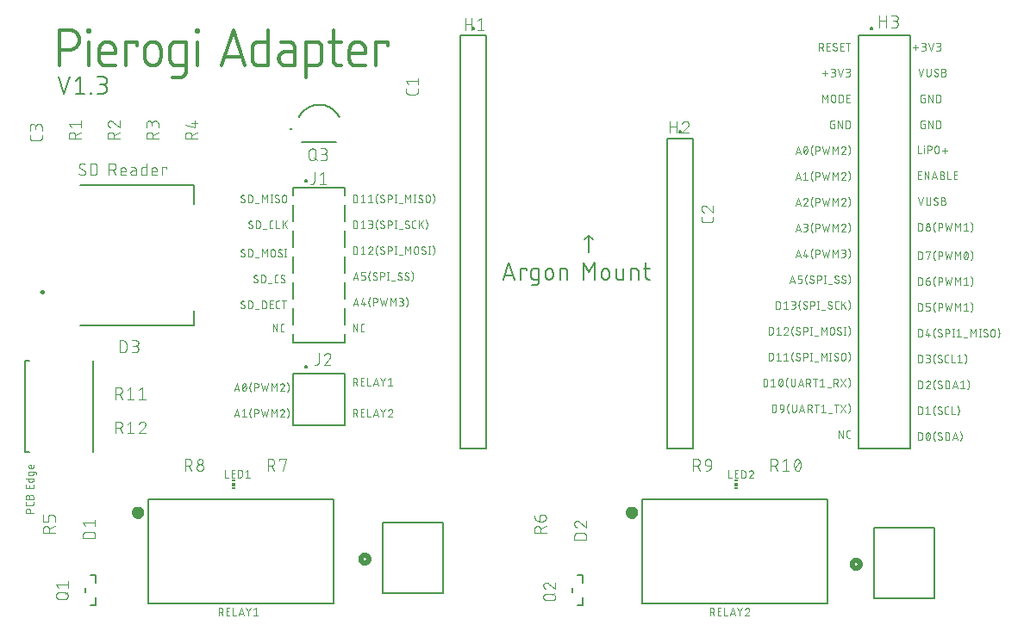
<source format=gbr>
G04 EAGLE Gerber RS-274X export*
G75*
%MOMM*%
%FSLAX34Y34*%
%LPD*%
%INSilkscreen Top*%
%IPPOS*%
%AMOC8*
5,1,8,0,0,1.08239X$1,22.5*%
G01*
%ADD10C,0.101600*%
%ADD11C,0.152400*%
%ADD12C,0.304800*%
%ADD13C,0.076200*%
%ADD14C,0.127000*%
%ADD15C,0.240000*%
%ADD16C,0.200000*%
%ADD17C,0.600000*%
%ADD18R,0.300000X0.150000*%
%ADD19R,0.300000X0.300000*%
%ADD20C,0.508000*%


D10*
X59864Y626618D02*
X59963Y626620D01*
X60063Y626626D01*
X60162Y626635D01*
X60260Y626648D01*
X60358Y626665D01*
X60456Y626686D01*
X60552Y626711D01*
X60647Y626739D01*
X60741Y626771D01*
X60834Y626806D01*
X60926Y626845D01*
X61016Y626888D01*
X61104Y626933D01*
X61191Y626983D01*
X61275Y627035D01*
X61358Y627091D01*
X61438Y627149D01*
X61516Y627211D01*
X61591Y627276D01*
X61664Y627344D01*
X61734Y627414D01*
X61802Y627487D01*
X61867Y627562D01*
X61929Y627640D01*
X61987Y627720D01*
X62043Y627803D01*
X62095Y627887D01*
X62145Y627974D01*
X62190Y628062D01*
X62233Y628152D01*
X62272Y628244D01*
X62307Y628337D01*
X62339Y628431D01*
X62367Y628526D01*
X62392Y628622D01*
X62413Y628720D01*
X62430Y628818D01*
X62443Y628916D01*
X62452Y629015D01*
X62458Y629115D01*
X62460Y629214D01*
X59864Y626618D02*
X59720Y626620D01*
X59575Y626626D01*
X59431Y626635D01*
X59288Y626648D01*
X59144Y626665D01*
X59001Y626686D01*
X58859Y626711D01*
X58718Y626739D01*
X58577Y626771D01*
X58437Y626807D01*
X58298Y626846D01*
X58160Y626889D01*
X58024Y626936D01*
X57888Y626986D01*
X57754Y627040D01*
X57622Y627097D01*
X57491Y627158D01*
X57362Y627222D01*
X57234Y627290D01*
X57108Y627360D01*
X56984Y627435D01*
X56863Y627512D01*
X56743Y627593D01*
X56625Y627676D01*
X56510Y627763D01*
X56397Y627853D01*
X56286Y627946D01*
X56178Y628041D01*
X56072Y628140D01*
X55969Y628241D01*
X56294Y635706D02*
X56296Y635805D01*
X56302Y635905D01*
X56311Y636004D01*
X56324Y636102D01*
X56341Y636200D01*
X56362Y636298D01*
X56387Y636394D01*
X56415Y636489D01*
X56447Y636583D01*
X56482Y636676D01*
X56521Y636768D01*
X56564Y636858D01*
X56609Y636946D01*
X56659Y637033D01*
X56711Y637117D01*
X56767Y637200D01*
X56825Y637280D01*
X56887Y637358D01*
X56952Y637433D01*
X57020Y637506D01*
X57090Y637576D01*
X57163Y637644D01*
X57238Y637709D01*
X57316Y637771D01*
X57396Y637829D01*
X57479Y637885D01*
X57563Y637937D01*
X57650Y637987D01*
X57738Y638032D01*
X57828Y638075D01*
X57920Y638114D01*
X58013Y638149D01*
X58107Y638181D01*
X58202Y638209D01*
X58299Y638234D01*
X58396Y638255D01*
X58494Y638272D01*
X58592Y638285D01*
X58691Y638294D01*
X58791Y638300D01*
X58890Y638302D01*
X59026Y638300D01*
X59162Y638294D01*
X59298Y638285D01*
X59434Y638272D01*
X59569Y638254D01*
X59703Y638234D01*
X59837Y638209D01*
X59971Y638181D01*
X60103Y638148D01*
X60234Y638113D01*
X60365Y638073D01*
X60494Y638030D01*
X60622Y637984D01*
X60748Y637933D01*
X60874Y637880D01*
X60997Y637822D01*
X61119Y637762D01*
X61239Y637698D01*
X61358Y637630D01*
X61474Y637560D01*
X61588Y637486D01*
X61701Y637409D01*
X61811Y637328D01*
X57591Y633434D02*
X57505Y633487D01*
X57421Y633544D01*
X57339Y633603D01*
X57259Y633666D01*
X57182Y633732D01*
X57107Y633800D01*
X57035Y633872D01*
X56966Y633946D01*
X56900Y634023D01*
X56837Y634102D01*
X56777Y634184D01*
X56720Y634268D01*
X56666Y634354D01*
X56616Y634442D01*
X56569Y634532D01*
X56525Y634623D01*
X56486Y634717D01*
X56449Y634811D01*
X56417Y634907D01*
X56388Y635005D01*
X56363Y635103D01*
X56342Y635202D01*
X56324Y635302D01*
X56311Y635402D01*
X56301Y635503D01*
X56295Y635605D01*
X56293Y635706D01*
X61162Y631486D02*
X61248Y631433D01*
X61332Y631376D01*
X61414Y631317D01*
X61494Y631254D01*
X61571Y631188D01*
X61646Y631120D01*
X61718Y631048D01*
X61787Y630974D01*
X61853Y630897D01*
X61916Y630818D01*
X61976Y630736D01*
X62033Y630652D01*
X62087Y630566D01*
X62137Y630478D01*
X62184Y630388D01*
X62228Y630297D01*
X62267Y630203D01*
X62304Y630109D01*
X62336Y630013D01*
X62365Y629915D01*
X62390Y629817D01*
X62411Y629718D01*
X62429Y629618D01*
X62442Y629518D01*
X62452Y629417D01*
X62458Y629315D01*
X62460Y629214D01*
X61162Y631486D02*
X57592Y633434D01*
X67399Y638302D02*
X67399Y626618D01*
X67399Y638302D02*
X70644Y638302D01*
X70757Y638300D01*
X70870Y638294D01*
X70983Y638284D01*
X71096Y638270D01*
X71208Y638253D01*
X71319Y638231D01*
X71429Y638206D01*
X71539Y638176D01*
X71647Y638143D01*
X71754Y638106D01*
X71860Y638066D01*
X71964Y638021D01*
X72067Y637973D01*
X72168Y637922D01*
X72267Y637867D01*
X72364Y637809D01*
X72459Y637747D01*
X72552Y637682D01*
X72642Y637614D01*
X72730Y637543D01*
X72816Y637468D01*
X72899Y637391D01*
X72979Y637311D01*
X73056Y637228D01*
X73131Y637142D01*
X73202Y637054D01*
X73270Y636964D01*
X73335Y636871D01*
X73397Y636776D01*
X73455Y636679D01*
X73510Y636580D01*
X73561Y636479D01*
X73609Y636376D01*
X73654Y636272D01*
X73694Y636166D01*
X73731Y636059D01*
X73764Y635951D01*
X73794Y635841D01*
X73819Y635731D01*
X73841Y635620D01*
X73858Y635508D01*
X73872Y635395D01*
X73882Y635282D01*
X73888Y635169D01*
X73890Y635056D01*
X73890Y629864D01*
X73891Y629864D02*
X73889Y629751D01*
X73883Y629638D01*
X73873Y629525D01*
X73859Y629412D01*
X73842Y629300D01*
X73820Y629189D01*
X73795Y629079D01*
X73765Y628969D01*
X73732Y628861D01*
X73695Y628754D01*
X73655Y628648D01*
X73610Y628544D01*
X73562Y628441D01*
X73511Y628340D01*
X73456Y628241D01*
X73398Y628144D01*
X73336Y628049D01*
X73271Y627956D01*
X73203Y627866D01*
X73132Y627778D01*
X73057Y627692D01*
X72980Y627609D01*
X72900Y627529D01*
X72817Y627452D01*
X72731Y627377D01*
X72643Y627306D01*
X72553Y627238D01*
X72460Y627173D01*
X72365Y627111D01*
X72268Y627053D01*
X72169Y626998D01*
X72068Y626947D01*
X71965Y626899D01*
X71861Y626854D01*
X71755Y626814D01*
X71648Y626777D01*
X71540Y626744D01*
X71430Y626714D01*
X71320Y626689D01*
X71209Y626667D01*
X71097Y626650D01*
X70984Y626636D01*
X70871Y626626D01*
X70758Y626620D01*
X70645Y626618D01*
X70644Y626618D02*
X67399Y626618D01*
X85761Y626618D02*
X85761Y638302D01*
X89006Y638302D01*
X89119Y638300D01*
X89232Y638294D01*
X89345Y638284D01*
X89458Y638270D01*
X89570Y638253D01*
X89681Y638231D01*
X89791Y638206D01*
X89901Y638176D01*
X90009Y638143D01*
X90116Y638106D01*
X90222Y638066D01*
X90326Y638021D01*
X90429Y637973D01*
X90530Y637922D01*
X90629Y637867D01*
X90726Y637809D01*
X90821Y637747D01*
X90914Y637682D01*
X91004Y637614D01*
X91092Y637543D01*
X91178Y637468D01*
X91261Y637391D01*
X91341Y637311D01*
X91418Y637228D01*
X91493Y637142D01*
X91564Y637054D01*
X91632Y636964D01*
X91697Y636871D01*
X91759Y636776D01*
X91817Y636679D01*
X91872Y636580D01*
X91923Y636479D01*
X91971Y636376D01*
X92016Y636272D01*
X92056Y636166D01*
X92093Y636059D01*
X92126Y635951D01*
X92156Y635841D01*
X92181Y635731D01*
X92203Y635620D01*
X92220Y635508D01*
X92234Y635395D01*
X92244Y635282D01*
X92250Y635169D01*
X92252Y635056D01*
X92250Y634943D01*
X92244Y634830D01*
X92234Y634717D01*
X92220Y634604D01*
X92203Y634492D01*
X92181Y634381D01*
X92156Y634271D01*
X92126Y634161D01*
X92093Y634053D01*
X92056Y633946D01*
X92016Y633840D01*
X91971Y633736D01*
X91923Y633633D01*
X91872Y633532D01*
X91817Y633433D01*
X91759Y633336D01*
X91697Y633241D01*
X91632Y633148D01*
X91564Y633058D01*
X91493Y632970D01*
X91418Y632884D01*
X91341Y632801D01*
X91261Y632721D01*
X91178Y632644D01*
X91092Y632569D01*
X91004Y632498D01*
X90914Y632430D01*
X90821Y632365D01*
X90726Y632303D01*
X90629Y632245D01*
X90530Y632190D01*
X90429Y632139D01*
X90326Y632091D01*
X90222Y632046D01*
X90116Y632006D01*
X90009Y631969D01*
X89901Y631936D01*
X89791Y631906D01*
X89681Y631881D01*
X89570Y631859D01*
X89458Y631842D01*
X89345Y631828D01*
X89232Y631818D01*
X89119Y631812D01*
X89006Y631810D01*
X89006Y631811D02*
X85761Y631811D01*
X89655Y631811D02*
X92252Y626618D01*
X98951Y626618D02*
X102197Y626618D01*
X98951Y626618D02*
X98864Y626620D01*
X98776Y626626D01*
X98690Y626636D01*
X98603Y626649D01*
X98518Y626667D01*
X98433Y626688D01*
X98349Y626713D01*
X98267Y626742D01*
X98186Y626775D01*
X98106Y626811D01*
X98028Y626850D01*
X97952Y626894D01*
X97878Y626940D01*
X97807Y626990D01*
X97737Y627043D01*
X97670Y627099D01*
X97606Y627158D01*
X97544Y627220D01*
X97485Y627284D01*
X97429Y627351D01*
X97376Y627421D01*
X97326Y627492D01*
X97280Y627566D01*
X97236Y627642D01*
X97197Y627720D01*
X97161Y627800D01*
X97128Y627881D01*
X97099Y627963D01*
X97074Y628047D01*
X97053Y628132D01*
X97035Y628217D01*
X97022Y628304D01*
X97012Y628390D01*
X97006Y628478D01*
X97004Y628565D01*
X97004Y631811D01*
X97006Y631912D01*
X97012Y632012D01*
X97022Y632112D01*
X97035Y632212D01*
X97053Y632311D01*
X97074Y632410D01*
X97099Y632507D01*
X97128Y632604D01*
X97161Y632699D01*
X97197Y632793D01*
X97237Y632885D01*
X97280Y632976D01*
X97327Y633065D01*
X97377Y633152D01*
X97431Y633238D01*
X97488Y633321D01*
X97548Y633401D01*
X97611Y633480D01*
X97678Y633556D01*
X97747Y633629D01*
X97819Y633699D01*
X97893Y633767D01*
X97970Y633832D01*
X98050Y633893D01*
X98132Y633952D01*
X98216Y634007D01*
X98302Y634059D01*
X98390Y634108D01*
X98480Y634153D01*
X98572Y634195D01*
X98665Y634233D01*
X98760Y634267D01*
X98855Y634298D01*
X98952Y634325D01*
X99050Y634348D01*
X99149Y634368D01*
X99249Y634383D01*
X99349Y634395D01*
X99449Y634403D01*
X99550Y634407D01*
X99650Y634407D01*
X99751Y634403D01*
X99851Y634395D01*
X99951Y634383D01*
X100051Y634368D01*
X100150Y634348D01*
X100248Y634325D01*
X100345Y634298D01*
X100440Y634267D01*
X100535Y634233D01*
X100628Y634195D01*
X100720Y634153D01*
X100810Y634108D01*
X100898Y634059D01*
X100984Y634007D01*
X101068Y633952D01*
X101150Y633893D01*
X101230Y633832D01*
X101307Y633767D01*
X101381Y633699D01*
X101453Y633629D01*
X101522Y633556D01*
X101589Y633480D01*
X101652Y633401D01*
X101712Y633321D01*
X101769Y633238D01*
X101823Y633152D01*
X101873Y633065D01*
X101920Y632976D01*
X101963Y632885D01*
X102003Y632793D01*
X102039Y632699D01*
X102072Y632604D01*
X102101Y632507D01*
X102126Y632410D01*
X102147Y632311D01*
X102165Y632212D01*
X102178Y632112D01*
X102188Y632012D01*
X102194Y631912D01*
X102196Y631811D01*
X102197Y631811D02*
X102197Y630513D01*
X97004Y630513D01*
X109123Y631162D02*
X112044Y631162D01*
X109123Y631162D02*
X109029Y631160D01*
X108935Y631154D01*
X108842Y631145D01*
X108749Y631131D01*
X108657Y631114D01*
X108565Y631092D01*
X108475Y631068D01*
X108385Y631039D01*
X108297Y631007D01*
X108210Y630971D01*
X108125Y630931D01*
X108042Y630888D01*
X107960Y630842D01*
X107880Y630792D01*
X107803Y630739D01*
X107728Y630683D01*
X107655Y630624D01*
X107584Y630562D01*
X107516Y630497D01*
X107451Y630429D01*
X107389Y630358D01*
X107330Y630285D01*
X107274Y630210D01*
X107221Y630133D01*
X107171Y630053D01*
X107125Y629971D01*
X107082Y629888D01*
X107042Y629803D01*
X107006Y629716D01*
X106974Y629628D01*
X106945Y629538D01*
X106921Y629448D01*
X106899Y629356D01*
X106882Y629264D01*
X106868Y629171D01*
X106859Y629078D01*
X106853Y628984D01*
X106851Y628890D01*
X106853Y628796D01*
X106859Y628702D01*
X106868Y628609D01*
X106882Y628516D01*
X106899Y628424D01*
X106921Y628332D01*
X106945Y628242D01*
X106974Y628152D01*
X107006Y628064D01*
X107042Y627977D01*
X107082Y627892D01*
X107125Y627809D01*
X107171Y627727D01*
X107221Y627647D01*
X107274Y627570D01*
X107330Y627495D01*
X107389Y627422D01*
X107451Y627351D01*
X107516Y627283D01*
X107584Y627218D01*
X107655Y627156D01*
X107728Y627097D01*
X107803Y627041D01*
X107880Y626988D01*
X107960Y626938D01*
X108042Y626892D01*
X108125Y626849D01*
X108210Y626809D01*
X108297Y626773D01*
X108385Y626741D01*
X108475Y626712D01*
X108565Y626688D01*
X108657Y626666D01*
X108749Y626649D01*
X108842Y626635D01*
X108935Y626626D01*
X109029Y626620D01*
X109123Y626618D01*
X112044Y626618D01*
X112044Y632460D01*
X112042Y632547D01*
X112036Y632635D01*
X112026Y632721D01*
X112013Y632808D01*
X111995Y632893D01*
X111974Y632978D01*
X111949Y633062D01*
X111920Y633144D01*
X111887Y633225D01*
X111851Y633305D01*
X111812Y633383D01*
X111768Y633459D01*
X111722Y633533D01*
X111672Y633604D01*
X111619Y633674D01*
X111563Y633741D01*
X111504Y633805D01*
X111442Y633867D01*
X111378Y633926D01*
X111311Y633982D01*
X111241Y634035D01*
X111170Y634085D01*
X111096Y634131D01*
X111020Y634175D01*
X110942Y634214D01*
X110862Y634250D01*
X110781Y634283D01*
X110699Y634312D01*
X110615Y634337D01*
X110530Y634358D01*
X110445Y634376D01*
X110358Y634389D01*
X110272Y634399D01*
X110184Y634405D01*
X110097Y634407D01*
X107500Y634407D01*
X122331Y638302D02*
X122331Y626618D01*
X119085Y626618D01*
X118998Y626620D01*
X118910Y626626D01*
X118824Y626636D01*
X118737Y626649D01*
X118652Y626667D01*
X118567Y626688D01*
X118483Y626713D01*
X118401Y626742D01*
X118320Y626775D01*
X118240Y626811D01*
X118162Y626850D01*
X118086Y626894D01*
X118012Y626940D01*
X117941Y626990D01*
X117871Y627043D01*
X117804Y627099D01*
X117740Y627158D01*
X117678Y627220D01*
X117619Y627284D01*
X117563Y627351D01*
X117510Y627421D01*
X117460Y627492D01*
X117414Y627566D01*
X117370Y627642D01*
X117331Y627720D01*
X117295Y627800D01*
X117262Y627881D01*
X117233Y627963D01*
X117208Y628047D01*
X117187Y628132D01*
X117169Y628217D01*
X117156Y628304D01*
X117146Y628390D01*
X117140Y628478D01*
X117138Y628565D01*
X117138Y632460D01*
X117140Y632547D01*
X117146Y632635D01*
X117156Y632721D01*
X117169Y632808D01*
X117187Y632893D01*
X117208Y632978D01*
X117233Y633062D01*
X117262Y633144D01*
X117295Y633225D01*
X117331Y633305D01*
X117370Y633383D01*
X117414Y633459D01*
X117460Y633533D01*
X117510Y633604D01*
X117563Y633674D01*
X117619Y633741D01*
X117678Y633805D01*
X117740Y633867D01*
X117804Y633926D01*
X117871Y633982D01*
X117941Y634035D01*
X118012Y634085D01*
X118086Y634131D01*
X118162Y634175D01*
X118240Y634214D01*
X118320Y634250D01*
X118401Y634283D01*
X118483Y634312D01*
X118567Y634337D01*
X118652Y634358D01*
X118737Y634376D01*
X118824Y634389D01*
X118910Y634399D01*
X118998Y634405D01*
X119085Y634407D01*
X122331Y634407D01*
X129431Y626618D02*
X132677Y626618D01*
X129431Y626618D02*
X129344Y626620D01*
X129256Y626626D01*
X129170Y626636D01*
X129083Y626649D01*
X128998Y626667D01*
X128913Y626688D01*
X128829Y626713D01*
X128747Y626742D01*
X128666Y626775D01*
X128586Y626811D01*
X128508Y626850D01*
X128432Y626894D01*
X128358Y626940D01*
X128287Y626990D01*
X128217Y627043D01*
X128150Y627099D01*
X128086Y627158D01*
X128024Y627220D01*
X127965Y627284D01*
X127909Y627351D01*
X127856Y627421D01*
X127806Y627492D01*
X127760Y627566D01*
X127716Y627642D01*
X127677Y627720D01*
X127641Y627800D01*
X127608Y627881D01*
X127579Y627963D01*
X127554Y628047D01*
X127533Y628132D01*
X127515Y628217D01*
X127502Y628304D01*
X127492Y628390D01*
X127486Y628478D01*
X127484Y628565D01*
X127484Y631811D01*
X127486Y631912D01*
X127492Y632012D01*
X127502Y632112D01*
X127515Y632212D01*
X127533Y632311D01*
X127554Y632410D01*
X127579Y632507D01*
X127608Y632604D01*
X127641Y632699D01*
X127677Y632793D01*
X127717Y632885D01*
X127760Y632976D01*
X127807Y633065D01*
X127857Y633152D01*
X127911Y633238D01*
X127968Y633321D01*
X128028Y633401D01*
X128091Y633480D01*
X128158Y633556D01*
X128227Y633629D01*
X128299Y633699D01*
X128373Y633767D01*
X128450Y633832D01*
X128530Y633893D01*
X128612Y633952D01*
X128696Y634007D01*
X128782Y634059D01*
X128870Y634108D01*
X128960Y634153D01*
X129052Y634195D01*
X129145Y634233D01*
X129240Y634267D01*
X129335Y634298D01*
X129432Y634325D01*
X129530Y634348D01*
X129629Y634368D01*
X129729Y634383D01*
X129829Y634395D01*
X129929Y634403D01*
X130030Y634407D01*
X130130Y634407D01*
X130231Y634403D01*
X130331Y634395D01*
X130431Y634383D01*
X130531Y634368D01*
X130630Y634348D01*
X130728Y634325D01*
X130825Y634298D01*
X130920Y634267D01*
X131015Y634233D01*
X131108Y634195D01*
X131200Y634153D01*
X131290Y634108D01*
X131378Y634059D01*
X131464Y634007D01*
X131548Y633952D01*
X131630Y633893D01*
X131710Y633832D01*
X131787Y633767D01*
X131861Y633699D01*
X131933Y633629D01*
X132002Y633556D01*
X132069Y633480D01*
X132132Y633401D01*
X132192Y633321D01*
X132249Y633238D01*
X132303Y633152D01*
X132353Y633065D01*
X132400Y632976D01*
X132443Y632885D01*
X132483Y632793D01*
X132519Y632699D01*
X132552Y632604D01*
X132581Y632507D01*
X132606Y632410D01*
X132627Y632311D01*
X132645Y632212D01*
X132658Y632112D01*
X132668Y632012D01*
X132674Y631912D01*
X132676Y631811D01*
X132677Y631811D02*
X132677Y630513D01*
X127484Y630513D01*
X137837Y626618D02*
X137837Y634407D01*
X141732Y634407D01*
X141732Y633109D01*
D11*
X552539Y563316D02*
X557054Y566928D01*
X561570Y563316D01*
X557054Y566928D02*
X557054Y550672D01*
X478621Y540258D02*
X473202Y524002D01*
X484039Y524002D02*
X478621Y540258D01*
X482685Y528066D02*
X474557Y528066D01*
X490203Y524002D02*
X490203Y534839D01*
X495622Y534839D01*
X495622Y533033D01*
X503175Y524002D02*
X507691Y524002D01*
X503175Y524002D02*
X503074Y524004D01*
X502973Y524010D01*
X502872Y524019D01*
X502771Y524032D01*
X502671Y524049D01*
X502572Y524070D01*
X502474Y524094D01*
X502377Y524122D01*
X502280Y524154D01*
X502185Y524189D01*
X502092Y524228D01*
X502000Y524270D01*
X501909Y524316D01*
X501821Y524365D01*
X501734Y524417D01*
X501649Y524473D01*
X501566Y524531D01*
X501486Y524593D01*
X501408Y524658D01*
X501332Y524725D01*
X501259Y524795D01*
X501189Y524868D01*
X501122Y524944D01*
X501057Y525022D01*
X500995Y525102D01*
X500937Y525185D01*
X500881Y525270D01*
X500829Y525357D01*
X500780Y525445D01*
X500734Y525536D01*
X500692Y525628D01*
X500653Y525721D01*
X500618Y525816D01*
X500586Y525913D01*
X500558Y526010D01*
X500534Y526108D01*
X500513Y526207D01*
X500496Y526307D01*
X500483Y526408D01*
X500474Y526509D01*
X500468Y526610D01*
X500466Y526711D01*
X500466Y532130D01*
X500468Y532231D01*
X500474Y532332D01*
X500483Y532433D01*
X500496Y532534D01*
X500513Y532634D01*
X500534Y532733D01*
X500558Y532831D01*
X500586Y532928D01*
X500618Y533025D01*
X500653Y533120D01*
X500692Y533213D01*
X500734Y533305D01*
X500780Y533396D01*
X500829Y533485D01*
X500881Y533571D01*
X500937Y533656D01*
X500995Y533739D01*
X501057Y533819D01*
X501122Y533897D01*
X501189Y533973D01*
X501259Y534046D01*
X501332Y534116D01*
X501408Y534183D01*
X501486Y534248D01*
X501566Y534310D01*
X501649Y534368D01*
X501734Y534424D01*
X501821Y534476D01*
X501909Y534525D01*
X502000Y534571D01*
X502092Y534613D01*
X502185Y534652D01*
X502280Y534687D01*
X502377Y534719D01*
X502474Y534747D01*
X502572Y534771D01*
X502671Y534792D01*
X502771Y534809D01*
X502872Y534822D01*
X502973Y534831D01*
X503074Y534837D01*
X503175Y534839D01*
X507691Y534839D01*
X507691Y521293D01*
X507690Y521293D02*
X507688Y521189D01*
X507682Y521086D01*
X507672Y520982D01*
X507658Y520879D01*
X507640Y520777D01*
X507619Y520676D01*
X507593Y520575D01*
X507564Y520476D01*
X507531Y520377D01*
X507494Y520280D01*
X507453Y520185D01*
X507409Y520091D01*
X507361Y519999D01*
X507310Y519909D01*
X507255Y519820D01*
X507197Y519734D01*
X507135Y519651D01*
X507071Y519569D01*
X507003Y519491D01*
X506933Y519415D01*
X506860Y519341D01*
X506783Y519271D01*
X506705Y519203D01*
X506623Y519139D01*
X506540Y519077D01*
X506454Y519019D01*
X506365Y518964D01*
X506275Y518913D01*
X506183Y518865D01*
X506089Y518821D01*
X505994Y518780D01*
X505897Y518743D01*
X505798Y518710D01*
X505699Y518681D01*
X505598Y518655D01*
X505497Y518634D01*
X505395Y518616D01*
X505292Y518602D01*
X505188Y518592D01*
X505085Y518586D01*
X504981Y518584D01*
X504981Y518583D02*
X501369Y518583D01*
X514607Y527614D02*
X514607Y531227D01*
X514608Y531227D02*
X514610Y531346D01*
X514616Y531466D01*
X514626Y531585D01*
X514640Y531703D01*
X514657Y531822D01*
X514679Y531939D01*
X514704Y532056D01*
X514734Y532171D01*
X514767Y532286D01*
X514804Y532400D01*
X514844Y532512D01*
X514889Y532623D01*
X514937Y532732D01*
X514988Y532840D01*
X515043Y532946D01*
X515102Y533050D01*
X515164Y533152D01*
X515229Y533252D01*
X515298Y533350D01*
X515370Y533446D01*
X515445Y533539D01*
X515522Y533629D01*
X515603Y533717D01*
X515687Y533802D01*
X515774Y533884D01*
X515863Y533964D01*
X515955Y534040D01*
X516049Y534114D01*
X516146Y534184D01*
X516244Y534251D01*
X516345Y534315D01*
X516449Y534375D01*
X516554Y534432D01*
X516661Y534485D01*
X516769Y534535D01*
X516879Y534581D01*
X516991Y534623D01*
X517104Y534662D01*
X517218Y534697D01*
X517333Y534728D01*
X517450Y534756D01*
X517567Y534779D01*
X517684Y534799D01*
X517803Y534815D01*
X517922Y534827D01*
X518041Y534835D01*
X518160Y534839D01*
X518280Y534839D01*
X518399Y534835D01*
X518518Y534827D01*
X518637Y534815D01*
X518756Y534799D01*
X518873Y534779D01*
X518990Y534756D01*
X519107Y534728D01*
X519222Y534697D01*
X519336Y534662D01*
X519449Y534623D01*
X519561Y534581D01*
X519671Y534535D01*
X519779Y534485D01*
X519886Y534432D01*
X519991Y534375D01*
X520095Y534315D01*
X520196Y534251D01*
X520294Y534184D01*
X520391Y534114D01*
X520485Y534040D01*
X520577Y533964D01*
X520666Y533884D01*
X520753Y533802D01*
X520837Y533717D01*
X520918Y533629D01*
X520995Y533539D01*
X521070Y533446D01*
X521142Y533350D01*
X521211Y533252D01*
X521276Y533152D01*
X521338Y533050D01*
X521397Y532946D01*
X521452Y532840D01*
X521503Y532732D01*
X521551Y532623D01*
X521596Y532512D01*
X521636Y532400D01*
X521673Y532286D01*
X521706Y532171D01*
X521736Y532056D01*
X521761Y531939D01*
X521783Y531822D01*
X521800Y531703D01*
X521814Y531585D01*
X521824Y531466D01*
X521830Y531346D01*
X521832Y531227D01*
X521832Y527614D01*
X521830Y527495D01*
X521824Y527375D01*
X521814Y527256D01*
X521800Y527138D01*
X521783Y527019D01*
X521761Y526902D01*
X521736Y526785D01*
X521706Y526670D01*
X521673Y526555D01*
X521636Y526441D01*
X521596Y526329D01*
X521551Y526218D01*
X521503Y526109D01*
X521452Y526001D01*
X521397Y525895D01*
X521338Y525791D01*
X521276Y525689D01*
X521211Y525589D01*
X521142Y525491D01*
X521070Y525395D01*
X520995Y525302D01*
X520918Y525212D01*
X520837Y525124D01*
X520753Y525039D01*
X520666Y524957D01*
X520577Y524877D01*
X520485Y524801D01*
X520391Y524727D01*
X520294Y524657D01*
X520196Y524590D01*
X520095Y524526D01*
X519991Y524466D01*
X519886Y524409D01*
X519779Y524356D01*
X519671Y524306D01*
X519561Y524260D01*
X519449Y524218D01*
X519336Y524179D01*
X519222Y524144D01*
X519107Y524113D01*
X518990Y524085D01*
X518873Y524062D01*
X518756Y524042D01*
X518637Y524026D01*
X518518Y524014D01*
X518399Y524006D01*
X518280Y524002D01*
X518160Y524002D01*
X518041Y524006D01*
X517922Y524014D01*
X517803Y524026D01*
X517684Y524042D01*
X517567Y524062D01*
X517450Y524085D01*
X517333Y524113D01*
X517218Y524144D01*
X517104Y524179D01*
X516991Y524218D01*
X516879Y524260D01*
X516769Y524306D01*
X516661Y524356D01*
X516554Y524409D01*
X516449Y524466D01*
X516345Y524526D01*
X516244Y524590D01*
X516146Y524657D01*
X516049Y524727D01*
X515955Y524801D01*
X515863Y524877D01*
X515774Y524957D01*
X515687Y525039D01*
X515603Y525124D01*
X515522Y525212D01*
X515445Y525302D01*
X515370Y525395D01*
X515298Y525491D01*
X515229Y525589D01*
X515164Y525689D01*
X515102Y525791D01*
X515043Y525895D01*
X514988Y526001D01*
X514937Y526109D01*
X514889Y526218D01*
X514844Y526329D01*
X514804Y526441D01*
X514767Y526555D01*
X514734Y526670D01*
X514704Y526785D01*
X514679Y526902D01*
X514657Y527019D01*
X514640Y527138D01*
X514626Y527256D01*
X514616Y527375D01*
X514610Y527495D01*
X514608Y527614D01*
X528675Y524002D02*
X528675Y534839D01*
X533191Y534839D01*
X533295Y534837D01*
X533398Y534831D01*
X533502Y534821D01*
X533605Y534807D01*
X533707Y534789D01*
X533808Y534768D01*
X533909Y534742D01*
X534008Y534713D01*
X534107Y534680D01*
X534204Y534643D01*
X534299Y534602D01*
X534393Y534558D01*
X534485Y534510D01*
X534575Y534459D01*
X534664Y534404D01*
X534750Y534346D01*
X534833Y534284D01*
X534915Y534220D01*
X534993Y534152D01*
X535069Y534082D01*
X535143Y534009D01*
X535213Y533932D01*
X535281Y533854D01*
X535345Y533772D01*
X535407Y533689D01*
X535465Y533603D01*
X535520Y533514D01*
X535571Y533424D01*
X535619Y533332D01*
X535663Y533238D01*
X535704Y533143D01*
X535741Y533046D01*
X535774Y532947D01*
X535803Y532848D01*
X535829Y532747D01*
X535850Y532646D01*
X535868Y532544D01*
X535882Y532441D01*
X535892Y532337D01*
X535898Y532234D01*
X535900Y532130D01*
X535900Y524002D01*
X551879Y524002D02*
X551879Y540258D01*
X557298Y531227D01*
X562716Y540258D01*
X562716Y524002D01*
X569838Y527614D02*
X569838Y531227D01*
X569840Y531346D01*
X569846Y531466D01*
X569856Y531585D01*
X569870Y531703D01*
X569887Y531822D01*
X569909Y531939D01*
X569934Y532056D01*
X569964Y532171D01*
X569997Y532286D01*
X570034Y532400D01*
X570074Y532512D01*
X570119Y532623D01*
X570167Y532732D01*
X570218Y532840D01*
X570273Y532946D01*
X570332Y533050D01*
X570394Y533152D01*
X570459Y533252D01*
X570528Y533350D01*
X570600Y533446D01*
X570675Y533539D01*
X570752Y533629D01*
X570833Y533717D01*
X570917Y533802D01*
X571004Y533884D01*
X571093Y533964D01*
X571185Y534040D01*
X571279Y534114D01*
X571376Y534184D01*
X571474Y534251D01*
X571575Y534315D01*
X571679Y534375D01*
X571784Y534432D01*
X571891Y534485D01*
X571999Y534535D01*
X572109Y534581D01*
X572221Y534623D01*
X572334Y534662D01*
X572448Y534697D01*
X572563Y534728D01*
X572680Y534756D01*
X572797Y534779D01*
X572914Y534799D01*
X573033Y534815D01*
X573152Y534827D01*
X573271Y534835D01*
X573390Y534839D01*
X573510Y534839D01*
X573629Y534835D01*
X573748Y534827D01*
X573867Y534815D01*
X573986Y534799D01*
X574103Y534779D01*
X574220Y534756D01*
X574337Y534728D01*
X574452Y534697D01*
X574566Y534662D01*
X574679Y534623D01*
X574791Y534581D01*
X574901Y534535D01*
X575009Y534485D01*
X575116Y534432D01*
X575221Y534375D01*
X575325Y534315D01*
X575426Y534251D01*
X575524Y534184D01*
X575621Y534114D01*
X575715Y534040D01*
X575807Y533964D01*
X575896Y533884D01*
X575983Y533802D01*
X576067Y533717D01*
X576148Y533629D01*
X576225Y533539D01*
X576300Y533446D01*
X576372Y533350D01*
X576441Y533252D01*
X576506Y533152D01*
X576568Y533050D01*
X576627Y532946D01*
X576682Y532840D01*
X576733Y532732D01*
X576781Y532623D01*
X576826Y532512D01*
X576866Y532400D01*
X576903Y532286D01*
X576936Y532171D01*
X576966Y532056D01*
X576991Y531939D01*
X577013Y531822D01*
X577030Y531703D01*
X577044Y531585D01*
X577054Y531466D01*
X577060Y531346D01*
X577062Y531227D01*
X577063Y531227D02*
X577063Y527614D01*
X577062Y527614D02*
X577060Y527495D01*
X577054Y527375D01*
X577044Y527256D01*
X577030Y527138D01*
X577013Y527019D01*
X576991Y526902D01*
X576966Y526785D01*
X576936Y526670D01*
X576903Y526555D01*
X576866Y526441D01*
X576826Y526329D01*
X576781Y526218D01*
X576733Y526109D01*
X576682Y526001D01*
X576627Y525895D01*
X576568Y525791D01*
X576506Y525689D01*
X576441Y525589D01*
X576372Y525491D01*
X576300Y525395D01*
X576225Y525302D01*
X576148Y525212D01*
X576067Y525124D01*
X575983Y525039D01*
X575896Y524957D01*
X575807Y524877D01*
X575715Y524801D01*
X575621Y524727D01*
X575524Y524657D01*
X575426Y524590D01*
X575325Y524526D01*
X575221Y524466D01*
X575116Y524409D01*
X575009Y524356D01*
X574901Y524306D01*
X574791Y524260D01*
X574679Y524218D01*
X574566Y524179D01*
X574452Y524144D01*
X574337Y524113D01*
X574220Y524085D01*
X574103Y524062D01*
X573986Y524042D01*
X573867Y524026D01*
X573748Y524014D01*
X573629Y524006D01*
X573510Y524002D01*
X573390Y524002D01*
X573271Y524006D01*
X573152Y524014D01*
X573033Y524026D01*
X572914Y524042D01*
X572797Y524062D01*
X572680Y524085D01*
X572563Y524113D01*
X572448Y524144D01*
X572334Y524179D01*
X572221Y524218D01*
X572109Y524260D01*
X571999Y524306D01*
X571891Y524356D01*
X571784Y524409D01*
X571679Y524466D01*
X571575Y524526D01*
X571474Y524590D01*
X571376Y524657D01*
X571279Y524727D01*
X571185Y524801D01*
X571093Y524877D01*
X571004Y524957D01*
X570917Y525039D01*
X570833Y525124D01*
X570752Y525212D01*
X570675Y525302D01*
X570600Y525395D01*
X570528Y525491D01*
X570459Y525589D01*
X570394Y525689D01*
X570332Y525791D01*
X570273Y525895D01*
X570218Y526001D01*
X570167Y526109D01*
X570119Y526218D01*
X570074Y526329D01*
X570034Y526441D01*
X569997Y526555D01*
X569964Y526670D01*
X569934Y526785D01*
X569909Y526902D01*
X569887Y527019D01*
X569870Y527138D01*
X569856Y527256D01*
X569846Y527375D01*
X569840Y527495D01*
X569838Y527614D01*
X583906Y526711D02*
X583906Y534839D01*
X583906Y526711D02*
X583908Y526610D01*
X583914Y526509D01*
X583923Y526408D01*
X583936Y526307D01*
X583953Y526207D01*
X583974Y526108D01*
X583998Y526010D01*
X584026Y525913D01*
X584058Y525816D01*
X584093Y525721D01*
X584132Y525628D01*
X584174Y525536D01*
X584220Y525445D01*
X584269Y525357D01*
X584321Y525270D01*
X584377Y525185D01*
X584435Y525102D01*
X584497Y525022D01*
X584562Y524944D01*
X584629Y524868D01*
X584699Y524795D01*
X584772Y524725D01*
X584848Y524658D01*
X584926Y524593D01*
X585006Y524531D01*
X585089Y524473D01*
X585174Y524417D01*
X585261Y524365D01*
X585349Y524316D01*
X585440Y524270D01*
X585532Y524228D01*
X585625Y524189D01*
X585720Y524154D01*
X585817Y524122D01*
X585914Y524094D01*
X586012Y524070D01*
X586111Y524049D01*
X586211Y524032D01*
X586312Y524019D01*
X586413Y524010D01*
X586514Y524004D01*
X586615Y524002D01*
X591131Y524002D01*
X591131Y534839D01*
X598495Y534839D02*
X598495Y524002D01*
X598495Y534839D02*
X603010Y534839D01*
X603114Y534837D01*
X603217Y534831D01*
X603321Y534821D01*
X603424Y534807D01*
X603526Y534789D01*
X603627Y534768D01*
X603728Y534742D01*
X603827Y534713D01*
X603926Y534680D01*
X604023Y534643D01*
X604118Y534602D01*
X604212Y534558D01*
X604304Y534510D01*
X604394Y534459D01*
X604483Y534404D01*
X604569Y534346D01*
X604652Y534284D01*
X604734Y534220D01*
X604812Y534152D01*
X604888Y534082D01*
X604962Y534009D01*
X605032Y533932D01*
X605100Y533854D01*
X605164Y533772D01*
X605226Y533689D01*
X605284Y533603D01*
X605339Y533514D01*
X605390Y533424D01*
X605438Y533332D01*
X605482Y533238D01*
X605523Y533143D01*
X605560Y533046D01*
X605593Y532947D01*
X605622Y532848D01*
X605648Y532747D01*
X605669Y532646D01*
X605687Y532544D01*
X605701Y532441D01*
X605711Y532337D01*
X605717Y532234D01*
X605719Y532130D01*
X605720Y532130D02*
X605720Y524002D01*
X611266Y534839D02*
X616684Y534839D01*
X613072Y540258D02*
X613072Y526711D01*
X613074Y526610D01*
X613080Y526509D01*
X613089Y526408D01*
X613102Y526307D01*
X613119Y526207D01*
X613140Y526108D01*
X613164Y526010D01*
X613192Y525913D01*
X613224Y525816D01*
X613259Y525721D01*
X613298Y525628D01*
X613340Y525536D01*
X613386Y525445D01*
X613435Y525357D01*
X613487Y525270D01*
X613543Y525185D01*
X613601Y525102D01*
X613663Y525022D01*
X613728Y524944D01*
X613795Y524868D01*
X613865Y524795D01*
X613938Y524725D01*
X614014Y524658D01*
X614092Y524593D01*
X614172Y524531D01*
X614255Y524473D01*
X614340Y524417D01*
X614427Y524365D01*
X614515Y524316D01*
X614606Y524270D01*
X614698Y524228D01*
X614791Y524189D01*
X614886Y524154D01*
X614983Y524122D01*
X615080Y524094D01*
X615178Y524070D01*
X615277Y524049D01*
X615377Y524032D01*
X615478Y524019D01*
X615579Y524010D01*
X615680Y524004D01*
X615781Y524002D01*
X616684Y524002D01*
D12*
X37084Y734314D02*
X37084Y769366D01*
X46821Y769366D01*
X47058Y769363D01*
X47295Y769354D01*
X47532Y769340D01*
X47768Y769320D01*
X48004Y769294D01*
X48239Y769262D01*
X48473Y769225D01*
X48706Y769182D01*
X48938Y769133D01*
X49169Y769079D01*
X49398Y769019D01*
X49626Y768953D01*
X49852Y768882D01*
X50077Y768806D01*
X50299Y768724D01*
X50520Y768636D01*
X50738Y768543D01*
X50954Y768445D01*
X51167Y768342D01*
X51378Y768234D01*
X51586Y768120D01*
X51792Y768002D01*
X51994Y767878D01*
X52194Y767750D01*
X52390Y767616D01*
X52583Y767478D01*
X52772Y767336D01*
X52958Y767189D01*
X53140Y767037D01*
X53319Y766881D01*
X53493Y766720D01*
X53664Y766556D01*
X53831Y766387D01*
X53993Y766215D01*
X54151Y766038D01*
X54305Y765857D01*
X54455Y765673D01*
X54600Y765486D01*
X54740Y765295D01*
X54876Y765100D01*
X55006Y764902D01*
X55132Y764701D01*
X55253Y764498D01*
X55370Y764291D01*
X55481Y764081D01*
X55586Y763869D01*
X55687Y763654D01*
X55782Y763437D01*
X55872Y763218D01*
X55957Y762996D01*
X56036Y762773D01*
X56110Y762548D01*
X56179Y762320D01*
X56241Y762092D01*
X56299Y761862D01*
X56350Y761630D01*
X56396Y761398D01*
X56436Y761164D01*
X56471Y760929D01*
X56500Y760694D01*
X56523Y760458D01*
X56540Y760221D01*
X56552Y759985D01*
X56557Y759748D01*
X56557Y759510D01*
X56552Y759273D01*
X56540Y759037D01*
X56523Y758800D01*
X56500Y758564D01*
X56471Y758329D01*
X56436Y758094D01*
X56396Y757860D01*
X56350Y757628D01*
X56299Y757396D01*
X56241Y757166D01*
X56179Y756938D01*
X56110Y756710D01*
X56036Y756485D01*
X55957Y756262D01*
X55872Y756040D01*
X55782Y755821D01*
X55687Y755604D01*
X55586Y755389D01*
X55481Y755177D01*
X55370Y754967D01*
X55253Y754761D01*
X55132Y754557D01*
X55006Y754356D01*
X54876Y754158D01*
X54740Y753963D01*
X54600Y753772D01*
X54455Y753585D01*
X54305Y753401D01*
X54151Y753220D01*
X53993Y753043D01*
X53831Y752871D01*
X53664Y752702D01*
X53493Y752538D01*
X53319Y752377D01*
X53140Y752221D01*
X52958Y752069D01*
X52772Y751922D01*
X52583Y751780D01*
X52390Y751642D01*
X52194Y751508D01*
X51994Y751380D01*
X51792Y751256D01*
X51586Y751138D01*
X51378Y751024D01*
X51167Y750916D01*
X50954Y750813D01*
X50738Y750715D01*
X50520Y750622D01*
X50299Y750534D01*
X50077Y750452D01*
X49852Y750376D01*
X49626Y750305D01*
X49398Y750239D01*
X49169Y750179D01*
X48938Y750125D01*
X48706Y750076D01*
X48473Y750033D01*
X48239Y749996D01*
X48004Y749964D01*
X47768Y749938D01*
X47532Y749918D01*
X47295Y749904D01*
X47058Y749895D01*
X46821Y749892D01*
X46821Y749893D02*
X37084Y749893D01*
X65941Y757682D02*
X65941Y734314D01*
X64968Y767419D02*
X64968Y769366D01*
X66915Y769366D01*
X66915Y767419D01*
X64968Y767419D01*
X82091Y734314D02*
X91828Y734314D01*
X82091Y734314D02*
X81941Y734316D01*
X81790Y734322D01*
X81640Y734331D01*
X81490Y734345D01*
X81341Y734362D01*
X81192Y734384D01*
X81044Y734409D01*
X80896Y734438D01*
X80749Y734470D01*
X80603Y734507D01*
X80458Y734547D01*
X80314Y734591D01*
X80172Y734638D01*
X80030Y734690D01*
X79890Y734744D01*
X79752Y734803D01*
X79614Y734865D01*
X79479Y734930D01*
X79345Y734999D01*
X79214Y735072D01*
X79084Y735148D01*
X78956Y735227D01*
X78830Y735309D01*
X78706Y735395D01*
X78585Y735483D01*
X78465Y735575D01*
X78349Y735670D01*
X78234Y735768D01*
X78123Y735869D01*
X78014Y735972D01*
X77907Y736079D01*
X77804Y736188D01*
X77703Y736299D01*
X77605Y736414D01*
X77510Y736530D01*
X77418Y736650D01*
X77330Y736771D01*
X77244Y736895D01*
X77162Y737021D01*
X77083Y737149D01*
X77007Y737279D01*
X76934Y737410D01*
X76865Y737544D01*
X76800Y737679D01*
X76738Y737817D01*
X76679Y737955D01*
X76625Y738095D01*
X76573Y738237D01*
X76526Y738379D01*
X76482Y738523D01*
X76442Y738668D01*
X76405Y738814D01*
X76373Y738961D01*
X76344Y739109D01*
X76319Y739257D01*
X76297Y739406D01*
X76280Y739555D01*
X76266Y739705D01*
X76257Y739855D01*
X76251Y740006D01*
X76249Y740156D01*
X76249Y749893D01*
X76250Y749893D02*
X76252Y750083D01*
X76259Y750272D01*
X76271Y750462D01*
X76287Y750651D01*
X76308Y750839D01*
X76333Y751027D01*
X76363Y751214D01*
X76397Y751401D01*
X76436Y751587D01*
X76480Y751771D01*
X76528Y751955D01*
X76580Y752137D01*
X76637Y752318D01*
X76698Y752497D01*
X76764Y752675D01*
X76834Y752852D01*
X76908Y753026D01*
X76986Y753199D01*
X77069Y753370D01*
X77156Y753539D01*
X77247Y753705D01*
X77341Y753869D01*
X77440Y754031D01*
X77543Y754191D01*
X77650Y754348D01*
X77760Y754502D01*
X77874Y754653D01*
X77992Y754802D01*
X78113Y754948D01*
X78238Y755091D01*
X78366Y755230D01*
X78498Y755367D01*
X78633Y755500D01*
X78771Y755630D01*
X78912Y755757D01*
X79057Y755880D01*
X79204Y756000D01*
X79354Y756115D01*
X79507Y756228D01*
X79663Y756336D01*
X79821Y756441D01*
X79981Y756542D01*
X80145Y756638D01*
X80310Y756731D01*
X80478Y756820D01*
X80647Y756905D01*
X80819Y756985D01*
X80993Y757062D01*
X81168Y757134D01*
X81345Y757201D01*
X81524Y757265D01*
X81704Y757324D01*
X81886Y757379D01*
X82069Y757429D01*
X82253Y757474D01*
X82438Y757516D01*
X82624Y757552D01*
X82811Y757585D01*
X82999Y757612D01*
X83187Y757635D01*
X83376Y757654D01*
X83565Y757668D01*
X83755Y757677D01*
X83944Y757681D01*
X84134Y757681D01*
X84323Y757677D01*
X84513Y757668D01*
X84702Y757654D01*
X84891Y757635D01*
X85079Y757612D01*
X85267Y757585D01*
X85454Y757552D01*
X85640Y757516D01*
X85825Y757474D01*
X86009Y757429D01*
X86192Y757379D01*
X86374Y757324D01*
X86554Y757265D01*
X86733Y757201D01*
X86910Y757134D01*
X87085Y757062D01*
X87259Y756985D01*
X87431Y756905D01*
X87600Y756820D01*
X87768Y756731D01*
X87934Y756638D01*
X88097Y756542D01*
X88257Y756441D01*
X88415Y756336D01*
X88571Y756228D01*
X88724Y756115D01*
X88874Y756000D01*
X89021Y755880D01*
X89166Y755757D01*
X89307Y755630D01*
X89445Y755500D01*
X89580Y755367D01*
X89712Y755230D01*
X89840Y755091D01*
X89965Y754948D01*
X90086Y754802D01*
X90204Y754653D01*
X90318Y754502D01*
X90428Y754348D01*
X90535Y754191D01*
X90638Y754031D01*
X90737Y753869D01*
X90831Y753705D01*
X90922Y753539D01*
X91009Y753370D01*
X91092Y753199D01*
X91170Y753026D01*
X91244Y752852D01*
X91314Y752675D01*
X91380Y752497D01*
X91441Y752318D01*
X91498Y752137D01*
X91550Y751955D01*
X91598Y751771D01*
X91642Y751587D01*
X91681Y751401D01*
X91715Y751214D01*
X91745Y751027D01*
X91770Y750839D01*
X91791Y750651D01*
X91807Y750462D01*
X91819Y750272D01*
X91826Y750083D01*
X91828Y749893D01*
X91828Y745998D01*
X76249Y745998D01*
X101933Y734314D02*
X101933Y757682D01*
X113617Y757682D01*
X113617Y753787D01*
X121017Y749893D02*
X121017Y742103D01*
X121017Y749893D02*
X121019Y750083D01*
X121026Y750272D01*
X121038Y750462D01*
X121054Y750651D01*
X121075Y750839D01*
X121100Y751027D01*
X121130Y751214D01*
X121164Y751401D01*
X121203Y751587D01*
X121247Y751771D01*
X121295Y751955D01*
X121347Y752137D01*
X121404Y752318D01*
X121465Y752497D01*
X121531Y752675D01*
X121601Y752852D01*
X121675Y753026D01*
X121753Y753199D01*
X121836Y753370D01*
X121923Y753539D01*
X122014Y753705D01*
X122108Y753869D01*
X122207Y754031D01*
X122310Y754191D01*
X122417Y754348D01*
X122527Y754502D01*
X122641Y754653D01*
X122759Y754802D01*
X122880Y754948D01*
X123005Y755091D01*
X123133Y755230D01*
X123265Y755367D01*
X123400Y755500D01*
X123538Y755630D01*
X123679Y755757D01*
X123824Y755880D01*
X123971Y756000D01*
X124121Y756115D01*
X124274Y756228D01*
X124430Y756336D01*
X124588Y756441D01*
X124748Y756542D01*
X124912Y756638D01*
X125077Y756731D01*
X125245Y756820D01*
X125414Y756905D01*
X125586Y756985D01*
X125760Y757062D01*
X125935Y757134D01*
X126112Y757201D01*
X126291Y757265D01*
X126471Y757324D01*
X126653Y757379D01*
X126836Y757429D01*
X127020Y757474D01*
X127205Y757516D01*
X127391Y757552D01*
X127578Y757585D01*
X127766Y757612D01*
X127954Y757635D01*
X128143Y757654D01*
X128332Y757668D01*
X128522Y757677D01*
X128711Y757681D01*
X128901Y757681D01*
X129090Y757677D01*
X129280Y757668D01*
X129469Y757654D01*
X129658Y757635D01*
X129846Y757612D01*
X130034Y757585D01*
X130221Y757552D01*
X130407Y757516D01*
X130592Y757474D01*
X130776Y757429D01*
X130959Y757379D01*
X131141Y757324D01*
X131321Y757265D01*
X131500Y757201D01*
X131677Y757134D01*
X131852Y757062D01*
X132026Y756985D01*
X132198Y756905D01*
X132367Y756820D01*
X132535Y756731D01*
X132701Y756638D01*
X132864Y756542D01*
X133024Y756441D01*
X133182Y756336D01*
X133338Y756228D01*
X133491Y756115D01*
X133641Y756000D01*
X133788Y755880D01*
X133933Y755757D01*
X134074Y755630D01*
X134212Y755500D01*
X134347Y755367D01*
X134479Y755230D01*
X134607Y755091D01*
X134732Y754948D01*
X134853Y754802D01*
X134971Y754653D01*
X135085Y754502D01*
X135195Y754348D01*
X135302Y754191D01*
X135405Y754031D01*
X135504Y753869D01*
X135598Y753705D01*
X135689Y753539D01*
X135776Y753370D01*
X135859Y753199D01*
X135937Y753026D01*
X136011Y752852D01*
X136081Y752675D01*
X136147Y752497D01*
X136208Y752318D01*
X136265Y752137D01*
X136317Y751955D01*
X136365Y751771D01*
X136409Y751587D01*
X136448Y751401D01*
X136482Y751214D01*
X136512Y751027D01*
X136537Y750839D01*
X136558Y750651D01*
X136574Y750462D01*
X136586Y750272D01*
X136593Y750083D01*
X136595Y749893D01*
X136595Y742103D01*
X136593Y741913D01*
X136586Y741724D01*
X136574Y741534D01*
X136558Y741345D01*
X136537Y741157D01*
X136512Y740969D01*
X136482Y740782D01*
X136448Y740595D01*
X136409Y740409D01*
X136365Y740225D01*
X136317Y740041D01*
X136265Y739859D01*
X136208Y739678D01*
X136147Y739499D01*
X136081Y739321D01*
X136011Y739144D01*
X135937Y738970D01*
X135859Y738797D01*
X135776Y738626D01*
X135689Y738457D01*
X135598Y738291D01*
X135504Y738127D01*
X135405Y737965D01*
X135302Y737805D01*
X135195Y737648D01*
X135085Y737494D01*
X134971Y737343D01*
X134853Y737194D01*
X134732Y737048D01*
X134607Y736905D01*
X134479Y736766D01*
X134347Y736629D01*
X134212Y736496D01*
X134074Y736366D01*
X133933Y736239D01*
X133788Y736116D01*
X133641Y735996D01*
X133491Y735881D01*
X133338Y735768D01*
X133182Y735660D01*
X133024Y735555D01*
X132864Y735454D01*
X132701Y735358D01*
X132535Y735265D01*
X132367Y735176D01*
X132198Y735091D01*
X132026Y735011D01*
X131852Y734934D01*
X131677Y734862D01*
X131500Y734795D01*
X131321Y734731D01*
X131141Y734672D01*
X130959Y734617D01*
X130776Y734567D01*
X130592Y734522D01*
X130407Y734480D01*
X130221Y734444D01*
X130034Y734411D01*
X129846Y734384D01*
X129658Y734361D01*
X129469Y734342D01*
X129280Y734328D01*
X129090Y734319D01*
X128901Y734315D01*
X128711Y734315D01*
X128522Y734319D01*
X128332Y734328D01*
X128143Y734342D01*
X127954Y734361D01*
X127766Y734384D01*
X127578Y734411D01*
X127391Y734444D01*
X127205Y734480D01*
X127020Y734522D01*
X126836Y734567D01*
X126653Y734617D01*
X126471Y734672D01*
X126291Y734731D01*
X126112Y734795D01*
X125935Y734862D01*
X125760Y734934D01*
X125586Y735011D01*
X125414Y735091D01*
X125245Y735176D01*
X125077Y735265D01*
X124912Y735358D01*
X124748Y735454D01*
X124588Y735555D01*
X124430Y735660D01*
X124274Y735768D01*
X124121Y735881D01*
X123971Y735996D01*
X123824Y736116D01*
X123679Y736239D01*
X123538Y736366D01*
X123400Y736496D01*
X123265Y736629D01*
X123133Y736766D01*
X123005Y736905D01*
X122880Y737048D01*
X122759Y737194D01*
X122641Y737343D01*
X122527Y737494D01*
X122417Y737648D01*
X122310Y737805D01*
X122207Y737965D01*
X122108Y738127D01*
X122014Y738291D01*
X121923Y738457D01*
X121836Y738626D01*
X121753Y738797D01*
X121675Y738970D01*
X121601Y739144D01*
X121531Y739321D01*
X121465Y739499D01*
X121404Y739678D01*
X121347Y739859D01*
X121295Y740041D01*
X121247Y740225D01*
X121203Y740409D01*
X121164Y740595D01*
X121130Y740782D01*
X121100Y740969D01*
X121075Y741157D01*
X121054Y741345D01*
X121038Y741534D01*
X121026Y741724D01*
X121019Y741913D01*
X121017Y742103D01*
X151648Y734314D02*
X161385Y734314D01*
X151648Y734314D02*
X151498Y734316D01*
X151347Y734322D01*
X151197Y734331D01*
X151047Y734345D01*
X150898Y734362D01*
X150749Y734384D01*
X150601Y734409D01*
X150453Y734438D01*
X150306Y734470D01*
X150160Y734507D01*
X150015Y734547D01*
X149871Y734591D01*
X149729Y734638D01*
X149587Y734690D01*
X149447Y734744D01*
X149309Y734803D01*
X149171Y734865D01*
X149036Y734930D01*
X148902Y734999D01*
X148771Y735072D01*
X148641Y735148D01*
X148513Y735227D01*
X148387Y735309D01*
X148263Y735395D01*
X148142Y735483D01*
X148022Y735575D01*
X147906Y735670D01*
X147791Y735768D01*
X147680Y735869D01*
X147571Y735972D01*
X147464Y736079D01*
X147361Y736188D01*
X147260Y736299D01*
X147162Y736414D01*
X147067Y736530D01*
X146975Y736650D01*
X146887Y736771D01*
X146801Y736895D01*
X146719Y737021D01*
X146640Y737149D01*
X146564Y737279D01*
X146491Y737410D01*
X146422Y737544D01*
X146357Y737679D01*
X146295Y737817D01*
X146236Y737955D01*
X146182Y738095D01*
X146130Y738237D01*
X146083Y738379D01*
X146039Y738523D01*
X145999Y738668D01*
X145962Y738814D01*
X145930Y738961D01*
X145901Y739109D01*
X145876Y739257D01*
X145854Y739406D01*
X145837Y739555D01*
X145823Y739705D01*
X145814Y739855D01*
X145808Y740006D01*
X145806Y740156D01*
X145806Y751840D01*
X145808Y751990D01*
X145814Y752141D01*
X145823Y752291D01*
X145837Y752441D01*
X145854Y752590D01*
X145876Y752739D01*
X145901Y752887D01*
X145930Y753035D01*
X145962Y753182D01*
X145999Y753328D01*
X146039Y753473D01*
X146083Y753617D01*
X146130Y753759D01*
X146182Y753901D01*
X146236Y754041D01*
X146295Y754179D01*
X146357Y754317D01*
X146422Y754452D01*
X146491Y754586D01*
X146564Y754717D01*
X146640Y754847D01*
X146719Y754975D01*
X146801Y755101D01*
X146887Y755225D01*
X146975Y755346D01*
X147067Y755466D01*
X147162Y755582D01*
X147260Y755697D01*
X147361Y755808D01*
X147464Y755917D01*
X147571Y756024D01*
X147680Y756127D01*
X147791Y756228D01*
X147906Y756326D01*
X148022Y756421D01*
X148142Y756513D01*
X148263Y756601D01*
X148387Y756687D01*
X148513Y756769D01*
X148641Y756848D01*
X148771Y756924D01*
X148902Y756997D01*
X149036Y757066D01*
X149171Y757131D01*
X149309Y757193D01*
X149447Y757252D01*
X149587Y757306D01*
X149729Y757358D01*
X149871Y757405D01*
X150015Y757449D01*
X150160Y757489D01*
X150306Y757526D01*
X150453Y757558D01*
X150601Y757587D01*
X150749Y757612D01*
X150898Y757634D01*
X151047Y757651D01*
X151197Y757665D01*
X151347Y757674D01*
X151498Y757680D01*
X151648Y757682D01*
X161385Y757682D01*
X161385Y728472D01*
X161383Y728322D01*
X161377Y728171D01*
X161368Y728021D01*
X161354Y727871D01*
X161337Y727722D01*
X161315Y727573D01*
X161290Y727425D01*
X161261Y727277D01*
X161229Y727130D01*
X161192Y726984D01*
X161152Y726839D01*
X161108Y726695D01*
X161061Y726553D01*
X161009Y726411D01*
X160955Y726271D01*
X160896Y726133D01*
X160834Y725995D01*
X160769Y725860D01*
X160700Y725726D01*
X160627Y725595D01*
X160551Y725465D01*
X160472Y725337D01*
X160390Y725211D01*
X160304Y725087D01*
X160216Y724966D01*
X160124Y724846D01*
X160029Y724730D01*
X159931Y724615D01*
X159830Y724504D01*
X159727Y724395D01*
X159620Y724288D01*
X159511Y724185D01*
X159400Y724084D01*
X159285Y723986D01*
X159169Y723891D01*
X159049Y723799D01*
X158928Y723711D01*
X158804Y723625D01*
X158678Y723543D01*
X158550Y723464D01*
X158420Y723388D01*
X158289Y723315D01*
X158155Y723246D01*
X158020Y723181D01*
X157882Y723119D01*
X157744Y723060D01*
X157604Y723006D01*
X157462Y722954D01*
X157320Y722907D01*
X157176Y722863D01*
X157031Y722823D01*
X156885Y722786D01*
X156738Y722754D01*
X156590Y722725D01*
X156442Y722700D01*
X156293Y722678D01*
X156144Y722661D01*
X155994Y722647D01*
X155844Y722638D01*
X155693Y722632D01*
X155543Y722630D01*
X147753Y722630D01*
X172621Y734314D02*
X172621Y757682D01*
X171647Y767419D02*
X171647Y769366D01*
X173595Y769366D01*
X173595Y767419D01*
X171647Y767419D01*
X207864Y769366D02*
X196180Y734314D01*
X219548Y734314D02*
X207864Y769366D01*
X216627Y743077D02*
X199101Y743077D01*
X242347Y734314D02*
X242347Y769366D01*
X242347Y734314D02*
X232610Y734314D01*
X232460Y734316D01*
X232309Y734322D01*
X232159Y734331D01*
X232009Y734345D01*
X231860Y734362D01*
X231711Y734384D01*
X231563Y734409D01*
X231415Y734438D01*
X231268Y734470D01*
X231122Y734507D01*
X230977Y734547D01*
X230833Y734591D01*
X230691Y734638D01*
X230549Y734690D01*
X230409Y734744D01*
X230271Y734803D01*
X230133Y734865D01*
X229998Y734930D01*
X229864Y734999D01*
X229733Y735072D01*
X229603Y735148D01*
X229475Y735227D01*
X229349Y735309D01*
X229225Y735395D01*
X229104Y735483D01*
X228984Y735575D01*
X228868Y735670D01*
X228753Y735768D01*
X228642Y735869D01*
X228533Y735972D01*
X228426Y736079D01*
X228323Y736188D01*
X228222Y736299D01*
X228124Y736414D01*
X228029Y736530D01*
X227937Y736650D01*
X227849Y736771D01*
X227763Y736895D01*
X227681Y737021D01*
X227602Y737149D01*
X227526Y737279D01*
X227453Y737410D01*
X227384Y737544D01*
X227319Y737679D01*
X227257Y737817D01*
X227198Y737955D01*
X227144Y738095D01*
X227092Y738237D01*
X227045Y738379D01*
X227001Y738523D01*
X226961Y738668D01*
X226924Y738814D01*
X226892Y738961D01*
X226863Y739109D01*
X226838Y739257D01*
X226816Y739406D01*
X226799Y739555D01*
X226785Y739705D01*
X226776Y739855D01*
X226770Y740006D01*
X226768Y740156D01*
X226768Y751840D01*
X226770Y751990D01*
X226776Y752141D01*
X226785Y752291D01*
X226799Y752441D01*
X226816Y752590D01*
X226838Y752739D01*
X226863Y752887D01*
X226892Y753035D01*
X226924Y753182D01*
X226961Y753328D01*
X227001Y753473D01*
X227045Y753617D01*
X227092Y753759D01*
X227144Y753901D01*
X227198Y754041D01*
X227257Y754179D01*
X227319Y754317D01*
X227384Y754452D01*
X227453Y754586D01*
X227526Y754717D01*
X227602Y754847D01*
X227681Y754975D01*
X227763Y755101D01*
X227849Y755225D01*
X227937Y755346D01*
X228029Y755466D01*
X228124Y755582D01*
X228222Y755697D01*
X228323Y755808D01*
X228426Y755917D01*
X228533Y756024D01*
X228642Y756127D01*
X228753Y756228D01*
X228868Y756326D01*
X228984Y756421D01*
X229104Y756513D01*
X229225Y756601D01*
X229349Y756687D01*
X229475Y756769D01*
X229603Y756848D01*
X229733Y756924D01*
X229864Y756997D01*
X229998Y757066D01*
X230133Y757131D01*
X230271Y757193D01*
X230409Y757252D01*
X230549Y757306D01*
X230691Y757358D01*
X230833Y757405D01*
X230977Y757449D01*
X231122Y757489D01*
X231268Y757526D01*
X231415Y757558D01*
X231563Y757587D01*
X231711Y757612D01*
X231860Y757634D01*
X232009Y757651D01*
X232159Y757665D01*
X232309Y757674D01*
X232460Y757680D01*
X232610Y757682D01*
X242347Y757682D01*
X259302Y747945D02*
X268065Y747945D01*
X259302Y747946D02*
X259136Y747944D01*
X258970Y747938D01*
X258804Y747928D01*
X258639Y747914D01*
X258474Y747896D01*
X258310Y747873D01*
X258146Y747847D01*
X257982Y747817D01*
X257820Y747783D01*
X257658Y747745D01*
X257498Y747703D01*
X257338Y747657D01*
X257180Y747607D01*
X257023Y747554D01*
X256867Y747496D01*
X256713Y747435D01*
X256560Y747370D01*
X256409Y747302D01*
X256259Y747229D01*
X256112Y747153D01*
X255966Y747074D01*
X255822Y746991D01*
X255681Y746904D01*
X255541Y746815D01*
X255404Y746721D01*
X255269Y746625D01*
X255136Y746525D01*
X255006Y746422D01*
X254879Y746316D01*
X254754Y746206D01*
X254631Y746094D01*
X254512Y745979D01*
X254395Y745861D01*
X254281Y745740D01*
X254171Y745616D01*
X254063Y745490D01*
X253958Y745361D01*
X253857Y745230D01*
X253759Y745096D01*
X253664Y744960D01*
X253572Y744821D01*
X253484Y744681D01*
X253399Y744538D01*
X253318Y744393D01*
X253240Y744247D01*
X253166Y744098D01*
X253096Y743948D01*
X253029Y743796D01*
X252966Y743642D01*
X252907Y743487D01*
X252851Y743331D01*
X252799Y743173D01*
X252752Y743014D01*
X252708Y742854D01*
X252668Y742693D01*
X252632Y742531D01*
X252599Y742368D01*
X252571Y742204D01*
X252547Y742040D01*
X252527Y741875D01*
X252511Y741710D01*
X252499Y741545D01*
X252491Y741379D01*
X252487Y741213D01*
X252487Y741047D01*
X252491Y740881D01*
X252499Y740715D01*
X252511Y740550D01*
X252527Y740385D01*
X252547Y740220D01*
X252571Y740056D01*
X252599Y739892D01*
X252632Y739729D01*
X252668Y739567D01*
X252708Y739406D01*
X252752Y739246D01*
X252799Y739087D01*
X252851Y738929D01*
X252907Y738773D01*
X252966Y738618D01*
X253029Y738464D01*
X253096Y738312D01*
X253166Y738162D01*
X253240Y738013D01*
X253318Y737867D01*
X253399Y737722D01*
X253484Y737579D01*
X253572Y737439D01*
X253664Y737300D01*
X253759Y737164D01*
X253857Y737030D01*
X253958Y736899D01*
X254063Y736770D01*
X254171Y736644D01*
X254281Y736520D01*
X254395Y736399D01*
X254512Y736281D01*
X254631Y736166D01*
X254754Y736054D01*
X254879Y735944D01*
X255006Y735838D01*
X255136Y735735D01*
X255269Y735635D01*
X255404Y735539D01*
X255541Y735445D01*
X255681Y735356D01*
X255822Y735269D01*
X255966Y735186D01*
X256112Y735107D01*
X256259Y735031D01*
X256409Y734958D01*
X256560Y734890D01*
X256713Y734825D01*
X256867Y734764D01*
X257023Y734706D01*
X257180Y734653D01*
X257338Y734603D01*
X257498Y734557D01*
X257658Y734515D01*
X257820Y734477D01*
X257982Y734443D01*
X258146Y734413D01*
X258310Y734387D01*
X258474Y734364D01*
X258639Y734346D01*
X258804Y734332D01*
X258970Y734322D01*
X259136Y734316D01*
X259302Y734314D01*
X268065Y734314D01*
X268065Y751840D01*
X268063Y751990D01*
X268057Y752141D01*
X268048Y752291D01*
X268034Y752441D01*
X268017Y752590D01*
X267995Y752739D01*
X267970Y752887D01*
X267941Y753035D01*
X267909Y753182D01*
X267872Y753328D01*
X267832Y753473D01*
X267788Y753617D01*
X267741Y753759D01*
X267689Y753901D01*
X267635Y754041D01*
X267576Y754179D01*
X267514Y754317D01*
X267449Y754452D01*
X267380Y754586D01*
X267307Y754717D01*
X267231Y754847D01*
X267152Y754975D01*
X267070Y755101D01*
X266984Y755225D01*
X266896Y755346D01*
X266804Y755466D01*
X266709Y755582D01*
X266611Y755697D01*
X266510Y755808D01*
X266407Y755917D01*
X266300Y756024D01*
X266191Y756127D01*
X266080Y756228D01*
X265965Y756326D01*
X265849Y756421D01*
X265729Y756513D01*
X265608Y756601D01*
X265484Y756687D01*
X265358Y756769D01*
X265230Y756848D01*
X265100Y756924D01*
X264969Y756997D01*
X264835Y757066D01*
X264700Y757131D01*
X264562Y757193D01*
X264424Y757252D01*
X264284Y757306D01*
X264142Y757358D01*
X264000Y757405D01*
X263856Y757449D01*
X263711Y757489D01*
X263565Y757526D01*
X263418Y757558D01*
X263270Y757587D01*
X263122Y757612D01*
X262973Y757634D01*
X262824Y757651D01*
X262674Y757665D01*
X262524Y757674D01*
X262373Y757680D01*
X262223Y757682D01*
X254433Y757682D01*
X279108Y757682D02*
X279108Y722630D01*
X279108Y757682D02*
X288844Y757682D01*
X288994Y757680D01*
X289145Y757674D01*
X289295Y757665D01*
X289445Y757651D01*
X289594Y757634D01*
X289743Y757612D01*
X289891Y757587D01*
X290039Y757558D01*
X290186Y757526D01*
X290332Y757489D01*
X290477Y757449D01*
X290621Y757405D01*
X290763Y757358D01*
X290905Y757306D01*
X291045Y757252D01*
X291183Y757193D01*
X291321Y757131D01*
X291456Y757066D01*
X291590Y756997D01*
X291721Y756924D01*
X291851Y756848D01*
X291979Y756769D01*
X292105Y756687D01*
X292229Y756601D01*
X292350Y756513D01*
X292470Y756421D01*
X292586Y756326D01*
X292701Y756228D01*
X292812Y756127D01*
X292921Y756024D01*
X293028Y755917D01*
X293131Y755808D01*
X293232Y755697D01*
X293330Y755582D01*
X293425Y755466D01*
X293517Y755346D01*
X293605Y755225D01*
X293691Y755101D01*
X293773Y754975D01*
X293852Y754847D01*
X293928Y754717D01*
X294001Y754586D01*
X294070Y754452D01*
X294135Y754317D01*
X294197Y754179D01*
X294256Y754041D01*
X294310Y753901D01*
X294362Y753759D01*
X294409Y753617D01*
X294453Y753473D01*
X294493Y753328D01*
X294530Y753182D01*
X294562Y753035D01*
X294591Y752887D01*
X294616Y752739D01*
X294638Y752590D01*
X294655Y752441D01*
X294669Y752291D01*
X294678Y752141D01*
X294684Y751990D01*
X294686Y751840D01*
X294686Y740156D01*
X294684Y740006D01*
X294678Y739855D01*
X294669Y739705D01*
X294655Y739555D01*
X294638Y739406D01*
X294616Y739257D01*
X294591Y739109D01*
X294562Y738961D01*
X294530Y738814D01*
X294493Y738668D01*
X294453Y738523D01*
X294409Y738379D01*
X294362Y738237D01*
X294310Y738095D01*
X294256Y737955D01*
X294197Y737817D01*
X294135Y737679D01*
X294070Y737544D01*
X294001Y737410D01*
X293928Y737279D01*
X293852Y737149D01*
X293773Y737021D01*
X293691Y736895D01*
X293605Y736771D01*
X293517Y736650D01*
X293425Y736530D01*
X293330Y736414D01*
X293232Y736299D01*
X293131Y736188D01*
X293028Y736079D01*
X292921Y735972D01*
X292812Y735869D01*
X292701Y735768D01*
X292586Y735670D01*
X292470Y735575D01*
X292350Y735483D01*
X292229Y735395D01*
X292105Y735309D01*
X291979Y735227D01*
X291851Y735148D01*
X291721Y735072D01*
X291590Y734999D01*
X291456Y734930D01*
X291321Y734865D01*
X291183Y734803D01*
X291045Y734744D01*
X290905Y734690D01*
X290763Y734638D01*
X290621Y734591D01*
X290477Y734547D01*
X290332Y734507D01*
X290186Y734470D01*
X290039Y734438D01*
X289891Y734409D01*
X289743Y734384D01*
X289594Y734362D01*
X289445Y734345D01*
X289295Y734331D01*
X289145Y734322D01*
X288994Y734316D01*
X288844Y734314D01*
X279108Y734314D01*
X302076Y757682D02*
X313760Y757682D01*
X305971Y769366D02*
X305971Y740156D01*
X305973Y740006D01*
X305979Y739855D01*
X305988Y739705D01*
X306002Y739555D01*
X306019Y739406D01*
X306041Y739257D01*
X306066Y739109D01*
X306095Y738961D01*
X306127Y738814D01*
X306164Y738668D01*
X306204Y738523D01*
X306248Y738379D01*
X306295Y738237D01*
X306347Y738095D01*
X306401Y737955D01*
X306460Y737817D01*
X306522Y737679D01*
X306587Y737544D01*
X306656Y737410D01*
X306729Y737279D01*
X306805Y737149D01*
X306884Y737021D01*
X306966Y736895D01*
X307052Y736771D01*
X307140Y736650D01*
X307232Y736530D01*
X307327Y736414D01*
X307425Y736299D01*
X307526Y736188D01*
X307629Y736079D01*
X307736Y735972D01*
X307845Y735869D01*
X307956Y735768D01*
X308071Y735670D01*
X308187Y735575D01*
X308307Y735483D01*
X308428Y735395D01*
X308552Y735309D01*
X308678Y735227D01*
X308806Y735148D01*
X308936Y735072D01*
X309067Y734999D01*
X309201Y734930D01*
X309336Y734865D01*
X309474Y734803D01*
X309612Y734744D01*
X309752Y734690D01*
X309894Y734638D01*
X310036Y734591D01*
X310180Y734547D01*
X310325Y734507D01*
X310471Y734470D01*
X310618Y734438D01*
X310766Y734409D01*
X310914Y734384D01*
X311063Y734362D01*
X311212Y734345D01*
X311362Y734331D01*
X311512Y734322D01*
X311663Y734316D01*
X311813Y734314D01*
X313760Y734314D01*
X327836Y734314D02*
X337573Y734314D01*
X327836Y734314D02*
X327686Y734316D01*
X327535Y734322D01*
X327385Y734331D01*
X327235Y734345D01*
X327086Y734362D01*
X326937Y734384D01*
X326789Y734409D01*
X326641Y734438D01*
X326494Y734470D01*
X326348Y734507D01*
X326203Y734547D01*
X326059Y734591D01*
X325917Y734638D01*
X325775Y734690D01*
X325635Y734744D01*
X325497Y734803D01*
X325359Y734865D01*
X325224Y734930D01*
X325090Y734999D01*
X324959Y735072D01*
X324829Y735148D01*
X324701Y735227D01*
X324575Y735309D01*
X324451Y735395D01*
X324330Y735483D01*
X324210Y735575D01*
X324094Y735670D01*
X323979Y735768D01*
X323868Y735869D01*
X323759Y735972D01*
X323652Y736079D01*
X323549Y736188D01*
X323448Y736299D01*
X323350Y736414D01*
X323255Y736530D01*
X323163Y736650D01*
X323075Y736771D01*
X322989Y736895D01*
X322907Y737021D01*
X322828Y737149D01*
X322752Y737279D01*
X322679Y737410D01*
X322610Y737544D01*
X322545Y737679D01*
X322483Y737817D01*
X322424Y737955D01*
X322370Y738095D01*
X322318Y738237D01*
X322271Y738379D01*
X322227Y738523D01*
X322187Y738668D01*
X322150Y738814D01*
X322118Y738961D01*
X322089Y739109D01*
X322064Y739257D01*
X322042Y739406D01*
X322025Y739555D01*
X322011Y739705D01*
X322002Y739855D01*
X321996Y740006D01*
X321994Y740156D01*
X321994Y749893D01*
X321996Y750083D01*
X322003Y750272D01*
X322015Y750462D01*
X322031Y750651D01*
X322052Y750839D01*
X322077Y751027D01*
X322107Y751214D01*
X322141Y751401D01*
X322180Y751587D01*
X322224Y751771D01*
X322272Y751955D01*
X322324Y752137D01*
X322381Y752318D01*
X322442Y752497D01*
X322508Y752675D01*
X322578Y752852D01*
X322652Y753026D01*
X322730Y753199D01*
X322813Y753370D01*
X322900Y753539D01*
X322991Y753705D01*
X323085Y753869D01*
X323184Y754031D01*
X323287Y754191D01*
X323394Y754348D01*
X323504Y754502D01*
X323618Y754653D01*
X323736Y754802D01*
X323857Y754948D01*
X323982Y755091D01*
X324110Y755230D01*
X324242Y755367D01*
X324377Y755500D01*
X324515Y755630D01*
X324656Y755757D01*
X324801Y755880D01*
X324948Y756000D01*
X325098Y756115D01*
X325251Y756228D01*
X325407Y756336D01*
X325565Y756441D01*
X325725Y756542D01*
X325889Y756638D01*
X326054Y756731D01*
X326222Y756820D01*
X326391Y756905D01*
X326563Y756985D01*
X326737Y757062D01*
X326912Y757134D01*
X327089Y757201D01*
X327268Y757265D01*
X327448Y757324D01*
X327630Y757379D01*
X327813Y757429D01*
X327997Y757474D01*
X328182Y757516D01*
X328368Y757552D01*
X328555Y757585D01*
X328743Y757612D01*
X328931Y757635D01*
X329120Y757654D01*
X329309Y757668D01*
X329499Y757677D01*
X329688Y757681D01*
X329878Y757681D01*
X330067Y757677D01*
X330257Y757668D01*
X330446Y757654D01*
X330635Y757635D01*
X330823Y757612D01*
X331011Y757585D01*
X331198Y757552D01*
X331384Y757516D01*
X331569Y757474D01*
X331753Y757429D01*
X331936Y757379D01*
X332118Y757324D01*
X332298Y757265D01*
X332477Y757201D01*
X332654Y757134D01*
X332829Y757062D01*
X333003Y756985D01*
X333175Y756905D01*
X333344Y756820D01*
X333512Y756731D01*
X333678Y756638D01*
X333841Y756542D01*
X334001Y756441D01*
X334159Y756336D01*
X334315Y756228D01*
X334468Y756115D01*
X334618Y756000D01*
X334765Y755880D01*
X334910Y755757D01*
X335051Y755630D01*
X335189Y755500D01*
X335324Y755367D01*
X335456Y755230D01*
X335584Y755091D01*
X335709Y754948D01*
X335830Y754802D01*
X335948Y754653D01*
X336062Y754502D01*
X336172Y754348D01*
X336279Y754191D01*
X336382Y754031D01*
X336481Y753869D01*
X336575Y753705D01*
X336666Y753539D01*
X336753Y753370D01*
X336836Y753199D01*
X336914Y753026D01*
X336988Y752852D01*
X337058Y752675D01*
X337124Y752497D01*
X337185Y752318D01*
X337242Y752137D01*
X337294Y751955D01*
X337342Y751771D01*
X337386Y751587D01*
X337425Y751401D01*
X337459Y751214D01*
X337489Y751027D01*
X337514Y750839D01*
X337535Y750651D01*
X337551Y750462D01*
X337563Y750272D01*
X337570Y750083D01*
X337572Y749893D01*
X337573Y749893D02*
X337573Y745998D01*
X321994Y745998D01*
X347678Y734314D02*
X347678Y757682D01*
X359362Y757682D01*
X359362Y753787D01*
D11*
X41741Y706882D02*
X36322Y723138D01*
X47159Y723138D02*
X41741Y706882D01*
X52856Y719526D02*
X57372Y723138D01*
X57372Y706882D01*
X61887Y706882D02*
X52856Y706882D01*
X67862Y706882D02*
X67862Y707785D01*
X68765Y707785D01*
X68765Y706882D01*
X67862Y706882D01*
X74740Y706882D02*
X79256Y706882D01*
X79389Y706884D01*
X79521Y706890D01*
X79653Y706900D01*
X79785Y706913D01*
X79917Y706931D01*
X80047Y706952D01*
X80178Y706977D01*
X80307Y707006D01*
X80435Y707039D01*
X80563Y707075D01*
X80689Y707115D01*
X80814Y707159D01*
X80938Y707207D01*
X81060Y707258D01*
X81181Y707313D01*
X81300Y707371D01*
X81418Y707433D01*
X81533Y707498D01*
X81647Y707567D01*
X81758Y707638D01*
X81867Y707714D01*
X81974Y707792D01*
X82079Y707873D01*
X82181Y707958D01*
X82281Y708045D01*
X82378Y708135D01*
X82473Y708228D01*
X82564Y708324D01*
X82653Y708422D01*
X82739Y708523D01*
X82822Y708627D01*
X82902Y708733D01*
X82978Y708841D01*
X83052Y708951D01*
X83122Y709064D01*
X83189Y709178D01*
X83252Y709295D01*
X83312Y709413D01*
X83369Y709533D01*
X83422Y709655D01*
X83471Y709778D01*
X83517Y709902D01*
X83559Y710028D01*
X83597Y710155D01*
X83632Y710283D01*
X83663Y710412D01*
X83690Y710541D01*
X83713Y710672D01*
X83733Y710803D01*
X83748Y710935D01*
X83760Y711067D01*
X83768Y711199D01*
X83772Y711332D01*
X83772Y711464D01*
X83768Y711597D01*
X83760Y711729D01*
X83748Y711861D01*
X83733Y711993D01*
X83713Y712124D01*
X83690Y712255D01*
X83663Y712384D01*
X83632Y712513D01*
X83597Y712641D01*
X83559Y712768D01*
X83517Y712894D01*
X83471Y713018D01*
X83422Y713141D01*
X83369Y713263D01*
X83312Y713383D01*
X83252Y713501D01*
X83189Y713618D01*
X83122Y713732D01*
X83052Y713845D01*
X82978Y713955D01*
X82902Y714063D01*
X82822Y714169D01*
X82739Y714273D01*
X82653Y714374D01*
X82564Y714472D01*
X82473Y714568D01*
X82378Y714661D01*
X82281Y714751D01*
X82181Y714838D01*
X82079Y714923D01*
X81974Y715004D01*
X81867Y715082D01*
X81758Y715158D01*
X81647Y715229D01*
X81533Y715298D01*
X81418Y715363D01*
X81300Y715425D01*
X81181Y715483D01*
X81060Y715538D01*
X80938Y715589D01*
X80814Y715637D01*
X80689Y715681D01*
X80563Y715721D01*
X80435Y715757D01*
X80307Y715790D01*
X80178Y715819D01*
X80047Y715844D01*
X79917Y715865D01*
X79785Y715883D01*
X79653Y715896D01*
X79521Y715906D01*
X79389Y715912D01*
X79256Y715914D01*
X80159Y723138D02*
X74740Y723138D01*
X80159Y723138D02*
X80278Y723136D01*
X80398Y723130D01*
X80517Y723120D01*
X80635Y723106D01*
X80754Y723089D01*
X80871Y723067D01*
X80988Y723042D01*
X81103Y723012D01*
X81218Y722979D01*
X81332Y722942D01*
X81444Y722902D01*
X81555Y722857D01*
X81664Y722809D01*
X81772Y722758D01*
X81878Y722703D01*
X81982Y722644D01*
X82084Y722582D01*
X82184Y722517D01*
X82282Y722448D01*
X82378Y722376D01*
X82471Y722301D01*
X82561Y722224D01*
X82649Y722143D01*
X82734Y722059D01*
X82816Y721972D01*
X82896Y721883D01*
X82972Y721791D01*
X83046Y721697D01*
X83116Y721600D01*
X83183Y721502D01*
X83247Y721401D01*
X83307Y721297D01*
X83364Y721192D01*
X83417Y721085D01*
X83467Y720977D01*
X83513Y720867D01*
X83555Y720755D01*
X83594Y720642D01*
X83629Y720528D01*
X83660Y720413D01*
X83688Y720296D01*
X83711Y720179D01*
X83731Y720062D01*
X83747Y719943D01*
X83759Y719824D01*
X83767Y719705D01*
X83771Y719586D01*
X83771Y719466D01*
X83767Y719347D01*
X83759Y719228D01*
X83747Y719109D01*
X83731Y718990D01*
X83711Y718873D01*
X83688Y718756D01*
X83660Y718639D01*
X83629Y718524D01*
X83594Y718410D01*
X83555Y718297D01*
X83513Y718185D01*
X83467Y718075D01*
X83417Y717967D01*
X83364Y717860D01*
X83307Y717755D01*
X83247Y717651D01*
X83183Y717550D01*
X83116Y717452D01*
X83046Y717355D01*
X82972Y717261D01*
X82896Y717169D01*
X82816Y717080D01*
X82734Y716993D01*
X82649Y716909D01*
X82561Y716828D01*
X82471Y716751D01*
X82378Y716676D01*
X82282Y716604D01*
X82184Y716535D01*
X82084Y716470D01*
X81982Y716408D01*
X81878Y716349D01*
X81772Y716294D01*
X81664Y716243D01*
X81555Y716195D01*
X81444Y716150D01*
X81332Y716110D01*
X81218Y716073D01*
X81103Y716040D01*
X80988Y716010D01*
X80871Y715985D01*
X80754Y715963D01*
X80635Y715946D01*
X80517Y715932D01*
X80398Y715922D01*
X80278Y715916D01*
X80159Y715914D01*
X80159Y715913D02*
X76546Y715913D01*
D13*
X217466Y599821D02*
X217544Y599823D01*
X217622Y599828D01*
X217699Y599838D01*
X217776Y599851D01*
X217852Y599867D01*
X217927Y599887D01*
X218001Y599911D01*
X218074Y599938D01*
X218146Y599969D01*
X218216Y600003D01*
X218285Y600040D01*
X218351Y600081D01*
X218416Y600125D01*
X218478Y600171D01*
X218538Y600221D01*
X218596Y600273D01*
X218651Y600328D01*
X218703Y600386D01*
X218753Y600446D01*
X218799Y600508D01*
X218843Y600573D01*
X218884Y600640D01*
X218921Y600708D01*
X218955Y600778D01*
X218986Y600850D01*
X219013Y600923D01*
X219037Y600997D01*
X219057Y601072D01*
X219073Y601148D01*
X219086Y601225D01*
X219096Y601302D01*
X219101Y601380D01*
X219103Y601458D01*
X217466Y599821D02*
X217352Y599823D01*
X217239Y599828D01*
X217125Y599838D01*
X217012Y599851D01*
X216900Y599868D01*
X216788Y599888D01*
X216677Y599912D01*
X216566Y599940D01*
X216457Y599971D01*
X216349Y600006D01*
X216242Y600045D01*
X216136Y600087D01*
X216032Y600132D01*
X215929Y600181D01*
X215828Y600234D01*
X215729Y600289D01*
X215631Y600348D01*
X215536Y600410D01*
X215443Y600475D01*
X215351Y600543D01*
X215263Y600614D01*
X215176Y600688D01*
X215092Y600765D01*
X215011Y600844D01*
X215215Y605550D02*
X215217Y605628D01*
X215222Y605706D01*
X215232Y605783D01*
X215245Y605860D01*
X215261Y605936D01*
X215281Y606011D01*
X215305Y606085D01*
X215332Y606158D01*
X215363Y606230D01*
X215397Y606300D01*
X215434Y606369D01*
X215475Y606435D01*
X215519Y606500D01*
X215565Y606562D01*
X215615Y606622D01*
X215667Y606680D01*
X215722Y606735D01*
X215780Y606787D01*
X215840Y606837D01*
X215902Y606883D01*
X215967Y606927D01*
X216034Y606968D01*
X216102Y607005D01*
X216172Y607039D01*
X216244Y607070D01*
X216317Y607097D01*
X216391Y607121D01*
X216466Y607141D01*
X216542Y607157D01*
X216619Y607170D01*
X216696Y607180D01*
X216774Y607185D01*
X216852Y607187D01*
X216962Y607185D01*
X217071Y607179D01*
X217181Y607169D01*
X217289Y607156D01*
X217398Y607138D01*
X217505Y607117D01*
X217612Y607091D01*
X217718Y607062D01*
X217823Y607030D01*
X217926Y606993D01*
X218028Y606953D01*
X218129Y606909D01*
X218228Y606861D01*
X218325Y606811D01*
X218420Y606756D01*
X218513Y606698D01*
X218604Y606637D01*
X218693Y606573D01*
X216034Y604117D02*
X215967Y604159D01*
X215902Y604203D01*
X215840Y604251D01*
X215780Y604301D01*
X215722Y604354D01*
X215667Y604410D01*
X215615Y604469D01*
X215565Y604529D01*
X215518Y604593D01*
X215475Y604658D01*
X215434Y604725D01*
X215397Y604794D01*
X215363Y604865D01*
X215332Y604937D01*
X215305Y605011D01*
X215281Y605085D01*
X215261Y605161D01*
X215245Y605238D01*
X215232Y605315D01*
X215222Y605393D01*
X215217Y605472D01*
X215215Y605550D01*
X218285Y602890D02*
X218351Y602848D01*
X218416Y602804D01*
X218478Y602757D01*
X218538Y602706D01*
X218596Y602653D01*
X218651Y602597D01*
X218704Y602539D01*
X218753Y602478D01*
X218800Y602415D01*
X218843Y602350D01*
X218884Y602283D01*
X218921Y602214D01*
X218955Y602143D01*
X218986Y602071D01*
X219013Y601997D01*
X219037Y601922D01*
X219057Y601847D01*
X219073Y601770D01*
X219086Y601693D01*
X219096Y601615D01*
X219101Y601536D01*
X219103Y601458D01*
X218285Y602890D02*
X216034Y604118D01*
X222326Y607187D02*
X222326Y599821D01*
X222326Y607187D02*
X224372Y607187D01*
X224461Y607185D01*
X224550Y607179D01*
X224639Y607169D01*
X224727Y607156D01*
X224815Y607139D01*
X224902Y607117D01*
X224987Y607092D01*
X225072Y607064D01*
X225155Y607031D01*
X225237Y606995D01*
X225317Y606956D01*
X225395Y606913D01*
X225471Y606867D01*
X225546Y606817D01*
X225618Y606764D01*
X225687Y606708D01*
X225754Y606649D01*
X225819Y606588D01*
X225880Y606523D01*
X225939Y606456D01*
X225995Y606387D01*
X226048Y606315D01*
X226098Y606240D01*
X226144Y606164D01*
X226187Y606086D01*
X226226Y606006D01*
X226262Y605924D01*
X226295Y605841D01*
X226323Y605756D01*
X226348Y605671D01*
X226370Y605584D01*
X226387Y605496D01*
X226400Y605408D01*
X226410Y605319D01*
X226416Y605230D01*
X226418Y605141D01*
X226418Y601867D01*
X226416Y601778D01*
X226410Y601689D01*
X226400Y601600D01*
X226387Y601512D01*
X226370Y601424D01*
X226348Y601337D01*
X226323Y601252D01*
X226295Y601167D01*
X226262Y601084D01*
X226226Y601002D01*
X226187Y600922D01*
X226144Y600844D01*
X226098Y600768D01*
X226048Y600693D01*
X225995Y600621D01*
X225939Y600552D01*
X225880Y600485D01*
X225819Y600420D01*
X225754Y600359D01*
X225687Y600300D01*
X225618Y600244D01*
X225546Y600191D01*
X225471Y600141D01*
X225395Y600095D01*
X225317Y600052D01*
X225237Y600013D01*
X225155Y599977D01*
X225072Y599944D01*
X224987Y599916D01*
X224902Y599891D01*
X224815Y599869D01*
X224727Y599852D01*
X224639Y599839D01*
X224550Y599829D01*
X224461Y599823D01*
X224372Y599821D01*
X222326Y599821D01*
X229563Y599003D02*
X232837Y599003D01*
X236060Y599821D02*
X236060Y607187D01*
X238515Y603095D01*
X240970Y607187D01*
X240970Y599821D01*
X245099Y599821D02*
X245099Y607187D01*
X244280Y599821D02*
X245917Y599821D01*
X245917Y607187D02*
X244280Y607187D01*
X251116Y599821D02*
X251194Y599823D01*
X251272Y599828D01*
X251349Y599838D01*
X251426Y599851D01*
X251502Y599867D01*
X251577Y599887D01*
X251651Y599911D01*
X251724Y599938D01*
X251796Y599969D01*
X251866Y600003D01*
X251935Y600040D01*
X252001Y600081D01*
X252066Y600125D01*
X252128Y600171D01*
X252188Y600221D01*
X252246Y600273D01*
X252301Y600328D01*
X252353Y600386D01*
X252403Y600446D01*
X252449Y600508D01*
X252493Y600573D01*
X252534Y600640D01*
X252571Y600708D01*
X252605Y600778D01*
X252636Y600850D01*
X252663Y600923D01*
X252687Y600997D01*
X252707Y601072D01*
X252723Y601148D01*
X252736Y601225D01*
X252746Y601302D01*
X252751Y601380D01*
X252753Y601458D01*
X251116Y599821D02*
X251002Y599823D01*
X250889Y599828D01*
X250775Y599838D01*
X250662Y599851D01*
X250550Y599868D01*
X250438Y599888D01*
X250327Y599912D01*
X250216Y599940D01*
X250107Y599971D01*
X249999Y600006D01*
X249892Y600045D01*
X249786Y600087D01*
X249682Y600132D01*
X249579Y600181D01*
X249478Y600234D01*
X249379Y600289D01*
X249281Y600348D01*
X249186Y600410D01*
X249093Y600475D01*
X249001Y600543D01*
X248913Y600614D01*
X248826Y600688D01*
X248742Y600765D01*
X248661Y600844D01*
X248865Y605550D02*
X248867Y605628D01*
X248872Y605706D01*
X248882Y605783D01*
X248895Y605860D01*
X248911Y605936D01*
X248931Y606011D01*
X248955Y606085D01*
X248982Y606158D01*
X249013Y606230D01*
X249047Y606300D01*
X249084Y606369D01*
X249125Y606435D01*
X249169Y606500D01*
X249215Y606562D01*
X249265Y606622D01*
X249317Y606680D01*
X249372Y606735D01*
X249430Y606787D01*
X249490Y606837D01*
X249552Y606883D01*
X249617Y606927D01*
X249684Y606968D01*
X249752Y607005D01*
X249822Y607039D01*
X249894Y607070D01*
X249967Y607097D01*
X250041Y607121D01*
X250116Y607141D01*
X250192Y607157D01*
X250269Y607170D01*
X250346Y607180D01*
X250424Y607185D01*
X250502Y607187D01*
X250612Y607185D01*
X250721Y607179D01*
X250831Y607169D01*
X250939Y607156D01*
X251048Y607138D01*
X251155Y607117D01*
X251262Y607091D01*
X251368Y607062D01*
X251473Y607030D01*
X251576Y606993D01*
X251678Y606953D01*
X251779Y606909D01*
X251878Y606861D01*
X251975Y606811D01*
X252070Y606756D01*
X252163Y606698D01*
X252254Y606637D01*
X252343Y606573D01*
X249684Y604117D02*
X249617Y604159D01*
X249552Y604203D01*
X249490Y604251D01*
X249430Y604301D01*
X249372Y604354D01*
X249317Y604410D01*
X249265Y604469D01*
X249215Y604529D01*
X249168Y604593D01*
X249125Y604658D01*
X249084Y604725D01*
X249047Y604794D01*
X249013Y604865D01*
X248982Y604937D01*
X248955Y605011D01*
X248931Y605085D01*
X248911Y605161D01*
X248895Y605238D01*
X248882Y605315D01*
X248872Y605393D01*
X248867Y605472D01*
X248865Y605550D01*
X251935Y602890D02*
X252001Y602848D01*
X252066Y602804D01*
X252128Y602757D01*
X252188Y602706D01*
X252246Y602653D01*
X252301Y602597D01*
X252354Y602539D01*
X252403Y602478D01*
X252450Y602415D01*
X252493Y602350D01*
X252534Y602283D01*
X252571Y602214D01*
X252605Y602143D01*
X252636Y602071D01*
X252663Y601997D01*
X252687Y601922D01*
X252707Y601847D01*
X252723Y601770D01*
X252736Y601693D01*
X252746Y601615D01*
X252751Y601536D01*
X252753Y601458D01*
X251935Y602890D02*
X249684Y604118D01*
X255732Y605141D02*
X255732Y601867D01*
X255732Y605141D02*
X255734Y605230D01*
X255740Y605319D01*
X255750Y605408D01*
X255763Y605496D01*
X255780Y605584D01*
X255802Y605671D01*
X255827Y605756D01*
X255855Y605841D01*
X255888Y605924D01*
X255924Y606006D01*
X255963Y606086D01*
X256006Y606164D01*
X256052Y606240D01*
X256102Y606315D01*
X256155Y606387D01*
X256211Y606456D01*
X256270Y606523D01*
X256331Y606588D01*
X256396Y606649D01*
X256463Y606708D01*
X256532Y606764D01*
X256604Y606817D01*
X256679Y606867D01*
X256755Y606913D01*
X256833Y606956D01*
X256913Y606995D01*
X256995Y607031D01*
X257078Y607064D01*
X257163Y607092D01*
X257248Y607117D01*
X257335Y607139D01*
X257423Y607156D01*
X257511Y607169D01*
X257600Y607179D01*
X257689Y607185D01*
X257778Y607187D01*
X257867Y607185D01*
X257956Y607179D01*
X258045Y607169D01*
X258133Y607156D01*
X258221Y607139D01*
X258308Y607117D01*
X258393Y607092D01*
X258478Y607064D01*
X258561Y607031D01*
X258643Y606995D01*
X258723Y606956D01*
X258801Y606913D01*
X258877Y606867D01*
X258952Y606817D01*
X259024Y606764D01*
X259093Y606708D01*
X259160Y606649D01*
X259225Y606588D01*
X259286Y606523D01*
X259345Y606456D01*
X259401Y606387D01*
X259454Y606315D01*
X259504Y606240D01*
X259550Y606164D01*
X259593Y606086D01*
X259632Y606006D01*
X259668Y605924D01*
X259701Y605841D01*
X259729Y605756D01*
X259754Y605671D01*
X259776Y605584D01*
X259793Y605496D01*
X259806Y605408D01*
X259816Y605319D01*
X259822Y605230D01*
X259824Y605141D01*
X259824Y601867D01*
X259822Y601778D01*
X259816Y601689D01*
X259806Y601600D01*
X259793Y601512D01*
X259776Y601424D01*
X259754Y601337D01*
X259729Y601252D01*
X259701Y601167D01*
X259668Y601084D01*
X259632Y601002D01*
X259593Y600922D01*
X259550Y600844D01*
X259504Y600768D01*
X259454Y600693D01*
X259401Y600621D01*
X259345Y600552D01*
X259286Y600485D01*
X259225Y600420D01*
X259160Y600359D01*
X259093Y600300D01*
X259024Y600244D01*
X258952Y600191D01*
X258877Y600141D01*
X258801Y600095D01*
X258723Y600052D01*
X258643Y600013D01*
X258561Y599977D01*
X258478Y599944D01*
X258393Y599916D01*
X258308Y599891D01*
X258221Y599869D01*
X258133Y599852D01*
X258045Y599839D01*
X257956Y599829D01*
X257867Y599823D01*
X257778Y599821D01*
X257689Y599823D01*
X257600Y599829D01*
X257511Y599839D01*
X257423Y599852D01*
X257335Y599869D01*
X257248Y599891D01*
X257163Y599916D01*
X257078Y599944D01*
X256995Y599977D01*
X256913Y600013D01*
X256833Y600052D01*
X256755Y600095D01*
X256679Y600141D01*
X256604Y600191D01*
X256532Y600244D01*
X256463Y600300D01*
X256396Y600359D01*
X256331Y600420D01*
X256270Y600485D01*
X256211Y600552D01*
X256155Y600621D01*
X256102Y600693D01*
X256052Y600768D01*
X256006Y600844D01*
X255963Y600922D01*
X255924Y601002D01*
X255888Y601084D01*
X255855Y601167D01*
X255827Y601252D01*
X255802Y601337D01*
X255780Y601424D01*
X255763Y601512D01*
X255750Y601600D01*
X255740Y601689D01*
X255734Y601778D01*
X255732Y601867D01*
X226723Y576058D02*
X226721Y575980D01*
X226716Y575902D01*
X226706Y575825D01*
X226693Y575748D01*
X226677Y575672D01*
X226657Y575597D01*
X226633Y575523D01*
X226606Y575450D01*
X226575Y575378D01*
X226541Y575308D01*
X226504Y575240D01*
X226463Y575173D01*
X226419Y575108D01*
X226373Y575046D01*
X226323Y574986D01*
X226271Y574928D01*
X226216Y574873D01*
X226158Y574821D01*
X226098Y574771D01*
X226036Y574725D01*
X225971Y574681D01*
X225905Y574640D01*
X225836Y574603D01*
X225766Y574569D01*
X225694Y574538D01*
X225621Y574511D01*
X225547Y574487D01*
X225472Y574467D01*
X225396Y574451D01*
X225319Y574438D01*
X225242Y574428D01*
X225164Y574423D01*
X225086Y574421D01*
X224972Y574423D01*
X224859Y574428D01*
X224745Y574438D01*
X224632Y574451D01*
X224520Y574468D01*
X224408Y574488D01*
X224297Y574512D01*
X224186Y574540D01*
X224077Y574571D01*
X223969Y574606D01*
X223862Y574645D01*
X223756Y574687D01*
X223652Y574732D01*
X223549Y574781D01*
X223448Y574834D01*
X223349Y574889D01*
X223251Y574948D01*
X223156Y575010D01*
X223063Y575075D01*
X222971Y575143D01*
X222883Y575214D01*
X222796Y575288D01*
X222712Y575365D01*
X222631Y575444D01*
X222835Y580150D02*
X222837Y580228D01*
X222842Y580306D01*
X222852Y580383D01*
X222865Y580460D01*
X222881Y580536D01*
X222901Y580611D01*
X222925Y580685D01*
X222952Y580758D01*
X222983Y580830D01*
X223017Y580900D01*
X223054Y580969D01*
X223095Y581035D01*
X223139Y581100D01*
X223185Y581162D01*
X223235Y581222D01*
X223287Y581280D01*
X223342Y581335D01*
X223400Y581387D01*
X223460Y581437D01*
X223522Y581483D01*
X223587Y581527D01*
X223654Y581568D01*
X223722Y581605D01*
X223792Y581639D01*
X223864Y581670D01*
X223937Y581697D01*
X224011Y581721D01*
X224086Y581741D01*
X224162Y581757D01*
X224239Y581770D01*
X224316Y581780D01*
X224394Y581785D01*
X224472Y581787D01*
X224582Y581785D01*
X224691Y581779D01*
X224801Y581769D01*
X224909Y581756D01*
X225018Y581738D01*
X225125Y581717D01*
X225232Y581691D01*
X225338Y581662D01*
X225443Y581630D01*
X225546Y581593D01*
X225648Y581553D01*
X225749Y581509D01*
X225848Y581461D01*
X225945Y581411D01*
X226040Y581356D01*
X226133Y581298D01*
X226224Y581237D01*
X226313Y581173D01*
X223654Y578717D02*
X223587Y578759D01*
X223522Y578803D01*
X223460Y578851D01*
X223400Y578901D01*
X223342Y578954D01*
X223287Y579010D01*
X223235Y579069D01*
X223185Y579129D01*
X223138Y579193D01*
X223095Y579258D01*
X223054Y579325D01*
X223017Y579394D01*
X222983Y579465D01*
X222952Y579537D01*
X222925Y579611D01*
X222901Y579685D01*
X222881Y579761D01*
X222865Y579838D01*
X222852Y579915D01*
X222842Y579993D01*
X222837Y580072D01*
X222835Y580150D01*
X225905Y577490D02*
X225971Y577448D01*
X226036Y577404D01*
X226098Y577357D01*
X226158Y577306D01*
X226216Y577253D01*
X226271Y577197D01*
X226324Y577139D01*
X226373Y577078D01*
X226420Y577015D01*
X226463Y576950D01*
X226504Y576883D01*
X226541Y576814D01*
X226575Y576743D01*
X226606Y576671D01*
X226633Y576597D01*
X226657Y576522D01*
X226677Y576447D01*
X226693Y576370D01*
X226706Y576293D01*
X226716Y576215D01*
X226721Y576136D01*
X226723Y576058D01*
X225905Y577490D02*
X223654Y578718D01*
X229946Y581787D02*
X229946Y574421D01*
X229946Y581787D02*
X231992Y581787D01*
X232081Y581785D01*
X232170Y581779D01*
X232259Y581769D01*
X232347Y581756D01*
X232435Y581739D01*
X232522Y581717D01*
X232607Y581692D01*
X232692Y581664D01*
X232775Y581631D01*
X232857Y581595D01*
X232937Y581556D01*
X233015Y581513D01*
X233091Y581467D01*
X233166Y581417D01*
X233238Y581364D01*
X233307Y581308D01*
X233374Y581249D01*
X233439Y581188D01*
X233500Y581123D01*
X233559Y581056D01*
X233615Y580987D01*
X233668Y580915D01*
X233718Y580840D01*
X233764Y580764D01*
X233807Y580686D01*
X233846Y580606D01*
X233882Y580524D01*
X233915Y580441D01*
X233943Y580356D01*
X233968Y580271D01*
X233990Y580184D01*
X234007Y580096D01*
X234020Y580008D01*
X234030Y579919D01*
X234036Y579830D01*
X234038Y579741D01*
X234038Y576467D01*
X234036Y576378D01*
X234030Y576289D01*
X234020Y576200D01*
X234007Y576112D01*
X233990Y576024D01*
X233968Y575937D01*
X233943Y575852D01*
X233915Y575767D01*
X233882Y575684D01*
X233846Y575602D01*
X233807Y575522D01*
X233764Y575444D01*
X233718Y575368D01*
X233668Y575293D01*
X233615Y575221D01*
X233559Y575152D01*
X233500Y575085D01*
X233439Y575020D01*
X233374Y574959D01*
X233307Y574900D01*
X233238Y574844D01*
X233166Y574791D01*
X233091Y574741D01*
X233015Y574695D01*
X232937Y574652D01*
X232857Y574613D01*
X232775Y574577D01*
X232692Y574544D01*
X232607Y574516D01*
X232522Y574491D01*
X232435Y574469D01*
X232347Y574452D01*
X232259Y574439D01*
X232170Y574429D01*
X232081Y574423D01*
X231992Y574421D01*
X229946Y574421D01*
X237183Y573603D02*
X240457Y573603D01*
X244971Y574421D02*
X246608Y574421D01*
X244971Y574421D02*
X244893Y574423D01*
X244815Y574428D01*
X244738Y574438D01*
X244661Y574451D01*
X244585Y574467D01*
X244510Y574487D01*
X244436Y574511D01*
X244363Y574538D01*
X244291Y574569D01*
X244221Y574603D01*
X244153Y574640D01*
X244086Y574681D01*
X244021Y574725D01*
X243959Y574771D01*
X243899Y574821D01*
X243841Y574873D01*
X243786Y574928D01*
X243734Y574986D01*
X243684Y575046D01*
X243638Y575108D01*
X243594Y575173D01*
X243553Y575240D01*
X243516Y575308D01*
X243482Y575378D01*
X243451Y575450D01*
X243424Y575523D01*
X243400Y575597D01*
X243380Y575672D01*
X243364Y575748D01*
X243351Y575825D01*
X243341Y575902D01*
X243336Y575980D01*
X243334Y576058D01*
X243334Y580150D01*
X243336Y580230D01*
X243342Y580310D01*
X243352Y580390D01*
X243365Y580469D01*
X243383Y580548D01*
X243404Y580625D01*
X243430Y580701D01*
X243459Y580776D01*
X243491Y580850D01*
X243527Y580922D01*
X243567Y580992D01*
X243610Y581059D01*
X243656Y581125D01*
X243706Y581188D01*
X243758Y581249D01*
X243813Y581308D01*
X243872Y581363D01*
X243932Y581415D01*
X243996Y581465D01*
X244062Y581511D01*
X244129Y581554D01*
X244199Y581594D01*
X244271Y581630D01*
X244345Y581662D01*
X244419Y581691D01*
X244496Y581717D01*
X244573Y581738D01*
X244652Y581756D01*
X244731Y581769D01*
X244811Y581779D01*
X244891Y581785D01*
X244971Y581787D01*
X246608Y581787D01*
X249713Y581787D02*
X249713Y574421D01*
X252987Y574421D01*
X256155Y574421D02*
X256155Y581787D01*
X260247Y581787D02*
X256155Y577286D01*
X257792Y578922D02*
X260247Y574421D01*
X219103Y548118D02*
X219101Y548040D01*
X219096Y547962D01*
X219086Y547885D01*
X219073Y547808D01*
X219057Y547732D01*
X219037Y547657D01*
X219013Y547583D01*
X218986Y547510D01*
X218955Y547438D01*
X218921Y547368D01*
X218884Y547300D01*
X218843Y547233D01*
X218799Y547168D01*
X218753Y547106D01*
X218703Y547046D01*
X218651Y546988D01*
X218596Y546933D01*
X218538Y546881D01*
X218478Y546831D01*
X218416Y546785D01*
X218351Y546741D01*
X218285Y546700D01*
X218216Y546663D01*
X218146Y546629D01*
X218074Y546598D01*
X218001Y546571D01*
X217927Y546547D01*
X217852Y546527D01*
X217776Y546511D01*
X217699Y546498D01*
X217622Y546488D01*
X217544Y546483D01*
X217466Y546481D01*
X217352Y546483D01*
X217239Y546488D01*
X217125Y546498D01*
X217012Y546511D01*
X216900Y546528D01*
X216788Y546548D01*
X216677Y546572D01*
X216566Y546600D01*
X216457Y546631D01*
X216349Y546666D01*
X216242Y546705D01*
X216136Y546747D01*
X216032Y546792D01*
X215929Y546841D01*
X215828Y546894D01*
X215729Y546949D01*
X215631Y547008D01*
X215536Y547070D01*
X215443Y547135D01*
X215351Y547203D01*
X215263Y547274D01*
X215176Y547348D01*
X215092Y547425D01*
X215011Y547504D01*
X215215Y552210D02*
X215217Y552288D01*
X215222Y552366D01*
X215232Y552443D01*
X215245Y552520D01*
X215261Y552596D01*
X215281Y552671D01*
X215305Y552745D01*
X215332Y552818D01*
X215363Y552890D01*
X215397Y552960D01*
X215434Y553029D01*
X215475Y553095D01*
X215519Y553160D01*
X215565Y553222D01*
X215615Y553282D01*
X215667Y553340D01*
X215722Y553395D01*
X215780Y553447D01*
X215840Y553497D01*
X215902Y553543D01*
X215967Y553587D01*
X216034Y553628D01*
X216102Y553665D01*
X216172Y553699D01*
X216244Y553730D01*
X216317Y553757D01*
X216391Y553781D01*
X216466Y553801D01*
X216542Y553817D01*
X216619Y553830D01*
X216696Y553840D01*
X216774Y553845D01*
X216852Y553847D01*
X216962Y553845D01*
X217071Y553839D01*
X217181Y553829D01*
X217289Y553816D01*
X217398Y553798D01*
X217505Y553777D01*
X217612Y553751D01*
X217718Y553722D01*
X217823Y553690D01*
X217926Y553653D01*
X218028Y553613D01*
X218129Y553569D01*
X218228Y553521D01*
X218325Y553471D01*
X218420Y553416D01*
X218513Y553358D01*
X218604Y553297D01*
X218693Y553233D01*
X216034Y550777D02*
X215967Y550819D01*
X215902Y550863D01*
X215840Y550911D01*
X215780Y550961D01*
X215722Y551014D01*
X215667Y551070D01*
X215615Y551129D01*
X215565Y551189D01*
X215518Y551253D01*
X215475Y551318D01*
X215434Y551385D01*
X215397Y551454D01*
X215363Y551525D01*
X215332Y551597D01*
X215305Y551671D01*
X215281Y551745D01*
X215261Y551821D01*
X215245Y551898D01*
X215232Y551975D01*
X215222Y552053D01*
X215217Y552132D01*
X215215Y552210D01*
X218285Y549550D02*
X218351Y549508D01*
X218416Y549464D01*
X218478Y549417D01*
X218538Y549366D01*
X218596Y549313D01*
X218651Y549257D01*
X218704Y549199D01*
X218753Y549138D01*
X218800Y549075D01*
X218843Y549010D01*
X218884Y548943D01*
X218921Y548874D01*
X218955Y548803D01*
X218986Y548731D01*
X219013Y548657D01*
X219037Y548582D01*
X219057Y548507D01*
X219073Y548430D01*
X219086Y548353D01*
X219096Y548275D01*
X219101Y548196D01*
X219103Y548118D01*
X218285Y549550D02*
X216034Y550778D01*
X222326Y553847D02*
X222326Y546481D01*
X222326Y553847D02*
X224372Y553847D01*
X224461Y553845D01*
X224550Y553839D01*
X224639Y553829D01*
X224727Y553816D01*
X224815Y553799D01*
X224902Y553777D01*
X224987Y553752D01*
X225072Y553724D01*
X225155Y553691D01*
X225237Y553655D01*
X225317Y553616D01*
X225395Y553573D01*
X225471Y553527D01*
X225546Y553477D01*
X225618Y553424D01*
X225687Y553368D01*
X225754Y553309D01*
X225819Y553248D01*
X225880Y553183D01*
X225939Y553116D01*
X225995Y553047D01*
X226048Y552975D01*
X226098Y552900D01*
X226144Y552824D01*
X226187Y552746D01*
X226226Y552666D01*
X226262Y552584D01*
X226295Y552501D01*
X226323Y552416D01*
X226348Y552331D01*
X226370Y552244D01*
X226387Y552156D01*
X226400Y552068D01*
X226410Y551979D01*
X226416Y551890D01*
X226418Y551801D01*
X226418Y548527D01*
X226416Y548438D01*
X226410Y548349D01*
X226400Y548260D01*
X226387Y548172D01*
X226370Y548084D01*
X226348Y547997D01*
X226323Y547912D01*
X226295Y547827D01*
X226262Y547744D01*
X226226Y547662D01*
X226187Y547582D01*
X226144Y547504D01*
X226098Y547428D01*
X226048Y547353D01*
X225995Y547281D01*
X225939Y547212D01*
X225880Y547145D01*
X225819Y547080D01*
X225754Y547019D01*
X225687Y546960D01*
X225618Y546904D01*
X225546Y546851D01*
X225471Y546801D01*
X225395Y546755D01*
X225317Y546712D01*
X225237Y546673D01*
X225155Y546637D01*
X225072Y546604D01*
X224987Y546576D01*
X224902Y546551D01*
X224815Y546529D01*
X224727Y546512D01*
X224639Y546499D01*
X224550Y546489D01*
X224461Y546483D01*
X224372Y546481D01*
X222326Y546481D01*
X229563Y545663D02*
X232837Y545663D01*
X236060Y546481D02*
X236060Y553847D01*
X238515Y549755D01*
X240970Y553847D01*
X240970Y546481D01*
X244516Y548527D02*
X244516Y551801D01*
X244518Y551890D01*
X244524Y551979D01*
X244534Y552068D01*
X244547Y552156D01*
X244564Y552244D01*
X244586Y552331D01*
X244611Y552416D01*
X244639Y552501D01*
X244672Y552584D01*
X244708Y552666D01*
X244747Y552746D01*
X244790Y552824D01*
X244836Y552900D01*
X244886Y552975D01*
X244939Y553047D01*
X244995Y553116D01*
X245054Y553183D01*
X245115Y553248D01*
X245180Y553309D01*
X245247Y553368D01*
X245316Y553424D01*
X245388Y553477D01*
X245463Y553527D01*
X245539Y553573D01*
X245617Y553616D01*
X245697Y553655D01*
X245779Y553691D01*
X245862Y553724D01*
X245947Y553752D01*
X246032Y553777D01*
X246119Y553799D01*
X246207Y553816D01*
X246295Y553829D01*
X246384Y553839D01*
X246473Y553845D01*
X246562Y553847D01*
X246651Y553845D01*
X246740Y553839D01*
X246829Y553829D01*
X246917Y553816D01*
X247005Y553799D01*
X247092Y553777D01*
X247177Y553752D01*
X247262Y553724D01*
X247345Y553691D01*
X247427Y553655D01*
X247507Y553616D01*
X247585Y553573D01*
X247661Y553527D01*
X247736Y553477D01*
X247808Y553424D01*
X247877Y553368D01*
X247944Y553309D01*
X248009Y553248D01*
X248070Y553183D01*
X248129Y553116D01*
X248185Y553047D01*
X248238Y552975D01*
X248288Y552900D01*
X248334Y552824D01*
X248377Y552746D01*
X248416Y552666D01*
X248452Y552584D01*
X248485Y552501D01*
X248513Y552416D01*
X248538Y552331D01*
X248560Y552244D01*
X248577Y552156D01*
X248590Y552068D01*
X248600Y551979D01*
X248606Y551890D01*
X248608Y551801D01*
X248608Y548527D01*
X248606Y548438D01*
X248600Y548349D01*
X248590Y548260D01*
X248577Y548172D01*
X248560Y548084D01*
X248538Y547997D01*
X248513Y547912D01*
X248485Y547827D01*
X248452Y547744D01*
X248416Y547662D01*
X248377Y547582D01*
X248334Y547504D01*
X248288Y547428D01*
X248238Y547353D01*
X248185Y547281D01*
X248129Y547212D01*
X248070Y547145D01*
X248009Y547080D01*
X247944Y547019D01*
X247877Y546960D01*
X247808Y546904D01*
X247736Y546851D01*
X247661Y546801D01*
X247585Y546755D01*
X247507Y546712D01*
X247427Y546673D01*
X247345Y546637D01*
X247262Y546604D01*
X247177Y546576D01*
X247092Y546551D01*
X247005Y546529D01*
X246917Y546512D01*
X246829Y546499D01*
X246740Y546489D01*
X246651Y546483D01*
X246562Y546481D01*
X246473Y546483D01*
X246384Y546489D01*
X246295Y546499D01*
X246207Y546512D01*
X246119Y546529D01*
X246032Y546551D01*
X245947Y546576D01*
X245862Y546604D01*
X245779Y546637D01*
X245697Y546673D01*
X245617Y546712D01*
X245539Y546755D01*
X245463Y546801D01*
X245388Y546851D01*
X245316Y546904D01*
X245247Y546960D01*
X245180Y547019D01*
X245115Y547080D01*
X245054Y547145D01*
X244995Y547212D01*
X244939Y547281D01*
X244886Y547353D01*
X244836Y547428D01*
X244790Y547504D01*
X244747Y547582D01*
X244708Y547662D01*
X244672Y547744D01*
X244639Y547827D01*
X244611Y547912D01*
X244586Y547997D01*
X244564Y548084D01*
X244547Y548172D01*
X244534Y548260D01*
X244524Y548349D01*
X244518Y548438D01*
X244516Y548527D01*
X254042Y546481D02*
X254120Y546483D01*
X254198Y546488D01*
X254275Y546498D01*
X254352Y546511D01*
X254428Y546527D01*
X254503Y546547D01*
X254577Y546571D01*
X254650Y546598D01*
X254722Y546629D01*
X254792Y546663D01*
X254861Y546700D01*
X254927Y546741D01*
X254992Y546785D01*
X255054Y546831D01*
X255114Y546881D01*
X255172Y546933D01*
X255227Y546988D01*
X255279Y547046D01*
X255329Y547106D01*
X255375Y547168D01*
X255419Y547233D01*
X255460Y547300D01*
X255497Y547368D01*
X255531Y547438D01*
X255562Y547510D01*
X255589Y547583D01*
X255613Y547657D01*
X255633Y547732D01*
X255649Y547808D01*
X255662Y547885D01*
X255672Y547962D01*
X255677Y548040D01*
X255679Y548118D01*
X254042Y546481D02*
X253928Y546483D01*
X253815Y546488D01*
X253701Y546498D01*
X253588Y546511D01*
X253476Y546528D01*
X253364Y546548D01*
X253253Y546572D01*
X253142Y546600D01*
X253033Y546631D01*
X252925Y546666D01*
X252818Y546705D01*
X252712Y546747D01*
X252608Y546792D01*
X252505Y546841D01*
X252404Y546894D01*
X252305Y546949D01*
X252207Y547008D01*
X252112Y547070D01*
X252019Y547135D01*
X251927Y547203D01*
X251839Y547274D01*
X251752Y547348D01*
X251668Y547425D01*
X251587Y547504D01*
X251791Y552210D02*
X251793Y552288D01*
X251798Y552366D01*
X251808Y552443D01*
X251821Y552520D01*
X251837Y552596D01*
X251857Y552671D01*
X251881Y552745D01*
X251908Y552818D01*
X251939Y552890D01*
X251973Y552960D01*
X252010Y553029D01*
X252051Y553095D01*
X252095Y553160D01*
X252141Y553222D01*
X252191Y553282D01*
X252243Y553340D01*
X252298Y553395D01*
X252356Y553447D01*
X252416Y553497D01*
X252478Y553543D01*
X252543Y553587D01*
X252610Y553628D01*
X252678Y553665D01*
X252748Y553699D01*
X252820Y553730D01*
X252893Y553757D01*
X252967Y553781D01*
X253042Y553801D01*
X253118Y553817D01*
X253195Y553830D01*
X253272Y553840D01*
X253350Y553845D01*
X253428Y553847D01*
X253538Y553845D01*
X253647Y553839D01*
X253757Y553829D01*
X253865Y553816D01*
X253974Y553798D01*
X254081Y553777D01*
X254188Y553751D01*
X254294Y553722D01*
X254399Y553690D01*
X254502Y553653D01*
X254604Y553613D01*
X254705Y553569D01*
X254804Y553521D01*
X254901Y553471D01*
X254996Y553416D01*
X255089Y553358D01*
X255180Y553297D01*
X255269Y553233D01*
X252610Y550777D02*
X252543Y550819D01*
X252478Y550863D01*
X252416Y550911D01*
X252356Y550961D01*
X252298Y551014D01*
X252243Y551070D01*
X252191Y551129D01*
X252141Y551189D01*
X252094Y551253D01*
X252051Y551318D01*
X252010Y551385D01*
X251973Y551454D01*
X251939Y551525D01*
X251908Y551597D01*
X251881Y551671D01*
X251857Y551745D01*
X251837Y551821D01*
X251821Y551898D01*
X251808Y551975D01*
X251798Y552053D01*
X251793Y552132D01*
X251791Y552210D01*
X254861Y549550D02*
X254927Y549508D01*
X254992Y549464D01*
X255054Y549417D01*
X255114Y549366D01*
X255172Y549313D01*
X255227Y549257D01*
X255280Y549199D01*
X255329Y549138D01*
X255376Y549075D01*
X255419Y549010D01*
X255460Y548943D01*
X255497Y548874D01*
X255531Y548803D01*
X255562Y548731D01*
X255589Y548657D01*
X255613Y548582D01*
X255633Y548507D01*
X255649Y548430D01*
X255662Y548353D01*
X255672Y548275D01*
X255677Y548196D01*
X255679Y548118D01*
X254861Y549550D02*
X252610Y550778D01*
X259241Y553847D02*
X259241Y546481D01*
X258423Y546481D02*
X260060Y546481D01*
X260060Y553847D02*
X258423Y553847D01*
X231803Y522718D02*
X231801Y522640D01*
X231796Y522562D01*
X231786Y522485D01*
X231773Y522408D01*
X231757Y522332D01*
X231737Y522257D01*
X231713Y522183D01*
X231686Y522110D01*
X231655Y522038D01*
X231621Y521968D01*
X231584Y521900D01*
X231543Y521833D01*
X231499Y521768D01*
X231453Y521706D01*
X231403Y521646D01*
X231351Y521588D01*
X231296Y521533D01*
X231238Y521481D01*
X231178Y521431D01*
X231116Y521385D01*
X231051Y521341D01*
X230985Y521300D01*
X230916Y521263D01*
X230846Y521229D01*
X230774Y521198D01*
X230701Y521171D01*
X230627Y521147D01*
X230552Y521127D01*
X230476Y521111D01*
X230399Y521098D01*
X230322Y521088D01*
X230244Y521083D01*
X230166Y521081D01*
X230052Y521083D01*
X229939Y521088D01*
X229825Y521098D01*
X229712Y521111D01*
X229600Y521128D01*
X229488Y521148D01*
X229377Y521172D01*
X229266Y521200D01*
X229157Y521231D01*
X229049Y521266D01*
X228942Y521305D01*
X228836Y521347D01*
X228732Y521392D01*
X228629Y521441D01*
X228528Y521494D01*
X228429Y521549D01*
X228331Y521608D01*
X228236Y521670D01*
X228143Y521735D01*
X228051Y521803D01*
X227963Y521874D01*
X227876Y521948D01*
X227792Y522025D01*
X227711Y522104D01*
X227915Y526810D02*
X227917Y526888D01*
X227922Y526966D01*
X227932Y527043D01*
X227945Y527120D01*
X227961Y527196D01*
X227981Y527271D01*
X228005Y527345D01*
X228032Y527418D01*
X228063Y527490D01*
X228097Y527560D01*
X228134Y527629D01*
X228175Y527695D01*
X228219Y527760D01*
X228265Y527822D01*
X228315Y527882D01*
X228367Y527940D01*
X228422Y527995D01*
X228480Y528047D01*
X228540Y528097D01*
X228602Y528143D01*
X228667Y528187D01*
X228734Y528228D01*
X228802Y528265D01*
X228872Y528299D01*
X228944Y528330D01*
X229017Y528357D01*
X229091Y528381D01*
X229166Y528401D01*
X229242Y528417D01*
X229319Y528430D01*
X229396Y528440D01*
X229474Y528445D01*
X229552Y528447D01*
X229662Y528445D01*
X229771Y528439D01*
X229881Y528429D01*
X229989Y528416D01*
X230098Y528398D01*
X230205Y528377D01*
X230312Y528351D01*
X230418Y528322D01*
X230523Y528290D01*
X230626Y528253D01*
X230728Y528213D01*
X230829Y528169D01*
X230928Y528121D01*
X231025Y528071D01*
X231120Y528016D01*
X231213Y527958D01*
X231304Y527897D01*
X231393Y527833D01*
X228734Y525377D02*
X228667Y525419D01*
X228602Y525463D01*
X228540Y525511D01*
X228480Y525561D01*
X228422Y525614D01*
X228367Y525670D01*
X228315Y525729D01*
X228265Y525789D01*
X228218Y525853D01*
X228175Y525918D01*
X228134Y525985D01*
X228097Y526054D01*
X228063Y526125D01*
X228032Y526197D01*
X228005Y526271D01*
X227981Y526345D01*
X227961Y526421D01*
X227945Y526498D01*
X227932Y526575D01*
X227922Y526653D01*
X227917Y526732D01*
X227915Y526810D01*
X230985Y524150D02*
X231051Y524108D01*
X231116Y524064D01*
X231178Y524017D01*
X231238Y523966D01*
X231296Y523913D01*
X231351Y523857D01*
X231404Y523799D01*
X231453Y523738D01*
X231500Y523675D01*
X231543Y523610D01*
X231584Y523543D01*
X231621Y523474D01*
X231655Y523403D01*
X231686Y523331D01*
X231713Y523257D01*
X231737Y523182D01*
X231757Y523107D01*
X231773Y523030D01*
X231786Y522953D01*
X231796Y522875D01*
X231801Y522796D01*
X231803Y522718D01*
X230985Y524150D02*
X228734Y525378D01*
X235026Y528447D02*
X235026Y521081D01*
X235026Y528447D02*
X237072Y528447D01*
X237161Y528445D01*
X237250Y528439D01*
X237339Y528429D01*
X237427Y528416D01*
X237515Y528399D01*
X237602Y528377D01*
X237687Y528352D01*
X237772Y528324D01*
X237855Y528291D01*
X237937Y528255D01*
X238017Y528216D01*
X238095Y528173D01*
X238171Y528127D01*
X238246Y528077D01*
X238318Y528024D01*
X238387Y527968D01*
X238454Y527909D01*
X238519Y527848D01*
X238580Y527783D01*
X238639Y527716D01*
X238695Y527647D01*
X238748Y527575D01*
X238798Y527500D01*
X238844Y527424D01*
X238887Y527346D01*
X238926Y527266D01*
X238962Y527184D01*
X238995Y527101D01*
X239023Y527016D01*
X239048Y526931D01*
X239070Y526844D01*
X239087Y526756D01*
X239100Y526668D01*
X239110Y526579D01*
X239116Y526490D01*
X239118Y526401D01*
X239118Y523127D01*
X239116Y523038D01*
X239110Y522949D01*
X239100Y522860D01*
X239087Y522772D01*
X239070Y522684D01*
X239048Y522597D01*
X239023Y522512D01*
X238995Y522427D01*
X238962Y522344D01*
X238926Y522262D01*
X238887Y522182D01*
X238844Y522104D01*
X238798Y522028D01*
X238748Y521953D01*
X238695Y521881D01*
X238639Y521812D01*
X238580Y521745D01*
X238519Y521680D01*
X238454Y521619D01*
X238387Y521560D01*
X238318Y521504D01*
X238246Y521451D01*
X238171Y521401D01*
X238095Y521355D01*
X238017Y521312D01*
X237937Y521273D01*
X237855Y521237D01*
X237772Y521204D01*
X237687Y521176D01*
X237602Y521151D01*
X237515Y521129D01*
X237427Y521112D01*
X237339Y521099D01*
X237250Y521089D01*
X237161Y521083D01*
X237072Y521081D01*
X235026Y521081D01*
X242263Y520263D02*
X245537Y520263D01*
X250051Y521081D02*
X251688Y521081D01*
X250051Y521081D02*
X249973Y521083D01*
X249895Y521088D01*
X249818Y521098D01*
X249741Y521111D01*
X249665Y521127D01*
X249590Y521147D01*
X249516Y521171D01*
X249443Y521198D01*
X249371Y521229D01*
X249301Y521263D01*
X249233Y521300D01*
X249166Y521341D01*
X249101Y521385D01*
X249039Y521431D01*
X248979Y521481D01*
X248921Y521533D01*
X248866Y521588D01*
X248814Y521646D01*
X248764Y521706D01*
X248718Y521768D01*
X248674Y521833D01*
X248633Y521900D01*
X248596Y521968D01*
X248562Y522038D01*
X248531Y522110D01*
X248504Y522183D01*
X248480Y522257D01*
X248460Y522332D01*
X248444Y522408D01*
X248431Y522485D01*
X248421Y522562D01*
X248416Y522640D01*
X248414Y522718D01*
X248414Y526810D01*
X248416Y526890D01*
X248422Y526970D01*
X248432Y527050D01*
X248445Y527129D01*
X248463Y527208D01*
X248484Y527285D01*
X248510Y527361D01*
X248539Y527436D01*
X248571Y527510D01*
X248607Y527582D01*
X248647Y527652D01*
X248690Y527719D01*
X248736Y527785D01*
X248786Y527848D01*
X248838Y527909D01*
X248893Y527968D01*
X248952Y528023D01*
X249012Y528075D01*
X249076Y528125D01*
X249142Y528171D01*
X249209Y528214D01*
X249279Y528254D01*
X249351Y528290D01*
X249425Y528322D01*
X249499Y528351D01*
X249576Y528377D01*
X249653Y528398D01*
X249732Y528416D01*
X249811Y528429D01*
X249891Y528439D01*
X249971Y528445D01*
X250051Y528447D01*
X251688Y528447D01*
X258382Y522718D02*
X258380Y522640D01*
X258375Y522562D01*
X258365Y522485D01*
X258352Y522408D01*
X258336Y522332D01*
X258316Y522257D01*
X258292Y522183D01*
X258265Y522110D01*
X258234Y522038D01*
X258200Y521968D01*
X258163Y521900D01*
X258122Y521833D01*
X258078Y521768D01*
X258032Y521706D01*
X257982Y521646D01*
X257930Y521588D01*
X257875Y521533D01*
X257817Y521481D01*
X257757Y521431D01*
X257695Y521385D01*
X257630Y521341D01*
X257564Y521300D01*
X257495Y521263D01*
X257425Y521229D01*
X257353Y521198D01*
X257280Y521171D01*
X257206Y521147D01*
X257131Y521127D01*
X257055Y521111D01*
X256978Y521098D01*
X256901Y521088D01*
X256823Y521083D01*
X256745Y521081D01*
X256631Y521083D01*
X256518Y521088D01*
X256404Y521098D01*
X256291Y521111D01*
X256179Y521128D01*
X256067Y521148D01*
X255956Y521172D01*
X255845Y521200D01*
X255736Y521231D01*
X255628Y521266D01*
X255521Y521305D01*
X255415Y521347D01*
X255311Y521392D01*
X255208Y521441D01*
X255107Y521494D01*
X255008Y521549D01*
X254910Y521608D01*
X254815Y521670D01*
X254722Y521735D01*
X254630Y521803D01*
X254542Y521874D01*
X254455Y521948D01*
X254371Y522025D01*
X254290Y522104D01*
X254494Y526810D02*
X254496Y526888D01*
X254501Y526966D01*
X254511Y527043D01*
X254524Y527120D01*
X254540Y527196D01*
X254560Y527271D01*
X254584Y527345D01*
X254611Y527418D01*
X254642Y527490D01*
X254676Y527560D01*
X254713Y527629D01*
X254754Y527695D01*
X254798Y527760D01*
X254844Y527822D01*
X254894Y527882D01*
X254946Y527940D01*
X255001Y527995D01*
X255059Y528047D01*
X255119Y528097D01*
X255181Y528143D01*
X255246Y528187D01*
X255313Y528228D01*
X255381Y528265D01*
X255451Y528299D01*
X255523Y528330D01*
X255596Y528357D01*
X255670Y528381D01*
X255745Y528401D01*
X255821Y528417D01*
X255898Y528430D01*
X255975Y528440D01*
X256053Y528445D01*
X256131Y528447D01*
X256241Y528445D01*
X256350Y528439D01*
X256460Y528429D01*
X256568Y528416D01*
X256677Y528398D01*
X256784Y528377D01*
X256891Y528351D01*
X256997Y528322D01*
X257102Y528290D01*
X257205Y528253D01*
X257307Y528213D01*
X257408Y528169D01*
X257507Y528121D01*
X257604Y528071D01*
X257699Y528016D01*
X257792Y527958D01*
X257883Y527897D01*
X257972Y527833D01*
X255313Y525377D02*
X255246Y525419D01*
X255181Y525463D01*
X255119Y525511D01*
X255059Y525561D01*
X255001Y525614D01*
X254946Y525670D01*
X254894Y525729D01*
X254844Y525789D01*
X254797Y525853D01*
X254754Y525918D01*
X254713Y525985D01*
X254676Y526054D01*
X254642Y526125D01*
X254611Y526197D01*
X254584Y526271D01*
X254560Y526345D01*
X254540Y526421D01*
X254524Y526498D01*
X254511Y526575D01*
X254501Y526653D01*
X254496Y526732D01*
X254494Y526810D01*
X257563Y524150D02*
X257629Y524108D01*
X257694Y524064D01*
X257756Y524017D01*
X257816Y523966D01*
X257874Y523913D01*
X257929Y523857D01*
X257982Y523799D01*
X258031Y523738D01*
X258078Y523675D01*
X258121Y523610D01*
X258162Y523543D01*
X258199Y523474D01*
X258233Y523403D01*
X258264Y523331D01*
X258291Y523257D01*
X258315Y523182D01*
X258335Y523107D01*
X258351Y523030D01*
X258364Y522953D01*
X258374Y522875D01*
X258379Y522796D01*
X258381Y522718D01*
X257563Y524150D02*
X255313Y525378D01*
X219103Y497318D02*
X219101Y497240D01*
X219096Y497162D01*
X219086Y497085D01*
X219073Y497008D01*
X219057Y496932D01*
X219037Y496857D01*
X219013Y496783D01*
X218986Y496710D01*
X218955Y496638D01*
X218921Y496568D01*
X218884Y496500D01*
X218843Y496433D01*
X218799Y496368D01*
X218753Y496306D01*
X218703Y496246D01*
X218651Y496188D01*
X218596Y496133D01*
X218538Y496081D01*
X218478Y496031D01*
X218416Y495985D01*
X218351Y495941D01*
X218285Y495900D01*
X218216Y495863D01*
X218146Y495829D01*
X218074Y495798D01*
X218001Y495771D01*
X217927Y495747D01*
X217852Y495727D01*
X217776Y495711D01*
X217699Y495698D01*
X217622Y495688D01*
X217544Y495683D01*
X217466Y495681D01*
X217352Y495683D01*
X217239Y495688D01*
X217125Y495698D01*
X217012Y495711D01*
X216900Y495728D01*
X216788Y495748D01*
X216677Y495772D01*
X216566Y495800D01*
X216457Y495831D01*
X216349Y495866D01*
X216242Y495905D01*
X216136Y495947D01*
X216032Y495992D01*
X215929Y496041D01*
X215828Y496094D01*
X215729Y496149D01*
X215631Y496208D01*
X215536Y496270D01*
X215443Y496335D01*
X215351Y496403D01*
X215263Y496474D01*
X215176Y496548D01*
X215092Y496625D01*
X215011Y496704D01*
X215215Y501410D02*
X215217Y501488D01*
X215222Y501566D01*
X215232Y501643D01*
X215245Y501720D01*
X215261Y501796D01*
X215281Y501871D01*
X215305Y501945D01*
X215332Y502018D01*
X215363Y502090D01*
X215397Y502160D01*
X215434Y502229D01*
X215475Y502295D01*
X215519Y502360D01*
X215565Y502422D01*
X215615Y502482D01*
X215667Y502540D01*
X215722Y502595D01*
X215780Y502647D01*
X215840Y502697D01*
X215902Y502743D01*
X215967Y502787D01*
X216034Y502828D01*
X216102Y502865D01*
X216172Y502899D01*
X216244Y502930D01*
X216317Y502957D01*
X216391Y502981D01*
X216466Y503001D01*
X216542Y503017D01*
X216619Y503030D01*
X216696Y503040D01*
X216774Y503045D01*
X216852Y503047D01*
X216962Y503045D01*
X217071Y503039D01*
X217181Y503029D01*
X217289Y503016D01*
X217398Y502998D01*
X217505Y502977D01*
X217612Y502951D01*
X217718Y502922D01*
X217823Y502890D01*
X217926Y502853D01*
X218028Y502813D01*
X218129Y502769D01*
X218228Y502721D01*
X218325Y502671D01*
X218420Y502616D01*
X218513Y502558D01*
X218604Y502497D01*
X218693Y502433D01*
X216034Y499977D02*
X215967Y500019D01*
X215902Y500063D01*
X215840Y500111D01*
X215780Y500161D01*
X215722Y500214D01*
X215667Y500270D01*
X215615Y500329D01*
X215565Y500389D01*
X215518Y500453D01*
X215475Y500518D01*
X215434Y500585D01*
X215397Y500654D01*
X215363Y500725D01*
X215332Y500797D01*
X215305Y500871D01*
X215281Y500945D01*
X215261Y501021D01*
X215245Y501098D01*
X215232Y501175D01*
X215222Y501253D01*
X215217Y501332D01*
X215215Y501410D01*
X218285Y498750D02*
X218351Y498708D01*
X218416Y498664D01*
X218478Y498617D01*
X218538Y498566D01*
X218596Y498513D01*
X218651Y498457D01*
X218704Y498399D01*
X218753Y498338D01*
X218800Y498275D01*
X218843Y498210D01*
X218884Y498143D01*
X218921Y498074D01*
X218955Y498003D01*
X218986Y497931D01*
X219013Y497857D01*
X219037Y497782D01*
X219057Y497707D01*
X219073Y497630D01*
X219086Y497553D01*
X219096Y497475D01*
X219101Y497396D01*
X219103Y497318D01*
X218285Y498750D02*
X216034Y499978D01*
X222326Y503047D02*
X222326Y495681D01*
X222326Y503047D02*
X224372Y503047D01*
X224461Y503045D01*
X224550Y503039D01*
X224639Y503029D01*
X224727Y503016D01*
X224815Y502999D01*
X224902Y502977D01*
X224987Y502952D01*
X225072Y502924D01*
X225155Y502891D01*
X225237Y502855D01*
X225317Y502816D01*
X225395Y502773D01*
X225471Y502727D01*
X225546Y502677D01*
X225618Y502624D01*
X225687Y502568D01*
X225754Y502509D01*
X225819Y502448D01*
X225880Y502383D01*
X225939Y502316D01*
X225995Y502247D01*
X226048Y502175D01*
X226098Y502100D01*
X226144Y502024D01*
X226187Y501946D01*
X226226Y501866D01*
X226262Y501784D01*
X226295Y501701D01*
X226323Y501616D01*
X226348Y501531D01*
X226370Y501444D01*
X226387Y501356D01*
X226400Y501268D01*
X226410Y501179D01*
X226416Y501090D01*
X226418Y501001D01*
X226418Y497727D01*
X226416Y497638D01*
X226410Y497549D01*
X226400Y497460D01*
X226387Y497372D01*
X226370Y497284D01*
X226348Y497197D01*
X226323Y497112D01*
X226295Y497027D01*
X226262Y496944D01*
X226226Y496862D01*
X226187Y496782D01*
X226144Y496704D01*
X226098Y496628D01*
X226048Y496553D01*
X225995Y496481D01*
X225939Y496412D01*
X225880Y496345D01*
X225819Y496280D01*
X225754Y496219D01*
X225687Y496160D01*
X225618Y496104D01*
X225546Y496051D01*
X225471Y496001D01*
X225395Y495955D01*
X225317Y495912D01*
X225237Y495873D01*
X225155Y495837D01*
X225072Y495804D01*
X224987Y495776D01*
X224902Y495751D01*
X224815Y495729D01*
X224727Y495712D01*
X224639Y495699D01*
X224550Y495689D01*
X224461Y495683D01*
X224372Y495681D01*
X222326Y495681D01*
X229563Y494863D02*
X232837Y494863D01*
X235981Y495681D02*
X235981Y503047D01*
X238027Y503047D01*
X238116Y503045D01*
X238205Y503039D01*
X238294Y503029D01*
X238382Y503016D01*
X238470Y502999D01*
X238557Y502977D01*
X238642Y502952D01*
X238727Y502924D01*
X238810Y502891D01*
X238892Y502855D01*
X238972Y502816D01*
X239050Y502773D01*
X239126Y502727D01*
X239201Y502677D01*
X239273Y502624D01*
X239342Y502568D01*
X239409Y502509D01*
X239474Y502448D01*
X239535Y502383D01*
X239594Y502316D01*
X239650Y502247D01*
X239703Y502175D01*
X239753Y502100D01*
X239799Y502024D01*
X239842Y501946D01*
X239881Y501866D01*
X239917Y501784D01*
X239950Y501701D01*
X239978Y501616D01*
X240003Y501531D01*
X240025Y501444D01*
X240042Y501356D01*
X240055Y501268D01*
X240065Y501179D01*
X240071Y501090D01*
X240073Y501001D01*
X240073Y497727D01*
X240071Y497638D01*
X240065Y497549D01*
X240055Y497460D01*
X240042Y497372D01*
X240025Y497284D01*
X240003Y497197D01*
X239978Y497112D01*
X239950Y497027D01*
X239917Y496944D01*
X239881Y496862D01*
X239842Y496782D01*
X239799Y496704D01*
X239753Y496628D01*
X239703Y496553D01*
X239650Y496481D01*
X239594Y496412D01*
X239535Y496345D01*
X239474Y496280D01*
X239409Y496219D01*
X239342Y496160D01*
X239273Y496104D01*
X239201Y496051D01*
X239126Y496001D01*
X239050Y495955D01*
X238972Y495912D01*
X238892Y495873D01*
X238810Y495837D01*
X238727Y495804D01*
X238642Y495776D01*
X238557Y495751D01*
X238470Y495729D01*
X238382Y495712D01*
X238294Y495699D01*
X238205Y495689D01*
X238116Y495683D01*
X238027Y495681D01*
X235981Y495681D01*
X243800Y495681D02*
X247073Y495681D01*
X243800Y495681D02*
X243800Y503047D01*
X247073Y503047D01*
X246255Y499773D02*
X243800Y499773D01*
X251494Y495681D02*
X253131Y495681D01*
X251494Y495681D02*
X251416Y495683D01*
X251338Y495688D01*
X251261Y495698D01*
X251184Y495711D01*
X251108Y495727D01*
X251033Y495747D01*
X250959Y495771D01*
X250886Y495798D01*
X250814Y495829D01*
X250744Y495863D01*
X250676Y495900D01*
X250609Y495941D01*
X250544Y495985D01*
X250482Y496031D01*
X250422Y496081D01*
X250364Y496133D01*
X250309Y496188D01*
X250257Y496246D01*
X250207Y496306D01*
X250161Y496368D01*
X250117Y496433D01*
X250076Y496500D01*
X250039Y496568D01*
X250005Y496638D01*
X249974Y496710D01*
X249947Y496783D01*
X249923Y496857D01*
X249903Y496932D01*
X249887Y497008D01*
X249874Y497085D01*
X249864Y497162D01*
X249859Y497240D01*
X249857Y497318D01*
X249857Y501410D01*
X249859Y501490D01*
X249865Y501570D01*
X249875Y501650D01*
X249888Y501729D01*
X249906Y501808D01*
X249927Y501885D01*
X249953Y501961D01*
X249982Y502036D01*
X250014Y502110D01*
X250050Y502182D01*
X250090Y502252D01*
X250133Y502319D01*
X250179Y502385D01*
X250229Y502448D01*
X250281Y502509D01*
X250336Y502568D01*
X250395Y502623D01*
X250455Y502675D01*
X250519Y502725D01*
X250585Y502771D01*
X250652Y502814D01*
X250722Y502854D01*
X250794Y502890D01*
X250868Y502922D01*
X250942Y502951D01*
X251019Y502977D01*
X251096Y502998D01*
X251175Y503016D01*
X251254Y503029D01*
X251334Y503039D01*
X251414Y503045D01*
X251494Y503047D01*
X253131Y503047D01*
X257534Y503047D02*
X257534Y495681D01*
X255488Y503047D02*
X259581Y503047D01*
X325501Y498221D02*
X327956Y505587D01*
X330412Y498221D01*
X329798Y500063D02*
X326115Y500063D01*
X333225Y499858D02*
X334862Y505587D01*
X333225Y499858D02*
X337318Y499858D01*
X336090Y501495D02*
X336090Y498221D01*
X340570Y501904D02*
X340572Y502073D01*
X340578Y502241D01*
X340588Y502409D01*
X340602Y502577D01*
X340621Y502745D01*
X340643Y502912D01*
X340669Y503078D01*
X340699Y503244D01*
X340734Y503409D01*
X340772Y503573D01*
X340814Y503737D01*
X340860Y503899D01*
X340910Y504060D01*
X340964Y504220D01*
X341021Y504378D01*
X341083Y504535D01*
X341148Y504690D01*
X341217Y504844D01*
X341289Y504996D01*
X341365Y505147D01*
X341445Y505295D01*
X341528Y505442D01*
X341615Y505586D01*
X341706Y505729D01*
X341799Y505869D01*
X341896Y506007D01*
X341997Y506142D01*
X342100Y506275D01*
X342207Y506405D01*
X340570Y501904D02*
X340572Y501735D01*
X340578Y501567D01*
X340588Y501399D01*
X340602Y501231D01*
X340621Y501063D01*
X340643Y500896D01*
X340669Y500730D01*
X340699Y500564D01*
X340734Y500399D01*
X340772Y500235D01*
X340814Y500071D01*
X340860Y499909D01*
X340910Y499748D01*
X340964Y499588D01*
X341021Y499430D01*
X341083Y499273D01*
X341148Y499118D01*
X341217Y498964D01*
X341289Y498812D01*
X341365Y498661D01*
X341445Y498513D01*
X341528Y498366D01*
X341615Y498222D01*
X341706Y498079D01*
X341799Y497939D01*
X341896Y497801D01*
X341997Y497666D01*
X342100Y497533D01*
X342207Y497403D01*
X345535Y498221D02*
X345535Y505587D01*
X347581Y505587D01*
X347670Y505585D01*
X347759Y505579D01*
X347848Y505569D01*
X347936Y505556D01*
X348024Y505539D01*
X348111Y505517D01*
X348196Y505492D01*
X348281Y505464D01*
X348364Y505431D01*
X348446Y505395D01*
X348526Y505356D01*
X348604Y505313D01*
X348680Y505267D01*
X348755Y505217D01*
X348827Y505164D01*
X348896Y505108D01*
X348963Y505049D01*
X349028Y504988D01*
X349089Y504923D01*
X349148Y504856D01*
X349204Y504787D01*
X349257Y504715D01*
X349307Y504640D01*
X349353Y504564D01*
X349396Y504486D01*
X349435Y504406D01*
X349471Y504324D01*
X349504Y504241D01*
X349532Y504156D01*
X349557Y504071D01*
X349579Y503984D01*
X349596Y503896D01*
X349609Y503808D01*
X349619Y503719D01*
X349625Y503630D01*
X349627Y503541D01*
X349625Y503452D01*
X349619Y503363D01*
X349609Y503274D01*
X349596Y503186D01*
X349579Y503098D01*
X349557Y503011D01*
X349532Y502926D01*
X349504Y502841D01*
X349471Y502758D01*
X349435Y502676D01*
X349396Y502596D01*
X349353Y502518D01*
X349307Y502442D01*
X349257Y502367D01*
X349204Y502295D01*
X349148Y502226D01*
X349089Y502159D01*
X349028Y502094D01*
X348963Y502033D01*
X348896Y501974D01*
X348827Y501918D01*
X348755Y501865D01*
X348680Y501815D01*
X348604Y501769D01*
X348526Y501726D01*
X348446Y501687D01*
X348364Y501651D01*
X348281Y501618D01*
X348196Y501590D01*
X348111Y501565D01*
X348024Y501543D01*
X347936Y501526D01*
X347848Y501513D01*
X347759Y501503D01*
X347670Y501497D01*
X347581Y501495D01*
X345535Y501495D01*
X352236Y505587D02*
X353873Y498221D01*
X355510Y503132D01*
X357147Y498221D01*
X358784Y505587D01*
X362077Y505587D02*
X362077Y498221D01*
X364532Y501495D02*
X362077Y505587D01*
X364532Y501495D02*
X366988Y505587D01*
X366988Y498221D01*
X370533Y498221D02*
X372579Y498221D01*
X372668Y498223D01*
X372757Y498229D01*
X372846Y498239D01*
X372934Y498252D01*
X373022Y498269D01*
X373109Y498291D01*
X373194Y498316D01*
X373279Y498344D01*
X373362Y498377D01*
X373444Y498413D01*
X373524Y498452D01*
X373602Y498495D01*
X373678Y498541D01*
X373753Y498591D01*
X373825Y498644D01*
X373894Y498700D01*
X373961Y498759D01*
X374026Y498820D01*
X374087Y498885D01*
X374146Y498952D01*
X374202Y499021D01*
X374255Y499093D01*
X374305Y499168D01*
X374351Y499244D01*
X374394Y499322D01*
X374433Y499402D01*
X374469Y499484D01*
X374502Y499567D01*
X374530Y499652D01*
X374555Y499737D01*
X374577Y499824D01*
X374594Y499912D01*
X374607Y500000D01*
X374617Y500089D01*
X374623Y500178D01*
X374625Y500267D01*
X374623Y500356D01*
X374617Y500445D01*
X374607Y500534D01*
X374594Y500622D01*
X374577Y500710D01*
X374555Y500797D01*
X374530Y500882D01*
X374502Y500967D01*
X374469Y501050D01*
X374433Y501132D01*
X374394Y501212D01*
X374351Y501290D01*
X374305Y501366D01*
X374255Y501441D01*
X374202Y501513D01*
X374146Y501582D01*
X374087Y501649D01*
X374026Y501714D01*
X373961Y501775D01*
X373894Y501834D01*
X373825Y501890D01*
X373753Y501943D01*
X373678Y501993D01*
X373602Y502039D01*
X373524Y502082D01*
X373444Y502121D01*
X373362Y502157D01*
X373279Y502190D01*
X373194Y502218D01*
X373109Y502243D01*
X373022Y502265D01*
X372934Y502282D01*
X372846Y502295D01*
X372757Y502305D01*
X372668Y502311D01*
X372579Y502313D01*
X372988Y505587D02*
X370533Y505587D01*
X372988Y505587D02*
X373067Y505585D01*
X373146Y505579D01*
X373225Y505570D01*
X373303Y505557D01*
X373380Y505539D01*
X373456Y505519D01*
X373531Y505494D01*
X373605Y505466D01*
X373678Y505435D01*
X373749Y505399D01*
X373818Y505361D01*
X373885Y505319D01*
X373950Y505274D01*
X374013Y505226D01*
X374074Y505175D01*
X374131Y505121D01*
X374187Y505065D01*
X374239Y505006D01*
X374289Y504944D01*
X374335Y504880D01*
X374379Y504814D01*
X374419Y504746D01*
X374455Y504676D01*
X374489Y504604D01*
X374519Y504530D01*
X374545Y504456D01*
X374568Y504380D01*
X374586Y504303D01*
X374602Y504226D01*
X374613Y504147D01*
X374621Y504069D01*
X374625Y503990D01*
X374625Y503910D01*
X374621Y503831D01*
X374613Y503753D01*
X374602Y503674D01*
X374586Y503597D01*
X374568Y503520D01*
X374545Y503444D01*
X374519Y503370D01*
X374489Y503296D01*
X374455Y503224D01*
X374419Y503154D01*
X374379Y503086D01*
X374335Y503020D01*
X374289Y502956D01*
X374239Y502894D01*
X374187Y502835D01*
X374131Y502779D01*
X374074Y502725D01*
X374013Y502674D01*
X373950Y502626D01*
X373885Y502581D01*
X373818Y502539D01*
X373749Y502501D01*
X373678Y502465D01*
X373605Y502434D01*
X373531Y502406D01*
X373456Y502381D01*
X373380Y502361D01*
X373303Y502343D01*
X373225Y502330D01*
X373146Y502321D01*
X373067Y502315D01*
X372988Y502313D01*
X371351Y502313D01*
X379229Y501904D02*
X379227Y501735D01*
X379221Y501567D01*
X379211Y501399D01*
X379197Y501231D01*
X379178Y501063D01*
X379156Y500896D01*
X379130Y500730D01*
X379100Y500564D01*
X379065Y500399D01*
X379027Y500235D01*
X378985Y500071D01*
X378939Y499909D01*
X378889Y499748D01*
X378835Y499588D01*
X378778Y499430D01*
X378716Y499273D01*
X378651Y499118D01*
X378582Y498964D01*
X378510Y498812D01*
X378434Y498661D01*
X378354Y498513D01*
X378271Y498366D01*
X378184Y498222D01*
X378093Y498079D01*
X378000Y497939D01*
X377903Y497801D01*
X377802Y497666D01*
X377699Y497533D01*
X377592Y497403D01*
X379229Y501904D02*
X379227Y502073D01*
X379221Y502241D01*
X379211Y502409D01*
X379197Y502577D01*
X379178Y502745D01*
X379156Y502912D01*
X379130Y503078D01*
X379100Y503244D01*
X379065Y503409D01*
X379027Y503573D01*
X378985Y503737D01*
X378939Y503899D01*
X378889Y504060D01*
X378835Y504220D01*
X378778Y504378D01*
X378716Y504535D01*
X378651Y504690D01*
X378582Y504844D01*
X378510Y504996D01*
X378434Y505147D01*
X378354Y505295D01*
X378271Y505442D01*
X378184Y505586D01*
X378093Y505729D01*
X378000Y505869D01*
X377903Y506007D01*
X377802Y506142D01*
X377699Y506275D01*
X377592Y506405D01*
X325501Y523621D02*
X327956Y530987D01*
X330412Y523621D01*
X329798Y525463D02*
X326115Y525463D01*
X333225Y523621D02*
X335681Y523621D01*
X335759Y523623D01*
X335837Y523628D01*
X335914Y523638D01*
X335991Y523651D01*
X336067Y523667D01*
X336142Y523687D01*
X336216Y523711D01*
X336289Y523738D01*
X336361Y523769D01*
X336431Y523803D01*
X336500Y523840D01*
X336566Y523881D01*
X336631Y523925D01*
X336693Y523971D01*
X336753Y524021D01*
X336811Y524073D01*
X336866Y524128D01*
X336918Y524186D01*
X336968Y524246D01*
X337014Y524308D01*
X337058Y524373D01*
X337099Y524440D01*
X337136Y524508D01*
X337170Y524578D01*
X337201Y524650D01*
X337228Y524723D01*
X337252Y524797D01*
X337272Y524872D01*
X337288Y524948D01*
X337301Y525025D01*
X337311Y525102D01*
X337316Y525180D01*
X337318Y525258D01*
X337318Y526076D01*
X337316Y526154D01*
X337311Y526232D01*
X337301Y526309D01*
X337288Y526386D01*
X337272Y526462D01*
X337252Y526537D01*
X337228Y526611D01*
X337201Y526684D01*
X337170Y526756D01*
X337136Y526826D01*
X337099Y526895D01*
X337058Y526961D01*
X337014Y527026D01*
X336968Y527088D01*
X336918Y527148D01*
X336866Y527206D01*
X336811Y527261D01*
X336753Y527313D01*
X336693Y527363D01*
X336631Y527409D01*
X336566Y527453D01*
X336500Y527494D01*
X336431Y527531D01*
X336361Y527565D01*
X336289Y527596D01*
X336216Y527623D01*
X336142Y527647D01*
X336067Y527667D01*
X335991Y527683D01*
X335914Y527696D01*
X335837Y527706D01*
X335759Y527711D01*
X335681Y527713D01*
X333225Y527713D01*
X333225Y530987D01*
X337318Y530987D01*
X340570Y527304D02*
X340572Y527473D01*
X340578Y527641D01*
X340588Y527809D01*
X340602Y527977D01*
X340621Y528145D01*
X340643Y528312D01*
X340669Y528478D01*
X340699Y528644D01*
X340734Y528809D01*
X340772Y528973D01*
X340814Y529137D01*
X340860Y529299D01*
X340910Y529460D01*
X340964Y529620D01*
X341021Y529778D01*
X341083Y529935D01*
X341148Y530090D01*
X341217Y530244D01*
X341289Y530396D01*
X341365Y530547D01*
X341445Y530695D01*
X341528Y530842D01*
X341615Y530986D01*
X341706Y531129D01*
X341799Y531269D01*
X341896Y531407D01*
X341997Y531542D01*
X342100Y531675D01*
X342207Y531805D01*
X340570Y527304D02*
X340572Y527135D01*
X340578Y526967D01*
X340588Y526799D01*
X340602Y526631D01*
X340621Y526463D01*
X340643Y526296D01*
X340669Y526130D01*
X340699Y525964D01*
X340734Y525799D01*
X340772Y525635D01*
X340814Y525471D01*
X340860Y525309D01*
X340910Y525148D01*
X340964Y524988D01*
X341021Y524830D01*
X341083Y524673D01*
X341148Y524518D01*
X341217Y524364D01*
X341289Y524212D01*
X341365Y524061D01*
X341445Y523913D01*
X341528Y523766D01*
X341615Y523622D01*
X341706Y523479D01*
X341799Y523339D01*
X341896Y523201D01*
X341997Y523066D01*
X342100Y522933D01*
X342207Y522803D01*
X347385Y523621D02*
X347463Y523623D01*
X347541Y523628D01*
X347618Y523638D01*
X347695Y523651D01*
X347771Y523667D01*
X347846Y523687D01*
X347920Y523711D01*
X347993Y523738D01*
X348065Y523769D01*
X348135Y523803D01*
X348204Y523840D01*
X348270Y523881D01*
X348335Y523925D01*
X348397Y523971D01*
X348457Y524021D01*
X348515Y524073D01*
X348570Y524128D01*
X348622Y524186D01*
X348672Y524246D01*
X348718Y524308D01*
X348762Y524373D01*
X348803Y524440D01*
X348840Y524508D01*
X348874Y524578D01*
X348905Y524650D01*
X348932Y524723D01*
X348956Y524797D01*
X348976Y524872D01*
X348992Y524948D01*
X349005Y525025D01*
X349015Y525102D01*
X349020Y525180D01*
X349022Y525258D01*
X347385Y523621D02*
X347271Y523623D01*
X347158Y523628D01*
X347044Y523638D01*
X346931Y523651D01*
X346819Y523668D01*
X346707Y523688D01*
X346596Y523712D01*
X346485Y523740D01*
X346376Y523771D01*
X346268Y523806D01*
X346161Y523845D01*
X346055Y523887D01*
X345951Y523932D01*
X345848Y523981D01*
X345747Y524034D01*
X345648Y524089D01*
X345550Y524148D01*
X345455Y524210D01*
X345362Y524275D01*
X345270Y524343D01*
X345182Y524414D01*
X345095Y524488D01*
X345011Y524565D01*
X344930Y524644D01*
X345134Y529350D02*
X345136Y529428D01*
X345141Y529506D01*
X345151Y529583D01*
X345164Y529660D01*
X345180Y529736D01*
X345200Y529811D01*
X345224Y529885D01*
X345251Y529958D01*
X345282Y530030D01*
X345316Y530100D01*
X345353Y530169D01*
X345394Y530235D01*
X345438Y530300D01*
X345484Y530362D01*
X345534Y530422D01*
X345586Y530480D01*
X345641Y530535D01*
X345699Y530587D01*
X345759Y530637D01*
X345821Y530683D01*
X345886Y530727D01*
X345953Y530768D01*
X346021Y530805D01*
X346091Y530839D01*
X346163Y530870D01*
X346236Y530897D01*
X346310Y530921D01*
X346385Y530941D01*
X346461Y530957D01*
X346538Y530970D01*
X346615Y530980D01*
X346693Y530985D01*
X346771Y530987D01*
X346881Y530985D01*
X346990Y530979D01*
X347100Y530969D01*
X347208Y530956D01*
X347317Y530938D01*
X347424Y530917D01*
X347531Y530891D01*
X347637Y530862D01*
X347742Y530830D01*
X347845Y530793D01*
X347947Y530753D01*
X348048Y530709D01*
X348147Y530661D01*
X348244Y530611D01*
X348339Y530556D01*
X348432Y530498D01*
X348523Y530437D01*
X348612Y530373D01*
X345953Y527917D02*
X345886Y527959D01*
X345821Y528003D01*
X345759Y528051D01*
X345699Y528101D01*
X345641Y528154D01*
X345586Y528210D01*
X345534Y528269D01*
X345484Y528329D01*
X345437Y528393D01*
X345394Y528458D01*
X345353Y528525D01*
X345316Y528594D01*
X345282Y528665D01*
X345251Y528737D01*
X345224Y528811D01*
X345200Y528885D01*
X345180Y528961D01*
X345164Y529038D01*
X345151Y529115D01*
X345141Y529193D01*
X345136Y529272D01*
X345134Y529350D01*
X348204Y526690D02*
X348270Y526648D01*
X348335Y526604D01*
X348397Y526557D01*
X348457Y526506D01*
X348515Y526453D01*
X348570Y526397D01*
X348623Y526339D01*
X348672Y526278D01*
X348719Y526215D01*
X348762Y526150D01*
X348803Y526083D01*
X348840Y526014D01*
X348874Y525943D01*
X348905Y525871D01*
X348932Y525797D01*
X348956Y525722D01*
X348976Y525647D01*
X348992Y525570D01*
X349005Y525493D01*
X349015Y525415D01*
X349020Y525336D01*
X349022Y525258D01*
X348203Y526690D02*
X345953Y527918D01*
X352363Y530987D02*
X352363Y523621D01*
X352363Y530987D02*
X354409Y530987D01*
X354498Y530985D01*
X354587Y530979D01*
X354676Y530969D01*
X354764Y530956D01*
X354852Y530939D01*
X354939Y530917D01*
X355024Y530892D01*
X355109Y530864D01*
X355192Y530831D01*
X355274Y530795D01*
X355354Y530756D01*
X355432Y530713D01*
X355508Y530667D01*
X355583Y530617D01*
X355655Y530564D01*
X355724Y530508D01*
X355791Y530449D01*
X355856Y530388D01*
X355917Y530323D01*
X355976Y530256D01*
X356032Y530187D01*
X356085Y530115D01*
X356135Y530040D01*
X356181Y529964D01*
X356224Y529886D01*
X356263Y529806D01*
X356299Y529724D01*
X356332Y529641D01*
X356360Y529556D01*
X356385Y529471D01*
X356407Y529384D01*
X356424Y529296D01*
X356437Y529208D01*
X356447Y529119D01*
X356453Y529030D01*
X356455Y528941D01*
X356453Y528852D01*
X356447Y528763D01*
X356437Y528674D01*
X356424Y528586D01*
X356407Y528498D01*
X356385Y528411D01*
X356360Y528326D01*
X356332Y528241D01*
X356299Y528158D01*
X356263Y528076D01*
X356224Y527996D01*
X356181Y527918D01*
X356135Y527842D01*
X356085Y527767D01*
X356032Y527695D01*
X355976Y527626D01*
X355917Y527559D01*
X355856Y527494D01*
X355791Y527433D01*
X355724Y527374D01*
X355655Y527318D01*
X355583Y527265D01*
X355508Y527215D01*
X355432Y527169D01*
X355354Y527126D01*
X355274Y527087D01*
X355192Y527051D01*
X355109Y527018D01*
X355024Y526990D01*
X354939Y526965D01*
X354852Y526943D01*
X354764Y526926D01*
X354676Y526913D01*
X354587Y526903D01*
X354498Y526897D01*
X354409Y526895D01*
X352363Y526895D01*
X359899Y523621D02*
X359899Y530987D01*
X359081Y523621D02*
X360718Y523621D01*
X360718Y530987D02*
X359081Y530987D01*
X363383Y522803D02*
X366657Y522803D01*
X371769Y523621D02*
X371847Y523623D01*
X371925Y523628D01*
X372002Y523638D01*
X372079Y523651D01*
X372155Y523667D01*
X372230Y523687D01*
X372304Y523711D01*
X372377Y523738D01*
X372449Y523769D01*
X372519Y523803D01*
X372588Y523840D01*
X372654Y523881D01*
X372719Y523925D01*
X372781Y523971D01*
X372841Y524021D01*
X372899Y524073D01*
X372954Y524128D01*
X373006Y524186D01*
X373056Y524246D01*
X373102Y524308D01*
X373146Y524373D01*
X373187Y524440D01*
X373224Y524508D01*
X373258Y524578D01*
X373289Y524650D01*
X373316Y524723D01*
X373340Y524797D01*
X373360Y524872D01*
X373376Y524948D01*
X373389Y525025D01*
X373399Y525102D01*
X373404Y525180D01*
X373406Y525258D01*
X371769Y523621D02*
X371655Y523623D01*
X371542Y523628D01*
X371428Y523638D01*
X371315Y523651D01*
X371203Y523668D01*
X371091Y523688D01*
X370980Y523712D01*
X370869Y523740D01*
X370760Y523771D01*
X370652Y523806D01*
X370545Y523845D01*
X370439Y523887D01*
X370335Y523932D01*
X370232Y523981D01*
X370131Y524034D01*
X370032Y524089D01*
X369934Y524148D01*
X369839Y524210D01*
X369746Y524275D01*
X369654Y524343D01*
X369566Y524414D01*
X369479Y524488D01*
X369395Y524565D01*
X369314Y524644D01*
X369518Y529350D02*
X369520Y529428D01*
X369525Y529506D01*
X369535Y529583D01*
X369548Y529660D01*
X369564Y529736D01*
X369584Y529811D01*
X369608Y529885D01*
X369635Y529958D01*
X369666Y530030D01*
X369700Y530100D01*
X369737Y530169D01*
X369778Y530235D01*
X369822Y530300D01*
X369868Y530362D01*
X369918Y530422D01*
X369970Y530480D01*
X370025Y530535D01*
X370083Y530587D01*
X370143Y530637D01*
X370205Y530683D01*
X370270Y530727D01*
X370337Y530768D01*
X370405Y530805D01*
X370475Y530839D01*
X370547Y530870D01*
X370620Y530897D01*
X370694Y530921D01*
X370769Y530941D01*
X370845Y530957D01*
X370922Y530970D01*
X370999Y530980D01*
X371077Y530985D01*
X371155Y530987D01*
X371265Y530985D01*
X371374Y530979D01*
X371484Y530969D01*
X371592Y530956D01*
X371701Y530938D01*
X371808Y530917D01*
X371915Y530891D01*
X372021Y530862D01*
X372126Y530830D01*
X372229Y530793D01*
X372331Y530753D01*
X372432Y530709D01*
X372531Y530661D01*
X372628Y530611D01*
X372723Y530556D01*
X372816Y530498D01*
X372907Y530437D01*
X372996Y530373D01*
X370337Y527917D02*
X370270Y527959D01*
X370205Y528003D01*
X370143Y528051D01*
X370083Y528101D01*
X370025Y528154D01*
X369970Y528210D01*
X369918Y528269D01*
X369868Y528329D01*
X369821Y528393D01*
X369778Y528458D01*
X369737Y528525D01*
X369700Y528594D01*
X369666Y528665D01*
X369635Y528737D01*
X369608Y528811D01*
X369584Y528885D01*
X369564Y528961D01*
X369548Y529038D01*
X369535Y529115D01*
X369525Y529193D01*
X369520Y529272D01*
X369518Y529350D01*
X372587Y526690D02*
X372653Y526648D01*
X372718Y526604D01*
X372780Y526557D01*
X372840Y526506D01*
X372898Y526453D01*
X372953Y526397D01*
X373006Y526339D01*
X373055Y526278D01*
X373102Y526215D01*
X373145Y526150D01*
X373186Y526083D01*
X373223Y526014D01*
X373257Y525943D01*
X373288Y525871D01*
X373315Y525797D01*
X373339Y525722D01*
X373359Y525647D01*
X373375Y525570D01*
X373388Y525493D01*
X373398Y525415D01*
X373403Y525336D01*
X373405Y525258D01*
X372587Y526690D02*
X370337Y527918D01*
X378597Y523621D02*
X378675Y523623D01*
X378753Y523628D01*
X378830Y523638D01*
X378907Y523651D01*
X378983Y523667D01*
X379058Y523687D01*
X379132Y523711D01*
X379205Y523738D01*
X379277Y523769D01*
X379347Y523803D01*
X379416Y523840D01*
X379482Y523881D01*
X379547Y523925D01*
X379609Y523971D01*
X379669Y524021D01*
X379727Y524073D01*
X379782Y524128D01*
X379834Y524186D01*
X379884Y524246D01*
X379930Y524308D01*
X379974Y524373D01*
X380015Y524440D01*
X380052Y524508D01*
X380086Y524578D01*
X380117Y524650D01*
X380144Y524723D01*
X380168Y524797D01*
X380188Y524872D01*
X380204Y524948D01*
X380217Y525025D01*
X380227Y525102D01*
X380232Y525180D01*
X380234Y525258D01*
X378597Y523621D02*
X378483Y523623D01*
X378370Y523628D01*
X378256Y523638D01*
X378143Y523651D01*
X378031Y523668D01*
X377919Y523688D01*
X377808Y523712D01*
X377697Y523740D01*
X377588Y523771D01*
X377480Y523806D01*
X377373Y523845D01*
X377267Y523887D01*
X377163Y523932D01*
X377060Y523981D01*
X376959Y524034D01*
X376860Y524089D01*
X376762Y524148D01*
X376667Y524210D01*
X376574Y524275D01*
X376482Y524343D01*
X376394Y524414D01*
X376307Y524488D01*
X376223Y524565D01*
X376142Y524644D01*
X376346Y529350D02*
X376348Y529428D01*
X376353Y529506D01*
X376363Y529583D01*
X376376Y529660D01*
X376392Y529736D01*
X376412Y529811D01*
X376436Y529885D01*
X376463Y529958D01*
X376494Y530030D01*
X376528Y530100D01*
X376565Y530169D01*
X376606Y530235D01*
X376650Y530300D01*
X376696Y530362D01*
X376746Y530422D01*
X376798Y530480D01*
X376853Y530535D01*
X376911Y530587D01*
X376971Y530637D01*
X377033Y530683D01*
X377098Y530727D01*
X377165Y530768D01*
X377233Y530805D01*
X377303Y530839D01*
X377375Y530870D01*
X377448Y530897D01*
X377522Y530921D01*
X377597Y530941D01*
X377673Y530957D01*
X377750Y530970D01*
X377827Y530980D01*
X377905Y530985D01*
X377983Y530987D01*
X378093Y530985D01*
X378202Y530979D01*
X378312Y530969D01*
X378420Y530956D01*
X378529Y530938D01*
X378636Y530917D01*
X378743Y530891D01*
X378849Y530862D01*
X378954Y530830D01*
X379057Y530793D01*
X379159Y530753D01*
X379260Y530709D01*
X379359Y530661D01*
X379456Y530611D01*
X379551Y530556D01*
X379644Y530498D01*
X379735Y530437D01*
X379824Y530373D01*
X377164Y527917D02*
X377097Y527959D01*
X377032Y528003D01*
X376970Y528051D01*
X376910Y528101D01*
X376852Y528154D01*
X376797Y528210D01*
X376745Y528269D01*
X376695Y528329D01*
X376648Y528393D01*
X376605Y528458D01*
X376564Y528525D01*
X376527Y528594D01*
X376493Y528665D01*
X376462Y528737D01*
X376435Y528811D01*
X376411Y528885D01*
X376391Y528961D01*
X376375Y529038D01*
X376362Y529115D01*
X376352Y529193D01*
X376347Y529272D01*
X376345Y529350D01*
X379415Y526690D02*
X379481Y526648D01*
X379546Y526604D01*
X379608Y526557D01*
X379668Y526506D01*
X379726Y526453D01*
X379781Y526397D01*
X379834Y526339D01*
X379883Y526278D01*
X379930Y526215D01*
X379973Y526150D01*
X380014Y526083D01*
X380051Y526014D01*
X380085Y525943D01*
X380116Y525871D01*
X380143Y525797D01*
X380167Y525722D01*
X380187Y525647D01*
X380203Y525570D01*
X380216Y525493D01*
X380226Y525415D01*
X380231Y525336D01*
X380233Y525258D01*
X379415Y526690D02*
X377164Y527918D01*
X384594Y527304D02*
X384592Y527135D01*
X384586Y526967D01*
X384576Y526799D01*
X384562Y526631D01*
X384543Y526463D01*
X384521Y526296D01*
X384495Y526130D01*
X384465Y525964D01*
X384430Y525799D01*
X384392Y525635D01*
X384350Y525471D01*
X384304Y525309D01*
X384254Y525148D01*
X384200Y524988D01*
X384143Y524830D01*
X384081Y524673D01*
X384016Y524518D01*
X383947Y524364D01*
X383875Y524212D01*
X383799Y524061D01*
X383719Y523913D01*
X383636Y523766D01*
X383549Y523622D01*
X383458Y523479D01*
X383365Y523339D01*
X383268Y523201D01*
X383167Y523066D01*
X383064Y522933D01*
X382957Y522803D01*
X384594Y527304D02*
X384592Y527473D01*
X384586Y527641D01*
X384576Y527809D01*
X384562Y527977D01*
X384543Y528145D01*
X384521Y528312D01*
X384495Y528478D01*
X384465Y528644D01*
X384430Y528809D01*
X384392Y528973D01*
X384350Y529137D01*
X384304Y529299D01*
X384254Y529460D01*
X384200Y529620D01*
X384143Y529778D01*
X384081Y529935D01*
X384016Y530090D01*
X383947Y530244D01*
X383875Y530396D01*
X383799Y530547D01*
X383719Y530695D01*
X383636Y530842D01*
X383549Y530986D01*
X383458Y531129D01*
X383365Y531269D01*
X383268Y531407D01*
X383167Y531542D01*
X383064Y531675D01*
X382957Y531805D01*
X325501Y549021D02*
X325501Y556387D01*
X327547Y556387D01*
X327636Y556385D01*
X327725Y556379D01*
X327814Y556369D01*
X327902Y556356D01*
X327990Y556339D01*
X328077Y556317D01*
X328162Y556292D01*
X328247Y556264D01*
X328330Y556231D01*
X328412Y556195D01*
X328492Y556156D01*
X328570Y556113D01*
X328646Y556067D01*
X328721Y556017D01*
X328793Y555964D01*
X328862Y555908D01*
X328929Y555849D01*
X328994Y555788D01*
X329055Y555723D01*
X329114Y555656D01*
X329170Y555587D01*
X329223Y555515D01*
X329273Y555440D01*
X329319Y555364D01*
X329362Y555286D01*
X329401Y555206D01*
X329437Y555124D01*
X329470Y555041D01*
X329498Y554956D01*
X329523Y554871D01*
X329545Y554784D01*
X329562Y554696D01*
X329575Y554608D01*
X329585Y554519D01*
X329591Y554430D01*
X329593Y554341D01*
X329593Y551067D01*
X329591Y550978D01*
X329585Y550889D01*
X329575Y550800D01*
X329562Y550712D01*
X329545Y550624D01*
X329523Y550537D01*
X329498Y550452D01*
X329470Y550367D01*
X329437Y550284D01*
X329401Y550202D01*
X329362Y550122D01*
X329319Y550044D01*
X329273Y549968D01*
X329223Y549893D01*
X329170Y549821D01*
X329114Y549752D01*
X329055Y549685D01*
X328994Y549620D01*
X328929Y549559D01*
X328862Y549500D01*
X328793Y549444D01*
X328721Y549391D01*
X328646Y549341D01*
X328570Y549295D01*
X328492Y549252D01*
X328412Y549213D01*
X328330Y549177D01*
X328247Y549144D01*
X328162Y549116D01*
X328077Y549091D01*
X327990Y549069D01*
X327902Y549052D01*
X327814Y549039D01*
X327725Y549029D01*
X327636Y549023D01*
X327547Y549021D01*
X325501Y549021D01*
X333060Y554750D02*
X335106Y556387D01*
X335106Y549021D01*
X333060Y549021D02*
X337152Y549021D01*
X344468Y554546D02*
X344466Y554631D01*
X344460Y554716D01*
X344450Y554800D01*
X344437Y554884D01*
X344419Y554968D01*
X344398Y555050D01*
X344373Y555131D01*
X344344Y555211D01*
X344311Y555290D01*
X344275Y555367D01*
X344235Y555442D01*
X344192Y555516D01*
X344146Y555587D01*
X344096Y555656D01*
X344043Y555723D01*
X343987Y555787D01*
X343928Y555848D01*
X343867Y555907D01*
X343803Y555963D01*
X343736Y556016D01*
X343667Y556066D01*
X343596Y556112D01*
X343522Y556155D01*
X343447Y556195D01*
X343370Y556231D01*
X343291Y556264D01*
X343211Y556293D01*
X343130Y556318D01*
X343048Y556339D01*
X342964Y556357D01*
X342880Y556370D01*
X342796Y556380D01*
X342711Y556386D01*
X342626Y556388D01*
X342626Y556387D02*
X342530Y556385D01*
X342434Y556379D01*
X342339Y556369D01*
X342244Y556356D01*
X342149Y556338D01*
X342056Y556317D01*
X341963Y556292D01*
X341872Y556263D01*
X341781Y556231D01*
X341692Y556195D01*
X341605Y556155D01*
X341519Y556112D01*
X341435Y556066D01*
X341353Y556016D01*
X341273Y555962D01*
X341196Y555906D01*
X341121Y555846D01*
X341048Y555784D01*
X340978Y555718D01*
X340910Y555650D01*
X340845Y555579D01*
X340784Y555506D01*
X340725Y555430D01*
X340669Y555351D01*
X340617Y555271D01*
X340568Y555188D01*
X340522Y555104D01*
X340480Y555018D01*
X340442Y554930D01*
X340407Y554841D01*
X340375Y554750D01*
X343854Y553114D02*
X343914Y553173D01*
X343971Y553235D01*
X344026Y553299D01*
X344077Y553366D01*
X344126Y553435D01*
X344172Y553505D01*
X344215Y553578D01*
X344255Y553652D01*
X344291Y553728D01*
X344324Y553806D01*
X344354Y553885D01*
X344381Y553965D01*
X344404Y554046D01*
X344423Y554128D01*
X344439Y554210D01*
X344452Y554294D01*
X344461Y554378D01*
X344466Y554462D01*
X344468Y554546D01*
X343854Y553113D02*
X340375Y549021D01*
X344467Y549021D01*
X347719Y552704D02*
X347721Y552873D01*
X347727Y553041D01*
X347737Y553209D01*
X347751Y553377D01*
X347770Y553545D01*
X347792Y553712D01*
X347818Y553878D01*
X347848Y554044D01*
X347883Y554209D01*
X347921Y554373D01*
X347963Y554537D01*
X348009Y554699D01*
X348059Y554860D01*
X348113Y555020D01*
X348170Y555178D01*
X348232Y555335D01*
X348297Y555490D01*
X348366Y555644D01*
X348438Y555796D01*
X348514Y555947D01*
X348594Y556095D01*
X348677Y556242D01*
X348764Y556386D01*
X348855Y556529D01*
X348948Y556669D01*
X349045Y556807D01*
X349146Y556942D01*
X349249Y557075D01*
X349356Y557205D01*
X347719Y552704D02*
X347721Y552535D01*
X347727Y552367D01*
X347737Y552199D01*
X347751Y552031D01*
X347770Y551863D01*
X347792Y551696D01*
X347818Y551530D01*
X347848Y551364D01*
X347883Y551199D01*
X347921Y551035D01*
X347963Y550871D01*
X348009Y550709D01*
X348059Y550548D01*
X348113Y550388D01*
X348170Y550230D01*
X348232Y550073D01*
X348297Y549918D01*
X348366Y549764D01*
X348438Y549612D01*
X348514Y549461D01*
X348594Y549313D01*
X348677Y549166D01*
X348764Y549022D01*
X348855Y548879D01*
X348948Y548739D01*
X349045Y548601D01*
X349146Y548466D01*
X349249Y548333D01*
X349356Y548203D01*
X354535Y549021D02*
X354613Y549023D01*
X354691Y549028D01*
X354768Y549038D01*
X354845Y549051D01*
X354921Y549067D01*
X354996Y549087D01*
X355070Y549111D01*
X355143Y549138D01*
X355215Y549169D01*
X355285Y549203D01*
X355354Y549240D01*
X355420Y549281D01*
X355485Y549325D01*
X355547Y549371D01*
X355607Y549421D01*
X355665Y549473D01*
X355720Y549528D01*
X355772Y549586D01*
X355822Y549646D01*
X355868Y549708D01*
X355912Y549773D01*
X355953Y549840D01*
X355990Y549908D01*
X356024Y549978D01*
X356055Y550050D01*
X356082Y550123D01*
X356106Y550197D01*
X356126Y550272D01*
X356142Y550348D01*
X356155Y550425D01*
X356165Y550502D01*
X356170Y550580D01*
X356172Y550658D01*
X354535Y549021D02*
X354421Y549023D01*
X354308Y549028D01*
X354194Y549038D01*
X354081Y549051D01*
X353969Y549068D01*
X353857Y549088D01*
X353746Y549112D01*
X353635Y549140D01*
X353526Y549171D01*
X353418Y549206D01*
X353311Y549245D01*
X353205Y549287D01*
X353101Y549332D01*
X352998Y549381D01*
X352897Y549434D01*
X352798Y549489D01*
X352700Y549548D01*
X352605Y549610D01*
X352512Y549675D01*
X352420Y549743D01*
X352332Y549814D01*
X352245Y549888D01*
X352161Y549965D01*
X352080Y550044D01*
X352284Y554750D02*
X352286Y554828D01*
X352291Y554906D01*
X352301Y554983D01*
X352314Y555060D01*
X352330Y555136D01*
X352350Y555211D01*
X352374Y555285D01*
X352401Y555358D01*
X352432Y555430D01*
X352466Y555500D01*
X352503Y555569D01*
X352544Y555635D01*
X352588Y555700D01*
X352634Y555762D01*
X352684Y555822D01*
X352736Y555880D01*
X352791Y555935D01*
X352849Y555987D01*
X352909Y556037D01*
X352971Y556083D01*
X353036Y556127D01*
X353103Y556168D01*
X353171Y556205D01*
X353241Y556239D01*
X353313Y556270D01*
X353386Y556297D01*
X353460Y556321D01*
X353535Y556341D01*
X353611Y556357D01*
X353688Y556370D01*
X353765Y556380D01*
X353843Y556385D01*
X353921Y556387D01*
X354031Y556385D01*
X354140Y556379D01*
X354250Y556369D01*
X354358Y556356D01*
X354467Y556338D01*
X354574Y556317D01*
X354681Y556291D01*
X354787Y556262D01*
X354892Y556230D01*
X354995Y556193D01*
X355097Y556153D01*
X355198Y556109D01*
X355297Y556061D01*
X355394Y556011D01*
X355489Y555956D01*
X355582Y555898D01*
X355673Y555837D01*
X355762Y555773D01*
X353103Y553317D02*
X353036Y553359D01*
X352971Y553403D01*
X352909Y553451D01*
X352849Y553501D01*
X352791Y553554D01*
X352736Y553610D01*
X352684Y553669D01*
X352634Y553729D01*
X352587Y553793D01*
X352544Y553858D01*
X352503Y553925D01*
X352466Y553994D01*
X352432Y554065D01*
X352401Y554137D01*
X352374Y554211D01*
X352350Y554285D01*
X352330Y554361D01*
X352314Y554438D01*
X352301Y554515D01*
X352291Y554593D01*
X352286Y554672D01*
X352284Y554750D01*
X355353Y552090D02*
X355419Y552048D01*
X355484Y552004D01*
X355546Y551957D01*
X355606Y551906D01*
X355664Y551853D01*
X355719Y551797D01*
X355772Y551739D01*
X355821Y551678D01*
X355868Y551615D01*
X355911Y551550D01*
X355952Y551483D01*
X355989Y551414D01*
X356023Y551343D01*
X356054Y551271D01*
X356081Y551197D01*
X356105Y551122D01*
X356125Y551047D01*
X356141Y550970D01*
X356154Y550893D01*
X356164Y550815D01*
X356169Y550736D01*
X356171Y550658D01*
X355353Y552090D02*
X353103Y553318D01*
X359512Y556387D02*
X359512Y549021D01*
X359512Y556387D02*
X361559Y556387D01*
X361648Y556385D01*
X361737Y556379D01*
X361826Y556369D01*
X361914Y556356D01*
X362002Y556339D01*
X362089Y556317D01*
X362174Y556292D01*
X362259Y556264D01*
X362342Y556231D01*
X362424Y556195D01*
X362504Y556156D01*
X362582Y556113D01*
X362658Y556067D01*
X362733Y556017D01*
X362805Y555964D01*
X362874Y555908D01*
X362941Y555849D01*
X363006Y555788D01*
X363067Y555723D01*
X363126Y555656D01*
X363182Y555587D01*
X363235Y555515D01*
X363285Y555440D01*
X363331Y555364D01*
X363374Y555286D01*
X363413Y555206D01*
X363449Y555124D01*
X363482Y555041D01*
X363510Y554956D01*
X363535Y554871D01*
X363557Y554784D01*
X363574Y554696D01*
X363587Y554608D01*
X363597Y554519D01*
X363603Y554430D01*
X363605Y554341D01*
X363603Y554252D01*
X363597Y554163D01*
X363587Y554074D01*
X363574Y553986D01*
X363557Y553898D01*
X363535Y553811D01*
X363510Y553726D01*
X363482Y553641D01*
X363449Y553558D01*
X363413Y553476D01*
X363374Y553396D01*
X363331Y553318D01*
X363285Y553242D01*
X363235Y553167D01*
X363182Y553095D01*
X363126Y553026D01*
X363067Y552959D01*
X363006Y552894D01*
X362941Y552833D01*
X362874Y552774D01*
X362805Y552718D01*
X362733Y552665D01*
X362658Y552615D01*
X362582Y552569D01*
X362504Y552526D01*
X362424Y552487D01*
X362342Y552451D01*
X362259Y552418D01*
X362174Y552390D01*
X362089Y552365D01*
X362002Y552343D01*
X361914Y552326D01*
X361826Y552313D01*
X361737Y552303D01*
X361648Y552297D01*
X361559Y552295D01*
X359512Y552295D01*
X367049Y549021D02*
X367049Y556387D01*
X366231Y549021D02*
X367868Y549021D01*
X367868Y556387D02*
X366231Y556387D01*
X370533Y548203D02*
X373807Y548203D01*
X377030Y549021D02*
X377030Y556387D01*
X379485Y552295D01*
X381940Y556387D01*
X381940Y549021D01*
X385486Y551067D02*
X385486Y554341D01*
X385488Y554430D01*
X385494Y554519D01*
X385504Y554608D01*
X385517Y554696D01*
X385534Y554784D01*
X385556Y554871D01*
X385581Y554956D01*
X385609Y555041D01*
X385642Y555124D01*
X385678Y555206D01*
X385717Y555286D01*
X385760Y555364D01*
X385806Y555440D01*
X385856Y555515D01*
X385909Y555587D01*
X385965Y555656D01*
X386024Y555723D01*
X386085Y555788D01*
X386150Y555849D01*
X386217Y555908D01*
X386286Y555964D01*
X386358Y556017D01*
X386433Y556067D01*
X386509Y556113D01*
X386587Y556156D01*
X386667Y556195D01*
X386749Y556231D01*
X386832Y556264D01*
X386917Y556292D01*
X387002Y556317D01*
X387089Y556339D01*
X387177Y556356D01*
X387265Y556369D01*
X387354Y556379D01*
X387443Y556385D01*
X387532Y556387D01*
X387621Y556385D01*
X387710Y556379D01*
X387799Y556369D01*
X387887Y556356D01*
X387975Y556339D01*
X388062Y556317D01*
X388147Y556292D01*
X388232Y556264D01*
X388315Y556231D01*
X388397Y556195D01*
X388477Y556156D01*
X388555Y556113D01*
X388631Y556067D01*
X388706Y556017D01*
X388778Y555964D01*
X388847Y555908D01*
X388914Y555849D01*
X388979Y555788D01*
X389040Y555723D01*
X389099Y555656D01*
X389155Y555587D01*
X389208Y555515D01*
X389258Y555440D01*
X389304Y555364D01*
X389347Y555286D01*
X389386Y555206D01*
X389422Y555124D01*
X389455Y555041D01*
X389483Y554956D01*
X389508Y554871D01*
X389530Y554784D01*
X389547Y554696D01*
X389560Y554608D01*
X389570Y554519D01*
X389576Y554430D01*
X389578Y554341D01*
X389578Y551067D01*
X389576Y550978D01*
X389570Y550889D01*
X389560Y550800D01*
X389547Y550712D01*
X389530Y550624D01*
X389508Y550537D01*
X389483Y550452D01*
X389455Y550367D01*
X389422Y550284D01*
X389386Y550202D01*
X389347Y550122D01*
X389304Y550044D01*
X389258Y549968D01*
X389208Y549893D01*
X389155Y549821D01*
X389099Y549752D01*
X389040Y549685D01*
X388979Y549620D01*
X388914Y549559D01*
X388847Y549500D01*
X388778Y549444D01*
X388706Y549391D01*
X388631Y549341D01*
X388555Y549295D01*
X388477Y549252D01*
X388397Y549213D01*
X388315Y549177D01*
X388232Y549144D01*
X388147Y549116D01*
X388062Y549091D01*
X387975Y549069D01*
X387887Y549052D01*
X387799Y549039D01*
X387710Y549029D01*
X387621Y549023D01*
X387532Y549021D01*
X387443Y549023D01*
X387354Y549029D01*
X387265Y549039D01*
X387177Y549052D01*
X387089Y549069D01*
X387002Y549091D01*
X386917Y549116D01*
X386832Y549144D01*
X386749Y549177D01*
X386667Y549213D01*
X386587Y549252D01*
X386509Y549295D01*
X386433Y549341D01*
X386358Y549391D01*
X386286Y549444D01*
X386217Y549500D01*
X386150Y549559D01*
X386085Y549620D01*
X386024Y549685D01*
X385965Y549752D01*
X385909Y549821D01*
X385856Y549893D01*
X385806Y549968D01*
X385760Y550044D01*
X385717Y550122D01*
X385678Y550202D01*
X385642Y550284D01*
X385609Y550367D01*
X385581Y550452D01*
X385556Y550537D01*
X385534Y550624D01*
X385517Y550712D01*
X385504Y550800D01*
X385494Y550889D01*
X385488Y550978D01*
X385486Y551067D01*
X395012Y549021D02*
X395090Y549023D01*
X395168Y549028D01*
X395245Y549038D01*
X395322Y549051D01*
X395398Y549067D01*
X395473Y549087D01*
X395547Y549111D01*
X395620Y549138D01*
X395692Y549169D01*
X395762Y549203D01*
X395831Y549240D01*
X395897Y549281D01*
X395962Y549325D01*
X396024Y549371D01*
X396084Y549421D01*
X396142Y549473D01*
X396197Y549528D01*
X396249Y549586D01*
X396299Y549646D01*
X396345Y549708D01*
X396389Y549773D01*
X396430Y549840D01*
X396467Y549908D01*
X396501Y549978D01*
X396532Y550050D01*
X396559Y550123D01*
X396583Y550197D01*
X396603Y550272D01*
X396619Y550348D01*
X396632Y550425D01*
X396642Y550502D01*
X396647Y550580D01*
X396649Y550658D01*
X395012Y549021D02*
X394898Y549023D01*
X394785Y549028D01*
X394671Y549038D01*
X394558Y549051D01*
X394446Y549068D01*
X394334Y549088D01*
X394223Y549112D01*
X394112Y549140D01*
X394003Y549171D01*
X393895Y549206D01*
X393788Y549245D01*
X393682Y549287D01*
X393578Y549332D01*
X393475Y549381D01*
X393374Y549434D01*
X393275Y549489D01*
X393177Y549548D01*
X393082Y549610D01*
X392989Y549675D01*
X392897Y549743D01*
X392809Y549814D01*
X392722Y549888D01*
X392638Y549965D01*
X392557Y550044D01*
X392761Y554750D02*
X392763Y554828D01*
X392768Y554906D01*
X392778Y554983D01*
X392791Y555060D01*
X392807Y555136D01*
X392827Y555211D01*
X392851Y555285D01*
X392878Y555358D01*
X392909Y555430D01*
X392943Y555500D01*
X392980Y555569D01*
X393021Y555635D01*
X393065Y555700D01*
X393111Y555762D01*
X393161Y555822D01*
X393213Y555880D01*
X393268Y555935D01*
X393326Y555987D01*
X393386Y556037D01*
X393448Y556083D01*
X393513Y556127D01*
X393580Y556168D01*
X393648Y556205D01*
X393718Y556239D01*
X393790Y556270D01*
X393863Y556297D01*
X393937Y556321D01*
X394012Y556341D01*
X394088Y556357D01*
X394165Y556370D01*
X394242Y556380D01*
X394320Y556385D01*
X394398Y556387D01*
X394508Y556385D01*
X394617Y556379D01*
X394727Y556369D01*
X394835Y556356D01*
X394944Y556338D01*
X395051Y556317D01*
X395158Y556291D01*
X395264Y556262D01*
X395369Y556230D01*
X395472Y556193D01*
X395574Y556153D01*
X395675Y556109D01*
X395774Y556061D01*
X395871Y556011D01*
X395966Y555956D01*
X396059Y555898D01*
X396150Y555837D01*
X396239Y555773D01*
X393580Y553317D02*
X393513Y553359D01*
X393448Y553403D01*
X393386Y553451D01*
X393326Y553501D01*
X393268Y553554D01*
X393213Y553610D01*
X393161Y553669D01*
X393111Y553729D01*
X393064Y553793D01*
X393021Y553858D01*
X392980Y553925D01*
X392943Y553994D01*
X392909Y554065D01*
X392878Y554137D01*
X392851Y554211D01*
X392827Y554285D01*
X392807Y554361D01*
X392791Y554438D01*
X392778Y554515D01*
X392768Y554593D01*
X392763Y554672D01*
X392761Y554750D01*
X395831Y552090D02*
X395897Y552048D01*
X395962Y552004D01*
X396024Y551957D01*
X396084Y551906D01*
X396142Y551853D01*
X396197Y551797D01*
X396250Y551739D01*
X396299Y551678D01*
X396346Y551615D01*
X396389Y551550D01*
X396430Y551483D01*
X396467Y551414D01*
X396501Y551343D01*
X396532Y551271D01*
X396559Y551197D01*
X396583Y551122D01*
X396603Y551047D01*
X396619Y550970D01*
X396632Y550893D01*
X396642Y550815D01*
X396647Y550736D01*
X396649Y550658D01*
X395831Y552090D02*
X393580Y553318D01*
X400211Y556387D02*
X400211Y549021D01*
X399393Y549021D02*
X401030Y549021D01*
X401030Y556387D02*
X399393Y556387D01*
X405399Y552704D02*
X405397Y552535D01*
X405391Y552367D01*
X405381Y552199D01*
X405367Y552031D01*
X405348Y551863D01*
X405326Y551696D01*
X405300Y551530D01*
X405270Y551364D01*
X405235Y551199D01*
X405197Y551035D01*
X405155Y550871D01*
X405109Y550709D01*
X405059Y550548D01*
X405005Y550388D01*
X404948Y550230D01*
X404886Y550073D01*
X404821Y549918D01*
X404752Y549764D01*
X404680Y549612D01*
X404604Y549461D01*
X404524Y549313D01*
X404441Y549166D01*
X404354Y549022D01*
X404263Y548879D01*
X404170Y548739D01*
X404073Y548601D01*
X403972Y548466D01*
X403869Y548333D01*
X403762Y548203D01*
X405399Y552704D02*
X405397Y552873D01*
X405391Y553041D01*
X405381Y553209D01*
X405367Y553377D01*
X405348Y553545D01*
X405326Y553712D01*
X405300Y553878D01*
X405270Y554044D01*
X405235Y554209D01*
X405197Y554373D01*
X405155Y554537D01*
X405109Y554699D01*
X405059Y554860D01*
X405005Y555020D01*
X404948Y555178D01*
X404886Y555335D01*
X404821Y555490D01*
X404752Y555644D01*
X404680Y555796D01*
X404604Y555947D01*
X404524Y556095D01*
X404441Y556242D01*
X404354Y556386D01*
X404263Y556529D01*
X404170Y556669D01*
X404073Y556807D01*
X403972Y556942D01*
X403869Y557075D01*
X403762Y557205D01*
X325501Y574421D02*
X325501Y581787D01*
X327547Y581787D01*
X327636Y581785D01*
X327725Y581779D01*
X327814Y581769D01*
X327902Y581756D01*
X327990Y581739D01*
X328077Y581717D01*
X328162Y581692D01*
X328247Y581664D01*
X328330Y581631D01*
X328412Y581595D01*
X328492Y581556D01*
X328570Y581513D01*
X328646Y581467D01*
X328721Y581417D01*
X328793Y581364D01*
X328862Y581308D01*
X328929Y581249D01*
X328994Y581188D01*
X329055Y581123D01*
X329114Y581056D01*
X329170Y580987D01*
X329223Y580915D01*
X329273Y580840D01*
X329319Y580764D01*
X329362Y580686D01*
X329401Y580606D01*
X329437Y580524D01*
X329470Y580441D01*
X329498Y580356D01*
X329523Y580271D01*
X329545Y580184D01*
X329562Y580096D01*
X329575Y580008D01*
X329585Y579919D01*
X329591Y579830D01*
X329593Y579741D01*
X329593Y576467D01*
X329591Y576378D01*
X329585Y576289D01*
X329575Y576200D01*
X329562Y576112D01*
X329545Y576024D01*
X329523Y575937D01*
X329498Y575852D01*
X329470Y575767D01*
X329437Y575684D01*
X329401Y575602D01*
X329362Y575522D01*
X329319Y575444D01*
X329273Y575368D01*
X329223Y575293D01*
X329170Y575221D01*
X329114Y575152D01*
X329055Y575085D01*
X328994Y575020D01*
X328929Y574959D01*
X328862Y574900D01*
X328793Y574844D01*
X328721Y574791D01*
X328646Y574741D01*
X328570Y574695D01*
X328492Y574652D01*
X328412Y574613D01*
X328330Y574577D01*
X328247Y574544D01*
X328162Y574516D01*
X328077Y574491D01*
X327990Y574469D01*
X327902Y574452D01*
X327814Y574439D01*
X327725Y574429D01*
X327636Y574423D01*
X327547Y574421D01*
X325501Y574421D01*
X333060Y580150D02*
X335106Y581787D01*
X335106Y574421D01*
X333060Y574421D02*
X337152Y574421D01*
X340375Y574421D02*
X342421Y574421D01*
X342510Y574423D01*
X342599Y574429D01*
X342688Y574439D01*
X342776Y574452D01*
X342864Y574469D01*
X342951Y574491D01*
X343036Y574516D01*
X343121Y574544D01*
X343204Y574577D01*
X343286Y574613D01*
X343366Y574652D01*
X343444Y574695D01*
X343520Y574741D01*
X343595Y574791D01*
X343667Y574844D01*
X343736Y574900D01*
X343803Y574959D01*
X343868Y575020D01*
X343929Y575085D01*
X343988Y575152D01*
X344044Y575221D01*
X344097Y575293D01*
X344147Y575368D01*
X344193Y575444D01*
X344236Y575522D01*
X344275Y575602D01*
X344311Y575684D01*
X344344Y575767D01*
X344372Y575852D01*
X344397Y575937D01*
X344419Y576024D01*
X344436Y576112D01*
X344449Y576200D01*
X344459Y576289D01*
X344465Y576378D01*
X344467Y576467D01*
X344465Y576556D01*
X344459Y576645D01*
X344449Y576734D01*
X344436Y576822D01*
X344419Y576910D01*
X344397Y576997D01*
X344372Y577082D01*
X344344Y577167D01*
X344311Y577250D01*
X344275Y577332D01*
X344236Y577412D01*
X344193Y577490D01*
X344147Y577566D01*
X344097Y577641D01*
X344044Y577713D01*
X343988Y577782D01*
X343929Y577849D01*
X343868Y577914D01*
X343803Y577975D01*
X343736Y578034D01*
X343667Y578090D01*
X343595Y578143D01*
X343520Y578193D01*
X343444Y578239D01*
X343366Y578282D01*
X343286Y578321D01*
X343204Y578357D01*
X343121Y578390D01*
X343036Y578418D01*
X342951Y578443D01*
X342864Y578465D01*
X342776Y578482D01*
X342688Y578495D01*
X342599Y578505D01*
X342510Y578511D01*
X342421Y578513D01*
X342831Y581787D02*
X340375Y581787D01*
X342831Y581787D02*
X342910Y581785D01*
X342989Y581779D01*
X343068Y581770D01*
X343146Y581757D01*
X343223Y581739D01*
X343299Y581719D01*
X343374Y581694D01*
X343448Y581666D01*
X343521Y581635D01*
X343592Y581599D01*
X343661Y581561D01*
X343728Y581519D01*
X343793Y581474D01*
X343856Y581426D01*
X343917Y581375D01*
X343974Y581321D01*
X344030Y581265D01*
X344082Y581206D01*
X344132Y581144D01*
X344178Y581080D01*
X344222Y581014D01*
X344262Y580946D01*
X344298Y580876D01*
X344332Y580804D01*
X344362Y580730D01*
X344388Y580656D01*
X344411Y580580D01*
X344429Y580503D01*
X344445Y580426D01*
X344456Y580347D01*
X344464Y580269D01*
X344468Y580190D01*
X344468Y580110D01*
X344464Y580031D01*
X344456Y579953D01*
X344445Y579874D01*
X344429Y579797D01*
X344411Y579720D01*
X344388Y579644D01*
X344362Y579570D01*
X344332Y579496D01*
X344298Y579424D01*
X344262Y579354D01*
X344222Y579286D01*
X344178Y579220D01*
X344132Y579156D01*
X344082Y579094D01*
X344030Y579035D01*
X343974Y578979D01*
X343917Y578925D01*
X343856Y578874D01*
X343793Y578826D01*
X343728Y578781D01*
X343661Y578739D01*
X343592Y578701D01*
X343521Y578665D01*
X343448Y578634D01*
X343374Y578606D01*
X343299Y578581D01*
X343223Y578561D01*
X343146Y578543D01*
X343068Y578530D01*
X342989Y578521D01*
X342910Y578515D01*
X342831Y578513D01*
X341194Y578513D01*
X347719Y578104D02*
X347721Y578273D01*
X347727Y578441D01*
X347737Y578609D01*
X347751Y578777D01*
X347770Y578945D01*
X347792Y579112D01*
X347818Y579278D01*
X347848Y579444D01*
X347883Y579609D01*
X347921Y579773D01*
X347963Y579937D01*
X348009Y580099D01*
X348059Y580260D01*
X348113Y580420D01*
X348170Y580578D01*
X348232Y580735D01*
X348297Y580890D01*
X348366Y581044D01*
X348438Y581196D01*
X348514Y581347D01*
X348594Y581495D01*
X348677Y581642D01*
X348764Y581786D01*
X348855Y581929D01*
X348948Y582069D01*
X349045Y582207D01*
X349146Y582342D01*
X349249Y582475D01*
X349356Y582605D01*
X347719Y578104D02*
X347721Y577935D01*
X347727Y577767D01*
X347737Y577599D01*
X347751Y577431D01*
X347770Y577263D01*
X347792Y577096D01*
X347818Y576930D01*
X347848Y576764D01*
X347883Y576599D01*
X347921Y576435D01*
X347963Y576271D01*
X348009Y576109D01*
X348059Y575948D01*
X348113Y575788D01*
X348170Y575630D01*
X348232Y575473D01*
X348297Y575318D01*
X348366Y575164D01*
X348438Y575012D01*
X348514Y574861D01*
X348594Y574713D01*
X348677Y574566D01*
X348764Y574422D01*
X348855Y574279D01*
X348948Y574139D01*
X349045Y574001D01*
X349146Y573866D01*
X349249Y573733D01*
X349356Y573603D01*
X354535Y574421D02*
X354613Y574423D01*
X354691Y574428D01*
X354768Y574438D01*
X354845Y574451D01*
X354921Y574467D01*
X354996Y574487D01*
X355070Y574511D01*
X355143Y574538D01*
X355215Y574569D01*
X355285Y574603D01*
X355354Y574640D01*
X355420Y574681D01*
X355485Y574725D01*
X355547Y574771D01*
X355607Y574821D01*
X355665Y574873D01*
X355720Y574928D01*
X355772Y574986D01*
X355822Y575046D01*
X355868Y575108D01*
X355912Y575173D01*
X355953Y575240D01*
X355990Y575308D01*
X356024Y575378D01*
X356055Y575450D01*
X356082Y575523D01*
X356106Y575597D01*
X356126Y575672D01*
X356142Y575748D01*
X356155Y575825D01*
X356165Y575902D01*
X356170Y575980D01*
X356172Y576058D01*
X354535Y574421D02*
X354421Y574423D01*
X354308Y574428D01*
X354194Y574438D01*
X354081Y574451D01*
X353969Y574468D01*
X353857Y574488D01*
X353746Y574512D01*
X353635Y574540D01*
X353526Y574571D01*
X353418Y574606D01*
X353311Y574645D01*
X353205Y574687D01*
X353101Y574732D01*
X352998Y574781D01*
X352897Y574834D01*
X352798Y574889D01*
X352700Y574948D01*
X352605Y575010D01*
X352512Y575075D01*
X352420Y575143D01*
X352332Y575214D01*
X352245Y575288D01*
X352161Y575365D01*
X352080Y575444D01*
X352284Y580150D02*
X352286Y580228D01*
X352291Y580306D01*
X352301Y580383D01*
X352314Y580460D01*
X352330Y580536D01*
X352350Y580611D01*
X352374Y580685D01*
X352401Y580758D01*
X352432Y580830D01*
X352466Y580900D01*
X352503Y580969D01*
X352544Y581035D01*
X352588Y581100D01*
X352634Y581162D01*
X352684Y581222D01*
X352736Y581280D01*
X352791Y581335D01*
X352849Y581387D01*
X352909Y581437D01*
X352971Y581483D01*
X353036Y581527D01*
X353103Y581568D01*
X353171Y581605D01*
X353241Y581639D01*
X353313Y581670D01*
X353386Y581697D01*
X353460Y581721D01*
X353535Y581741D01*
X353611Y581757D01*
X353688Y581770D01*
X353765Y581780D01*
X353843Y581785D01*
X353921Y581787D01*
X354031Y581785D01*
X354140Y581779D01*
X354250Y581769D01*
X354358Y581756D01*
X354467Y581738D01*
X354574Y581717D01*
X354681Y581691D01*
X354787Y581662D01*
X354892Y581630D01*
X354995Y581593D01*
X355097Y581553D01*
X355198Y581509D01*
X355297Y581461D01*
X355394Y581411D01*
X355489Y581356D01*
X355582Y581298D01*
X355673Y581237D01*
X355762Y581173D01*
X353103Y578717D02*
X353036Y578759D01*
X352971Y578803D01*
X352909Y578851D01*
X352849Y578901D01*
X352791Y578954D01*
X352736Y579010D01*
X352684Y579069D01*
X352634Y579129D01*
X352587Y579193D01*
X352544Y579258D01*
X352503Y579325D01*
X352466Y579394D01*
X352432Y579465D01*
X352401Y579537D01*
X352374Y579611D01*
X352350Y579685D01*
X352330Y579761D01*
X352314Y579838D01*
X352301Y579915D01*
X352291Y579993D01*
X352286Y580072D01*
X352284Y580150D01*
X355353Y577490D02*
X355419Y577448D01*
X355484Y577404D01*
X355546Y577357D01*
X355606Y577306D01*
X355664Y577253D01*
X355719Y577197D01*
X355772Y577139D01*
X355821Y577078D01*
X355868Y577015D01*
X355911Y576950D01*
X355952Y576883D01*
X355989Y576814D01*
X356023Y576743D01*
X356054Y576671D01*
X356081Y576597D01*
X356105Y576522D01*
X356125Y576447D01*
X356141Y576370D01*
X356154Y576293D01*
X356164Y576215D01*
X356169Y576136D01*
X356171Y576058D01*
X355353Y577490D02*
X353103Y578718D01*
X359512Y581787D02*
X359512Y574421D01*
X359512Y581787D02*
X361559Y581787D01*
X361648Y581785D01*
X361737Y581779D01*
X361826Y581769D01*
X361914Y581756D01*
X362002Y581739D01*
X362089Y581717D01*
X362174Y581692D01*
X362259Y581664D01*
X362342Y581631D01*
X362424Y581595D01*
X362504Y581556D01*
X362582Y581513D01*
X362658Y581467D01*
X362733Y581417D01*
X362805Y581364D01*
X362874Y581308D01*
X362941Y581249D01*
X363006Y581188D01*
X363067Y581123D01*
X363126Y581056D01*
X363182Y580987D01*
X363235Y580915D01*
X363285Y580840D01*
X363331Y580764D01*
X363374Y580686D01*
X363413Y580606D01*
X363449Y580524D01*
X363482Y580441D01*
X363510Y580356D01*
X363535Y580271D01*
X363557Y580184D01*
X363574Y580096D01*
X363587Y580008D01*
X363597Y579919D01*
X363603Y579830D01*
X363605Y579741D01*
X363603Y579652D01*
X363597Y579563D01*
X363587Y579474D01*
X363574Y579386D01*
X363557Y579298D01*
X363535Y579211D01*
X363510Y579126D01*
X363482Y579041D01*
X363449Y578958D01*
X363413Y578876D01*
X363374Y578796D01*
X363331Y578718D01*
X363285Y578642D01*
X363235Y578567D01*
X363182Y578495D01*
X363126Y578426D01*
X363067Y578359D01*
X363006Y578294D01*
X362941Y578233D01*
X362874Y578174D01*
X362805Y578118D01*
X362733Y578065D01*
X362658Y578015D01*
X362582Y577969D01*
X362504Y577926D01*
X362424Y577887D01*
X362342Y577851D01*
X362259Y577818D01*
X362174Y577790D01*
X362089Y577765D01*
X362002Y577743D01*
X361914Y577726D01*
X361826Y577713D01*
X361737Y577703D01*
X361648Y577697D01*
X361559Y577695D01*
X359512Y577695D01*
X367049Y574421D02*
X367049Y581787D01*
X366231Y574421D02*
X367868Y574421D01*
X367868Y581787D02*
X366231Y581787D01*
X370533Y573603D02*
X373807Y573603D01*
X378919Y574421D02*
X378997Y574423D01*
X379075Y574428D01*
X379152Y574438D01*
X379229Y574451D01*
X379305Y574467D01*
X379380Y574487D01*
X379454Y574511D01*
X379527Y574538D01*
X379599Y574569D01*
X379669Y574603D01*
X379738Y574640D01*
X379804Y574681D01*
X379869Y574725D01*
X379931Y574771D01*
X379991Y574821D01*
X380049Y574873D01*
X380104Y574928D01*
X380156Y574986D01*
X380206Y575046D01*
X380252Y575108D01*
X380296Y575173D01*
X380337Y575240D01*
X380374Y575308D01*
X380408Y575378D01*
X380439Y575450D01*
X380466Y575523D01*
X380490Y575597D01*
X380510Y575672D01*
X380526Y575748D01*
X380539Y575825D01*
X380549Y575902D01*
X380554Y575980D01*
X380556Y576058D01*
X378919Y574421D02*
X378805Y574423D01*
X378692Y574428D01*
X378578Y574438D01*
X378465Y574451D01*
X378353Y574468D01*
X378241Y574488D01*
X378130Y574512D01*
X378019Y574540D01*
X377910Y574571D01*
X377802Y574606D01*
X377695Y574645D01*
X377589Y574687D01*
X377485Y574732D01*
X377382Y574781D01*
X377281Y574834D01*
X377182Y574889D01*
X377084Y574948D01*
X376989Y575010D01*
X376896Y575075D01*
X376804Y575143D01*
X376716Y575214D01*
X376629Y575288D01*
X376545Y575365D01*
X376464Y575444D01*
X376668Y580150D02*
X376670Y580228D01*
X376675Y580306D01*
X376685Y580383D01*
X376698Y580460D01*
X376714Y580536D01*
X376734Y580611D01*
X376758Y580685D01*
X376785Y580758D01*
X376816Y580830D01*
X376850Y580900D01*
X376887Y580969D01*
X376928Y581035D01*
X376972Y581100D01*
X377018Y581162D01*
X377068Y581222D01*
X377120Y581280D01*
X377175Y581335D01*
X377233Y581387D01*
X377293Y581437D01*
X377355Y581483D01*
X377420Y581527D01*
X377487Y581568D01*
X377555Y581605D01*
X377625Y581639D01*
X377697Y581670D01*
X377770Y581697D01*
X377844Y581721D01*
X377919Y581741D01*
X377995Y581757D01*
X378072Y581770D01*
X378149Y581780D01*
X378227Y581785D01*
X378305Y581787D01*
X378415Y581785D01*
X378524Y581779D01*
X378634Y581769D01*
X378742Y581756D01*
X378851Y581738D01*
X378958Y581717D01*
X379065Y581691D01*
X379171Y581662D01*
X379276Y581630D01*
X379379Y581593D01*
X379481Y581553D01*
X379582Y581509D01*
X379681Y581461D01*
X379778Y581411D01*
X379873Y581356D01*
X379966Y581298D01*
X380057Y581237D01*
X380146Y581173D01*
X377487Y578717D02*
X377420Y578759D01*
X377355Y578803D01*
X377293Y578851D01*
X377233Y578901D01*
X377175Y578954D01*
X377120Y579010D01*
X377068Y579069D01*
X377018Y579129D01*
X376971Y579193D01*
X376928Y579258D01*
X376887Y579325D01*
X376850Y579394D01*
X376816Y579465D01*
X376785Y579537D01*
X376758Y579611D01*
X376734Y579685D01*
X376714Y579761D01*
X376698Y579838D01*
X376685Y579915D01*
X376675Y579993D01*
X376670Y580072D01*
X376668Y580150D01*
X379737Y577490D02*
X379803Y577448D01*
X379868Y577404D01*
X379930Y577357D01*
X379990Y577306D01*
X380048Y577253D01*
X380103Y577197D01*
X380156Y577139D01*
X380205Y577078D01*
X380252Y577015D01*
X380295Y576950D01*
X380336Y576883D01*
X380373Y576814D01*
X380407Y576743D01*
X380438Y576671D01*
X380465Y576597D01*
X380489Y576522D01*
X380509Y576447D01*
X380525Y576370D01*
X380538Y576293D01*
X380548Y576215D01*
X380553Y576136D01*
X380555Y576058D01*
X379737Y577490D02*
X377487Y578718D01*
X385149Y574421D02*
X386786Y574421D01*
X385149Y574421D02*
X385071Y574423D01*
X384993Y574428D01*
X384916Y574438D01*
X384839Y574451D01*
X384763Y574467D01*
X384688Y574487D01*
X384614Y574511D01*
X384541Y574538D01*
X384469Y574569D01*
X384399Y574603D01*
X384331Y574640D01*
X384264Y574681D01*
X384199Y574725D01*
X384137Y574771D01*
X384077Y574821D01*
X384019Y574873D01*
X383964Y574928D01*
X383912Y574986D01*
X383862Y575046D01*
X383816Y575108D01*
X383772Y575173D01*
X383731Y575240D01*
X383694Y575308D01*
X383660Y575378D01*
X383629Y575450D01*
X383602Y575523D01*
X383578Y575597D01*
X383558Y575672D01*
X383542Y575748D01*
X383529Y575825D01*
X383519Y575902D01*
X383514Y575980D01*
X383512Y576058D01*
X383512Y580150D01*
X383514Y580230D01*
X383520Y580310D01*
X383530Y580390D01*
X383543Y580469D01*
X383561Y580548D01*
X383582Y580625D01*
X383608Y580701D01*
X383637Y580776D01*
X383669Y580850D01*
X383705Y580922D01*
X383745Y580992D01*
X383788Y581059D01*
X383834Y581125D01*
X383884Y581188D01*
X383936Y581249D01*
X383991Y581308D01*
X384050Y581363D01*
X384110Y581415D01*
X384174Y581465D01*
X384240Y581511D01*
X384307Y581554D01*
X384377Y581594D01*
X384449Y581630D01*
X384523Y581662D01*
X384597Y581691D01*
X384674Y581717D01*
X384751Y581738D01*
X384830Y581756D01*
X384909Y581769D01*
X384989Y581779D01*
X385069Y581785D01*
X385149Y581787D01*
X386786Y581787D01*
X389992Y581787D02*
X389992Y574421D01*
X389992Y577286D02*
X394085Y581787D01*
X391629Y578922D02*
X394085Y574421D01*
X396690Y573603D02*
X396797Y573733D01*
X396900Y573866D01*
X397001Y574001D01*
X397098Y574139D01*
X397191Y574279D01*
X397282Y574422D01*
X397369Y574566D01*
X397452Y574713D01*
X397532Y574861D01*
X397608Y575012D01*
X397680Y575164D01*
X397749Y575318D01*
X397814Y575473D01*
X397876Y575630D01*
X397933Y575788D01*
X397987Y575948D01*
X398037Y576109D01*
X398083Y576271D01*
X398125Y576435D01*
X398163Y576599D01*
X398198Y576764D01*
X398228Y576930D01*
X398254Y577096D01*
X398276Y577263D01*
X398295Y577431D01*
X398309Y577599D01*
X398319Y577767D01*
X398325Y577935D01*
X398327Y578104D01*
X398325Y578273D01*
X398319Y578441D01*
X398309Y578609D01*
X398295Y578777D01*
X398276Y578945D01*
X398254Y579112D01*
X398228Y579278D01*
X398198Y579444D01*
X398163Y579609D01*
X398125Y579773D01*
X398083Y579937D01*
X398037Y580099D01*
X397987Y580260D01*
X397933Y580420D01*
X397876Y580578D01*
X397814Y580735D01*
X397749Y580890D01*
X397680Y581044D01*
X397608Y581196D01*
X397532Y581347D01*
X397452Y581495D01*
X397369Y581642D01*
X397282Y581786D01*
X397191Y581929D01*
X397098Y582069D01*
X397001Y582207D01*
X396900Y582342D01*
X396797Y582475D01*
X396690Y582605D01*
X325501Y599821D02*
X325501Y607187D01*
X327547Y607187D01*
X327636Y607185D01*
X327725Y607179D01*
X327814Y607169D01*
X327902Y607156D01*
X327990Y607139D01*
X328077Y607117D01*
X328162Y607092D01*
X328247Y607064D01*
X328330Y607031D01*
X328412Y606995D01*
X328492Y606956D01*
X328570Y606913D01*
X328646Y606867D01*
X328721Y606817D01*
X328793Y606764D01*
X328862Y606708D01*
X328929Y606649D01*
X328994Y606588D01*
X329055Y606523D01*
X329114Y606456D01*
X329170Y606387D01*
X329223Y606315D01*
X329273Y606240D01*
X329319Y606164D01*
X329362Y606086D01*
X329401Y606006D01*
X329437Y605924D01*
X329470Y605841D01*
X329498Y605756D01*
X329523Y605671D01*
X329545Y605584D01*
X329562Y605496D01*
X329575Y605408D01*
X329585Y605319D01*
X329591Y605230D01*
X329593Y605141D01*
X329593Y601867D01*
X329591Y601778D01*
X329585Y601689D01*
X329575Y601600D01*
X329562Y601512D01*
X329545Y601424D01*
X329523Y601337D01*
X329498Y601252D01*
X329470Y601167D01*
X329437Y601084D01*
X329401Y601002D01*
X329362Y600922D01*
X329319Y600844D01*
X329273Y600768D01*
X329223Y600693D01*
X329170Y600621D01*
X329114Y600552D01*
X329055Y600485D01*
X328994Y600420D01*
X328929Y600359D01*
X328862Y600300D01*
X328793Y600244D01*
X328721Y600191D01*
X328646Y600141D01*
X328570Y600095D01*
X328492Y600052D01*
X328412Y600013D01*
X328330Y599977D01*
X328247Y599944D01*
X328162Y599916D01*
X328077Y599891D01*
X327990Y599869D01*
X327902Y599852D01*
X327814Y599839D01*
X327725Y599829D01*
X327636Y599823D01*
X327547Y599821D01*
X325501Y599821D01*
X333060Y605550D02*
X335106Y607187D01*
X335106Y599821D01*
X333060Y599821D02*
X337152Y599821D01*
X340375Y605550D02*
X342421Y607187D01*
X342421Y599821D01*
X340375Y599821D02*
X344467Y599821D01*
X347719Y603504D02*
X347721Y603673D01*
X347727Y603841D01*
X347737Y604009D01*
X347751Y604177D01*
X347770Y604345D01*
X347792Y604512D01*
X347818Y604678D01*
X347848Y604844D01*
X347883Y605009D01*
X347921Y605173D01*
X347963Y605337D01*
X348009Y605499D01*
X348059Y605660D01*
X348113Y605820D01*
X348170Y605978D01*
X348232Y606135D01*
X348297Y606290D01*
X348366Y606444D01*
X348438Y606596D01*
X348514Y606747D01*
X348594Y606895D01*
X348677Y607042D01*
X348764Y607186D01*
X348855Y607329D01*
X348948Y607469D01*
X349045Y607607D01*
X349146Y607742D01*
X349249Y607875D01*
X349356Y608005D01*
X347719Y603504D02*
X347721Y603335D01*
X347727Y603167D01*
X347737Y602999D01*
X347751Y602831D01*
X347770Y602663D01*
X347792Y602496D01*
X347818Y602330D01*
X347848Y602164D01*
X347883Y601999D01*
X347921Y601835D01*
X347963Y601671D01*
X348009Y601509D01*
X348059Y601348D01*
X348113Y601188D01*
X348170Y601030D01*
X348232Y600873D01*
X348297Y600718D01*
X348366Y600564D01*
X348438Y600412D01*
X348514Y600261D01*
X348594Y600113D01*
X348677Y599966D01*
X348764Y599822D01*
X348855Y599679D01*
X348948Y599539D01*
X349045Y599401D01*
X349146Y599266D01*
X349249Y599133D01*
X349356Y599003D01*
X354535Y599821D02*
X354613Y599823D01*
X354691Y599828D01*
X354768Y599838D01*
X354845Y599851D01*
X354921Y599867D01*
X354996Y599887D01*
X355070Y599911D01*
X355143Y599938D01*
X355215Y599969D01*
X355285Y600003D01*
X355354Y600040D01*
X355420Y600081D01*
X355485Y600125D01*
X355547Y600171D01*
X355607Y600221D01*
X355665Y600273D01*
X355720Y600328D01*
X355772Y600386D01*
X355822Y600446D01*
X355868Y600508D01*
X355912Y600573D01*
X355953Y600640D01*
X355990Y600708D01*
X356024Y600778D01*
X356055Y600850D01*
X356082Y600923D01*
X356106Y600997D01*
X356126Y601072D01*
X356142Y601148D01*
X356155Y601225D01*
X356165Y601302D01*
X356170Y601380D01*
X356172Y601458D01*
X354535Y599821D02*
X354421Y599823D01*
X354308Y599828D01*
X354194Y599838D01*
X354081Y599851D01*
X353969Y599868D01*
X353857Y599888D01*
X353746Y599912D01*
X353635Y599940D01*
X353526Y599971D01*
X353418Y600006D01*
X353311Y600045D01*
X353205Y600087D01*
X353101Y600132D01*
X352998Y600181D01*
X352897Y600234D01*
X352798Y600289D01*
X352700Y600348D01*
X352605Y600410D01*
X352512Y600475D01*
X352420Y600543D01*
X352332Y600614D01*
X352245Y600688D01*
X352161Y600765D01*
X352080Y600844D01*
X352284Y605550D02*
X352286Y605628D01*
X352291Y605706D01*
X352301Y605783D01*
X352314Y605860D01*
X352330Y605936D01*
X352350Y606011D01*
X352374Y606085D01*
X352401Y606158D01*
X352432Y606230D01*
X352466Y606300D01*
X352503Y606369D01*
X352544Y606435D01*
X352588Y606500D01*
X352634Y606562D01*
X352684Y606622D01*
X352736Y606680D01*
X352791Y606735D01*
X352849Y606787D01*
X352909Y606837D01*
X352971Y606883D01*
X353036Y606927D01*
X353103Y606968D01*
X353171Y607005D01*
X353241Y607039D01*
X353313Y607070D01*
X353386Y607097D01*
X353460Y607121D01*
X353535Y607141D01*
X353611Y607157D01*
X353688Y607170D01*
X353765Y607180D01*
X353843Y607185D01*
X353921Y607187D01*
X354031Y607185D01*
X354140Y607179D01*
X354250Y607169D01*
X354358Y607156D01*
X354467Y607138D01*
X354574Y607117D01*
X354681Y607091D01*
X354787Y607062D01*
X354892Y607030D01*
X354995Y606993D01*
X355097Y606953D01*
X355198Y606909D01*
X355297Y606861D01*
X355394Y606811D01*
X355489Y606756D01*
X355582Y606698D01*
X355673Y606637D01*
X355762Y606573D01*
X353103Y604117D02*
X353036Y604159D01*
X352971Y604203D01*
X352909Y604251D01*
X352849Y604301D01*
X352791Y604354D01*
X352736Y604410D01*
X352684Y604469D01*
X352634Y604529D01*
X352587Y604593D01*
X352544Y604658D01*
X352503Y604725D01*
X352466Y604794D01*
X352432Y604865D01*
X352401Y604937D01*
X352374Y605011D01*
X352350Y605085D01*
X352330Y605161D01*
X352314Y605238D01*
X352301Y605315D01*
X352291Y605393D01*
X352286Y605472D01*
X352284Y605550D01*
X355353Y602890D02*
X355419Y602848D01*
X355484Y602804D01*
X355546Y602757D01*
X355606Y602706D01*
X355664Y602653D01*
X355719Y602597D01*
X355772Y602539D01*
X355821Y602478D01*
X355868Y602415D01*
X355911Y602350D01*
X355952Y602283D01*
X355989Y602214D01*
X356023Y602143D01*
X356054Y602071D01*
X356081Y601997D01*
X356105Y601922D01*
X356125Y601847D01*
X356141Y601770D01*
X356154Y601693D01*
X356164Y601615D01*
X356169Y601536D01*
X356171Y601458D01*
X355353Y602890D02*
X353103Y604118D01*
X359512Y607187D02*
X359512Y599821D01*
X359512Y607187D02*
X361559Y607187D01*
X361648Y607185D01*
X361737Y607179D01*
X361826Y607169D01*
X361914Y607156D01*
X362002Y607139D01*
X362089Y607117D01*
X362174Y607092D01*
X362259Y607064D01*
X362342Y607031D01*
X362424Y606995D01*
X362504Y606956D01*
X362582Y606913D01*
X362658Y606867D01*
X362733Y606817D01*
X362805Y606764D01*
X362874Y606708D01*
X362941Y606649D01*
X363006Y606588D01*
X363067Y606523D01*
X363126Y606456D01*
X363182Y606387D01*
X363235Y606315D01*
X363285Y606240D01*
X363331Y606164D01*
X363374Y606086D01*
X363413Y606006D01*
X363449Y605924D01*
X363482Y605841D01*
X363510Y605756D01*
X363535Y605671D01*
X363557Y605584D01*
X363574Y605496D01*
X363587Y605408D01*
X363597Y605319D01*
X363603Y605230D01*
X363605Y605141D01*
X363603Y605052D01*
X363597Y604963D01*
X363587Y604874D01*
X363574Y604786D01*
X363557Y604698D01*
X363535Y604611D01*
X363510Y604526D01*
X363482Y604441D01*
X363449Y604358D01*
X363413Y604276D01*
X363374Y604196D01*
X363331Y604118D01*
X363285Y604042D01*
X363235Y603967D01*
X363182Y603895D01*
X363126Y603826D01*
X363067Y603759D01*
X363006Y603694D01*
X362941Y603633D01*
X362874Y603574D01*
X362805Y603518D01*
X362733Y603465D01*
X362658Y603415D01*
X362582Y603369D01*
X362504Y603326D01*
X362424Y603287D01*
X362342Y603251D01*
X362259Y603218D01*
X362174Y603190D01*
X362089Y603165D01*
X362002Y603143D01*
X361914Y603126D01*
X361826Y603113D01*
X361737Y603103D01*
X361648Y603097D01*
X361559Y603095D01*
X359512Y603095D01*
X367049Y599821D02*
X367049Y607187D01*
X366231Y599821D02*
X367868Y599821D01*
X367868Y607187D02*
X366231Y607187D01*
X370533Y599003D02*
X373807Y599003D01*
X377030Y599821D02*
X377030Y607187D01*
X379485Y603095D01*
X381940Y607187D01*
X381940Y599821D01*
X386069Y599821D02*
X386069Y607187D01*
X385250Y599821D02*
X386887Y599821D01*
X386887Y607187D02*
X385250Y607187D01*
X392086Y599821D02*
X392164Y599823D01*
X392242Y599828D01*
X392319Y599838D01*
X392396Y599851D01*
X392472Y599867D01*
X392547Y599887D01*
X392621Y599911D01*
X392694Y599938D01*
X392766Y599969D01*
X392836Y600003D01*
X392905Y600040D01*
X392971Y600081D01*
X393036Y600125D01*
X393098Y600171D01*
X393158Y600221D01*
X393216Y600273D01*
X393271Y600328D01*
X393323Y600386D01*
X393373Y600446D01*
X393419Y600508D01*
X393463Y600573D01*
X393504Y600640D01*
X393541Y600708D01*
X393575Y600778D01*
X393606Y600850D01*
X393633Y600923D01*
X393657Y600997D01*
X393677Y601072D01*
X393693Y601148D01*
X393706Y601225D01*
X393716Y601302D01*
X393721Y601380D01*
X393723Y601458D01*
X392086Y599821D02*
X391972Y599823D01*
X391859Y599828D01*
X391745Y599838D01*
X391632Y599851D01*
X391520Y599868D01*
X391408Y599888D01*
X391297Y599912D01*
X391186Y599940D01*
X391077Y599971D01*
X390969Y600006D01*
X390862Y600045D01*
X390756Y600087D01*
X390652Y600132D01*
X390549Y600181D01*
X390448Y600234D01*
X390349Y600289D01*
X390251Y600348D01*
X390156Y600410D01*
X390063Y600475D01*
X389971Y600543D01*
X389883Y600614D01*
X389796Y600688D01*
X389712Y600765D01*
X389631Y600844D01*
X389835Y605550D02*
X389837Y605628D01*
X389842Y605706D01*
X389852Y605783D01*
X389865Y605860D01*
X389881Y605936D01*
X389901Y606011D01*
X389925Y606085D01*
X389952Y606158D01*
X389983Y606230D01*
X390017Y606300D01*
X390054Y606369D01*
X390095Y606435D01*
X390139Y606500D01*
X390185Y606562D01*
X390235Y606622D01*
X390287Y606680D01*
X390342Y606735D01*
X390400Y606787D01*
X390460Y606837D01*
X390522Y606883D01*
X390587Y606927D01*
X390654Y606968D01*
X390722Y607005D01*
X390792Y607039D01*
X390864Y607070D01*
X390937Y607097D01*
X391011Y607121D01*
X391086Y607141D01*
X391162Y607157D01*
X391239Y607170D01*
X391316Y607180D01*
X391394Y607185D01*
X391472Y607187D01*
X391582Y607185D01*
X391691Y607179D01*
X391801Y607169D01*
X391909Y607156D01*
X392018Y607138D01*
X392125Y607117D01*
X392232Y607091D01*
X392338Y607062D01*
X392443Y607030D01*
X392546Y606993D01*
X392648Y606953D01*
X392749Y606909D01*
X392848Y606861D01*
X392945Y606811D01*
X393040Y606756D01*
X393133Y606698D01*
X393224Y606637D01*
X393313Y606573D01*
X390654Y604117D02*
X390587Y604159D01*
X390522Y604203D01*
X390460Y604251D01*
X390400Y604301D01*
X390342Y604354D01*
X390287Y604410D01*
X390235Y604469D01*
X390185Y604529D01*
X390138Y604593D01*
X390095Y604658D01*
X390054Y604725D01*
X390017Y604794D01*
X389983Y604865D01*
X389952Y604937D01*
X389925Y605011D01*
X389901Y605085D01*
X389881Y605161D01*
X389865Y605238D01*
X389852Y605315D01*
X389842Y605393D01*
X389837Y605472D01*
X389835Y605550D01*
X392905Y602890D02*
X392971Y602848D01*
X393036Y602804D01*
X393098Y602757D01*
X393158Y602706D01*
X393216Y602653D01*
X393271Y602597D01*
X393324Y602539D01*
X393373Y602478D01*
X393420Y602415D01*
X393463Y602350D01*
X393504Y602283D01*
X393541Y602214D01*
X393575Y602143D01*
X393606Y602071D01*
X393633Y601997D01*
X393657Y601922D01*
X393677Y601847D01*
X393693Y601770D01*
X393706Y601693D01*
X393716Y601615D01*
X393721Y601536D01*
X393723Y601458D01*
X392905Y602890D02*
X390654Y604118D01*
X396702Y605141D02*
X396702Y601867D01*
X396702Y605141D02*
X396704Y605230D01*
X396710Y605319D01*
X396720Y605408D01*
X396733Y605496D01*
X396750Y605584D01*
X396772Y605671D01*
X396797Y605756D01*
X396825Y605841D01*
X396858Y605924D01*
X396894Y606006D01*
X396933Y606086D01*
X396976Y606164D01*
X397022Y606240D01*
X397072Y606315D01*
X397125Y606387D01*
X397181Y606456D01*
X397240Y606523D01*
X397301Y606588D01*
X397366Y606649D01*
X397433Y606708D01*
X397502Y606764D01*
X397574Y606817D01*
X397649Y606867D01*
X397725Y606913D01*
X397803Y606956D01*
X397883Y606995D01*
X397965Y607031D01*
X398048Y607064D01*
X398133Y607092D01*
X398218Y607117D01*
X398305Y607139D01*
X398393Y607156D01*
X398481Y607169D01*
X398570Y607179D01*
X398659Y607185D01*
X398748Y607187D01*
X398837Y607185D01*
X398926Y607179D01*
X399015Y607169D01*
X399103Y607156D01*
X399191Y607139D01*
X399278Y607117D01*
X399363Y607092D01*
X399448Y607064D01*
X399531Y607031D01*
X399613Y606995D01*
X399693Y606956D01*
X399771Y606913D01*
X399847Y606867D01*
X399922Y606817D01*
X399994Y606764D01*
X400063Y606708D01*
X400130Y606649D01*
X400195Y606588D01*
X400256Y606523D01*
X400315Y606456D01*
X400371Y606387D01*
X400424Y606315D01*
X400474Y606240D01*
X400520Y606164D01*
X400563Y606086D01*
X400602Y606006D01*
X400638Y605924D01*
X400671Y605841D01*
X400699Y605756D01*
X400724Y605671D01*
X400746Y605584D01*
X400763Y605496D01*
X400776Y605408D01*
X400786Y605319D01*
X400792Y605230D01*
X400794Y605141D01*
X400794Y601867D01*
X400792Y601778D01*
X400786Y601689D01*
X400776Y601600D01*
X400763Y601512D01*
X400746Y601424D01*
X400724Y601337D01*
X400699Y601252D01*
X400671Y601167D01*
X400638Y601084D01*
X400602Y601002D01*
X400563Y600922D01*
X400520Y600844D01*
X400474Y600768D01*
X400424Y600693D01*
X400371Y600621D01*
X400315Y600552D01*
X400256Y600485D01*
X400195Y600420D01*
X400130Y600359D01*
X400063Y600300D01*
X399994Y600244D01*
X399922Y600191D01*
X399847Y600141D01*
X399771Y600095D01*
X399693Y600052D01*
X399613Y600013D01*
X399531Y599977D01*
X399448Y599944D01*
X399363Y599916D01*
X399278Y599891D01*
X399191Y599869D01*
X399103Y599852D01*
X399015Y599839D01*
X398926Y599829D01*
X398837Y599823D01*
X398748Y599821D01*
X398659Y599823D01*
X398570Y599829D01*
X398481Y599839D01*
X398393Y599852D01*
X398305Y599869D01*
X398218Y599891D01*
X398133Y599916D01*
X398048Y599944D01*
X397965Y599977D01*
X397883Y600013D01*
X397803Y600052D01*
X397725Y600095D01*
X397649Y600141D01*
X397574Y600191D01*
X397502Y600244D01*
X397433Y600300D01*
X397366Y600359D01*
X397301Y600420D01*
X397240Y600485D01*
X397181Y600552D01*
X397125Y600621D01*
X397072Y600693D01*
X397022Y600768D01*
X396976Y600844D01*
X396933Y600922D01*
X396894Y601002D01*
X396858Y601084D01*
X396825Y601167D01*
X396797Y601252D01*
X396772Y601337D01*
X396750Y601424D01*
X396733Y601512D01*
X396720Y601600D01*
X396710Y601689D01*
X396704Y601778D01*
X396702Y601867D01*
X403762Y599003D02*
X403869Y599133D01*
X403972Y599266D01*
X404073Y599401D01*
X404170Y599539D01*
X404263Y599679D01*
X404354Y599822D01*
X404441Y599966D01*
X404524Y600113D01*
X404604Y600261D01*
X404680Y600412D01*
X404752Y600564D01*
X404821Y600718D01*
X404886Y600873D01*
X404948Y601030D01*
X405005Y601188D01*
X405059Y601348D01*
X405109Y601509D01*
X405155Y601671D01*
X405197Y601835D01*
X405235Y601999D01*
X405270Y602164D01*
X405300Y602330D01*
X405326Y602496D01*
X405348Y602663D01*
X405367Y602831D01*
X405381Y602999D01*
X405391Y603167D01*
X405397Y603335D01*
X405399Y603504D01*
X405397Y603673D01*
X405391Y603841D01*
X405381Y604009D01*
X405367Y604177D01*
X405348Y604345D01*
X405326Y604512D01*
X405300Y604678D01*
X405270Y604844D01*
X405235Y605009D01*
X405197Y605173D01*
X405155Y605337D01*
X405109Y605499D01*
X405059Y605660D01*
X405005Y605820D01*
X404948Y605978D01*
X404886Y606135D01*
X404821Y606290D01*
X404752Y606444D01*
X404680Y606596D01*
X404604Y606747D01*
X404524Y606895D01*
X404441Y607042D01*
X404354Y607186D01*
X404263Y607329D01*
X404170Y607469D01*
X404073Y607607D01*
X403972Y607742D01*
X403869Y607875D01*
X403762Y608005D01*
X783313Y749173D02*
X783313Y756539D01*
X785359Y756539D01*
X785448Y756537D01*
X785537Y756531D01*
X785626Y756521D01*
X785714Y756508D01*
X785802Y756491D01*
X785889Y756469D01*
X785974Y756444D01*
X786059Y756416D01*
X786142Y756383D01*
X786224Y756347D01*
X786304Y756308D01*
X786382Y756265D01*
X786458Y756219D01*
X786533Y756169D01*
X786605Y756116D01*
X786674Y756060D01*
X786741Y756001D01*
X786806Y755940D01*
X786867Y755875D01*
X786926Y755808D01*
X786982Y755739D01*
X787035Y755667D01*
X787085Y755592D01*
X787131Y755516D01*
X787174Y755438D01*
X787213Y755358D01*
X787249Y755276D01*
X787282Y755193D01*
X787310Y755108D01*
X787335Y755023D01*
X787357Y754936D01*
X787374Y754848D01*
X787387Y754760D01*
X787397Y754671D01*
X787403Y754582D01*
X787405Y754493D01*
X787403Y754404D01*
X787397Y754315D01*
X787387Y754226D01*
X787374Y754138D01*
X787357Y754050D01*
X787335Y753963D01*
X787310Y753878D01*
X787282Y753793D01*
X787249Y753710D01*
X787213Y753628D01*
X787174Y753548D01*
X787131Y753470D01*
X787085Y753394D01*
X787035Y753319D01*
X786982Y753247D01*
X786926Y753178D01*
X786867Y753111D01*
X786806Y753046D01*
X786741Y752985D01*
X786674Y752926D01*
X786605Y752870D01*
X786533Y752817D01*
X786458Y752767D01*
X786382Y752721D01*
X786304Y752678D01*
X786224Y752639D01*
X786142Y752603D01*
X786059Y752570D01*
X785974Y752542D01*
X785889Y752517D01*
X785802Y752495D01*
X785714Y752478D01*
X785626Y752465D01*
X785537Y752455D01*
X785448Y752449D01*
X785359Y752447D01*
X783313Y752447D01*
X785769Y752447D02*
X787406Y749173D01*
X790837Y749173D02*
X794111Y749173D01*
X790837Y749173D02*
X790837Y756539D01*
X794111Y756539D01*
X793292Y753265D02*
X790837Y753265D01*
X799129Y749173D02*
X799207Y749175D01*
X799285Y749180D01*
X799362Y749190D01*
X799439Y749203D01*
X799515Y749219D01*
X799590Y749239D01*
X799664Y749263D01*
X799737Y749290D01*
X799809Y749321D01*
X799879Y749355D01*
X799948Y749392D01*
X800014Y749433D01*
X800079Y749477D01*
X800141Y749523D01*
X800201Y749573D01*
X800259Y749625D01*
X800314Y749680D01*
X800366Y749738D01*
X800416Y749798D01*
X800462Y749860D01*
X800506Y749925D01*
X800547Y749992D01*
X800584Y750060D01*
X800618Y750130D01*
X800649Y750202D01*
X800676Y750275D01*
X800700Y750349D01*
X800720Y750424D01*
X800736Y750500D01*
X800749Y750577D01*
X800759Y750654D01*
X800764Y750732D01*
X800766Y750810D01*
X799129Y749173D02*
X799015Y749175D01*
X798902Y749180D01*
X798788Y749190D01*
X798675Y749203D01*
X798563Y749220D01*
X798451Y749240D01*
X798340Y749264D01*
X798229Y749292D01*
X798120Y749323D01*
X798012Y749358D01*
X797905Y749397D01*
X797799Y749439D01*
X797695Y749484D01*
X797592Y749533D01*
X797491Y749586D01*
X797392Y749641D01*
X797294Y749700D01*
X797199Y749762D01*
X797106Y749827D01*
X797014Y749895D01*
X796926Y749966D01*
X796839Y750040D01*
X796755Y750117D01*
X796674Y750196D01*
X796878Y754902D02*
X796880Y754980D01*
X796885Y755058D01*
X796895Y755135D01*
X796908Y755212D01*
X796924Y755288D01*
X796944Y755363D01*
X796968Y755437D01*
X796995Y755510D01*
X797026Y755582D01*
X797060Y755652D01*
X797097Y755721D01*
X797138Y755787D01*
X797182Y755852D01*
X797228Y755914D01*
X797278Y755974D01*
X797330Y756032D01*
X797385Y756087D01*
X797443Y756139D01*
X797503Y756189D01*
X797565Y756235D01*
X797630Y756279D01*
X797697Y756320D01*
X797765Y756357D01*
X797835Y756391D01*
X797907Y756422D01*
X797980Y756449D01*
X798054Y756473D01*
X798129Y756493D01*
X798205Y756509D01*
X798282Y756522D01*
X798359Y756532D01*
X798437Y756537D01*
X798515Y756539D01*
X798625Y756537D01*
X798734Y756531D01*
X798844Y756521D01*
X798952Y756508D01*
X799061Y756490D01*
X799168Y756469D01*
X799275Y756443D01*
X799381Y756414D01*
X799486Y756382D01*
X799589Y756345D01*
X799691Y756305D01*
X799792Y756261D01*
X799891Y756213D01*
X799988Y756163D01*
X800083Y756108D01*
X800176Y756050D01*
X800267Y755989D01*
X800356Y755925D01*
X797696Y753469D02*
X797629Y753511D01*
X797564Y753555D01*
X797502Y753603D01*
X797442Y753653D01*
X797384Y753706D01*
X797329Y753762D01*
X797277Y753821D01*
X797227Y753881D01*
X797180Y753945D01*
X797137Y754010D01*
X797096Y754077D01*
X797059Y754146D01*
X797025Y754217D01*
X796994Y754289D01*
X796967Y754363D01*
X796943Y754437D01*
X796923Y754513D01*
X796907Y754590D01*
X796894Y754667D01*
X796884Y754745D01*
X796879Y754824D01*
X796877Y754902D01*
X799947Y752242D02*
X800013Y752200D01*
X800078Y752156D01*
X800140Y752109D01*
X800200Y752058D01*
X800258Y752005D01*
X800313Y751949D01*
X800366Y751891D01*
X800415Y751830D01*
X800462Y751767D01*
X800505Y751702D01*
X800546Y751635D01*
X800583Y751566D01*
X800617Y751495D01*
X800648Y751423D01*
X800675Y751349D01*
X800699Y751274D01*
X800719Y751199D01*
X800735Y751122D01*
X800748Y751045D01*
X800758Y750967D01*
X800763Y750888D01*
X800765Y750810D01*
X799947Y752242D02*
X797696Y753470D01*
X804004Y749173D02*
X807278Y749173D01*
X804004Y749173D02*
X804004Y756539D01*
X807278Y756539D01*
X806460Y753265D02*
X804004Y753265D01*
X811643Y756539D02*
X811643Y749173D01*
X809597Y756539D02*
X813689Y756539D01*
X791665Y726638D02*
X786754Y726638D01*
X789210Y729093D02*
X789210Y724182D01*
X794966Y723773D02*
X797013Y723773D01*
X797102Y723775D01*
X797191Y723781D01*
X797280Y723791D01*
X797368Y723804D01*
X797456Y723821D01*
X797543Y723843D01*
X797628Y723868D01*
X797713Y723896D01*
X797796Y723929D01*
X797878Y723965D01*
X797958Y724004D01*
X798036Y724047D01*
X798112Y724093D01*
X798187Y724143D01*
X798259Y724196D01*
X798328Y724252D01*
X798395Y724311D01*
X798460Y724372D01*
X798521Y724437D01*
X798580Y724504D01*
X798636Y724573D01*
X798689Y724645D01*
X798739Y724720D01*
X798785Y724796D01*
X798828Y724874D01*
X798867Y724954D01*
X798903Y725036D01*
X798936Y725119D01*
X798964Y725204D01*
X798989Y725289D01*
X799011Y725376D01*
X799028Y725464D01*
X799041Y725552D01*
X799051Y725641D01*
X799057Y725730D01*
X799059Y725819D01*
X799057Y725908D01*
X799051Y725997D01*
X799041Y726086D01*
X799028Y726174D01*
X799011Y726262D01*
X798989Y726349D01*
X798964Y726434D01*
X798936Y726519D01*
X798903Y726602D01*
X798867Y726684D01*
X798828Y726764D01*
X798785Y726842D01*
X798739Y726918D01*
X798689Y726993D01*
X798636Y727065D01*
X798580Y727134D01*
X798521Y727201D01*
X798460Y727266D01*
X798395Y727327D01*
X798328Y727386D01*
X798259Y727442D01*
X798187Y727495D01*
X798112Y727545D01*
X798036Y727591D01*
X797958Y727634D01*
X797878Y727673D01*
X797796Y727709D01*
X797713Y727742D01*
X797628Y727770D01*
X797543Y727795D01*
X797456Y727817D01*
X797368Y727834D01*
X797280Y727847D01*
X797191Y727857D01*
X797102Y727863D01*
X797013Y727865D01*
X797422Y731139D02*
X794966Y731139D01*
X797422Y731139D02*
X797501Y731137D01*
X797580Y731131D01*
X797659Y731122D01*
X797737Y731109D01*
X797814Y731091D01*
X797890Y731071D01*
X797965Y731046D01*
X798039Y731018D01*
X798112Y730987D01*
X798183Y730951D01*
X798252Y730913D01*
X798319Y730871D01*
X798384Y730826D01*
X798447Y730778D01*
X798508Y730727D01*
X798565Y730673D01*
X798621Y730617D01*
X798673Y730558D01*
X798723Y730496D01*
X798769Y730432D01*
X798813Y730366D01*
X798853Y730298D01*
X798889Y730228D01*
X798923Y730156D01*
X798953Y730082D01*
X798979Y730008D01*
X799002Y729932D01*
X799020Y729855D01*
X799036Y729778D01*
X799047Y729699D01*
X799055Y729621D01*
X799059Y729542D01*
X799059Y729462D01*
X799055Y729383D01*
X799047Y729305D01*
X799036Y729226D01*
X799020Y729149D01*
X799002Y729072D01*
X798979Y728996D01*
X798953Y728922D01*
X798923Y728848D01*
X798889Y728776D01*
X798853Y728706D01*
X798813Y728638D01*
X798769Y728572D01*
X798723Y728508D01*
X798673Y728446D01*
X798621Y728387D01*
X798565Y728331D01*
X798508Y728277D01*
X798447Y728226D01*
X798384Y728178D01*
X798319Y728133D01*
X798252Y728091D01*
X798183Y728053D01*
X798112Y728017D01*
X798039Y727986D01*
X797965Y727958D01*
X797890Y727933D01*
X797814Y727913D01*
X797737Y727895D01*
X797659Y727882D01*
X797580Y727873D01*
X797501Y727867D01*
X797422Y727865D01*
X795785Y727865D01*
X801872Y731139D02*
X804328Y723773D01*
X806783Y731139D01*
X809597Y723773D02*
X811643Y723773D01*
X811732Y723775D01*
X811821Y723781D01*
X811910Y723791D01*
X811998Y723804D01*
X812086Y723821D01*
X812173Y723843D01*
X812258Y723868D01*
X812343Y723896D01*
X812426Y723929D01*
X812508Y723965D01*
X812588Y724004D01*
X812666Y724047D01*
X812742Y724093D01*
X812817Y724143D01*
X812889Y724196D01*
X812958Y724252D01*
X813025Y724311D01*
X813090Y724372D01*
X813151Y724437D01*
X813210Y724504D01*
X813266Y724573D01*
X813319Y724645D01*
X813369Y724720D01*
X813415Y724796D01*
X813458Y724874D01*
X813497Y724954D01*
X813533Y725036D01*
X813566Y725119D01*
X813594Y725204D01*
X813619Y725289D01*
X813641Y725376D01*
X813658Y725464D01*
X813671Y725552D01*
X813681Y725641D01*
X813687Y725730D01*
X813689Y725819D01*
X813687Y725908D01*
X813681Y725997D01*
X813671Y726086D01*
X813658Y726174D01*
X813641Y726262D01*
X813619Y726349D01*
X813594Y726434D01*
X813566Y726519D01*
X813533Y726602D01*
X813497Y726684D01*
X813458Y726764D01*
X813415Y726842D01*
X813369Y726918D01*
X813319Y726993D01*
X813266Y727065D01*
X813210Y727134D01*
X813151Y727201D01*
X813090Y727266D01*
X813025Y727327D01*
X812958Y727386D01*
X812889Y727442D01*
X812817Y727495D01*
X812742Y727545D01*
X812666Y727591D01*
X812588Y727634D01*
X812508Y727673D01*
X812426Y727709D01*
X812343Y727742D01*
X812258Y727770D01*
X812173Y727795D01*
X812086Y727817D01*
X811998Y727834D01*
X811910Y727847D01*
X811821Y727857D01*
X811732Y727863D01*
X811643Y727865D01*
X812052Y731139D02*
X809597Y731139D01*
X812052Y731139D02*
X812131Y731137D01*
X812210Y731131D01*
X812289Y731122D01*
X812367Y731109D01*
X812444Y731091D01*
X812520Y731071D01*
X812595Y731046D01*
X812669Y731018D01*
X812742Y730987D01*
X812813Y730951D01*
X812882Y730913D01*
X812949Y730871D01*
X813014Y730826D01*
X813077Y730778D01*
X813138Y730727D01*
X813195Y730673D01*
X813251Y730617D01*
X813303Y730558D01*
X813353Y730496D01*
X813399Y730432D01*
X813443Y730366D01*
X813483Y730298D01*
X813519Y730228D01*
X813553Y730156D01*
X813583Y730082D01*
X813609Y730008D01*
X813632Y729932D01*
X813650Y729855D01*
X813666Y729778D01*
X813677Y729699D01*
X813685Y729621D01*
X813689Y729542D01*
X813689Y729462D01*
X813685Y729383D01*
X813677Y729305D01*
X813666Y729226D01*
X813650Y729149D01*
X813632Y729072D01*
X813609Y728996D01*
X813583Y728922D01*
X813553Y728848D01*
X813519Y728776D01*
X813483Y728706D01*
X813443Y728638D01*
X813399Y728572D01*
X813353Y728508D01*
X813303Y728446D01*
X813251Y728387D01*
X813195Y728331D01*
X813138Y728277D01*
X813077Y728226D01*
X813014Y728178D01*
X812949Y728133D01*
X812882Y728091D01*
X812813Y728053D01*
X812742Y728017D01*
X812669Y727986D01*
X812595Y727958D01*
X812520Y727933D01*
X812444Y727913D01*
X812367Y727895D01*
X812289Y727882D01*
X812210Y727873D01*
X812131Y727867D01*
X812052Y727865D01*
X810415Y727865D01*
X786582Y705739D02*
X786582Y698373D01*
X789037Y701647D02*
X786582Y705739D01*
X789037Y701647D02*
X791492Y705739D01*
X791492Y698373D01*
X795038Y700419D02*
X795038Y703693D01*
X795040Y703782D01*
X795046Y703871D01*
X795056Y703960D01*
X795069Y704048D01*
X795086Y704136D01*
X795108Y704223D01*
X795133Y704308D01*
X795161Y704393D01*
X795194Y704476D01*
X795230Y704558D01*
X795269Y704638D01*
X795312Y704716D01*
X795358Y704792D01*
X795408Y704867D01*
X795461Y704939D01*
X795517Y705008D01*
X795576Y705075D01*
X795637Y705140D01*
X795702Y705201D01*
X795769Y705260D01*
X795838Y705316D01*
X795910Y705369D01*
X795985Y705419D01*
X796061Y705465D01*
X796139Y705508D01*
X796219Y705547D01*
X796301Y705583D01*
X796384Y705616D01*
X796469Y705644D01*
X796554Y705669D01*
X796641Y705691D01*
X796729Y705708D01*
X796817Y705721D01*
X796906Y705731D01*
X796995Y705737D01*
X797084Y705739D01*
X797173Y705737D01*
X797262Y705731D01*
X797351Y705721D01*
X797439Y705708D01*
X797527Y705691D01*
X797614Y705669D01*
X797699Y705644D01*
X797784Y705616D01*
X797867Y705583D01*
X797949Y705547D01*
X798029Y705508D01*
X798107Y705465D01*
X798183Y705419D01*
X798258Y705369D01*
X798330Y705316D01*
X798399Y705260D01*
X798466Y705201D01*
X798531Y705140D01*
X798592Y705075D01*
X798651Y705008D01*
X798707Y704939D01*
X798760Y704867D01*
X798810Y704792D01*
X798856Y704716D01*
X798899Y704638D01*
X798938Y704558D01*
X798974Y704476D01*
X799007Y704393D01*
X799035Y704308D01*
X799060Y704223D01*
X799082Y704136D01*
X799099Y704048D01*
X799112Y703960D01*
X799122Y703871D01*
X799128Y703782D01*
X799130Y703693D01*
X799130Y700419D01*
X799128Y700330D01*
X799122Y700241D01*
X799112Y700152D01*
X799099Y700064D01*
X799082Y699976D01*
X799060Y699889D01*
X799035Y699804D01*
X799007Y699719D01*
X798974Y699636D01*
X798938Y699554D01*
X798899Y699474D01*
X798856Y699396D01*
X798810Y699320D01*
X798760Y699245D01*
X798707Y699173D01*
X798651Y699104D01*
X798592Y699037D01*
X798531Y698972D01*
X798466Y698911D01*
X798399Y698852D01*
X798330Y698796D01*
X798258Y698743D01*
X798183Y698693D01*
X798107Y698647D01*
X798029Y698604D01*
X797949Y698565D01*
X797867Y698529D01*
X797784Y698496D01*
X797699Y698468D01*
X797614Y698443D01*
X797527Y698421D01*
X797439Y698404D01*
X797351Y698391D01*
X797262Y698381D01*
X797173Y698375D01*
X797084Y698373D01*
X796995Y698375D01*
X796906Y698381D01*
X796817Y698391D01*
X796729Y698404D01*
X796641Y698421D01*
X796554Y698443D01*
X796469Y698468D01*
X796384Y698496D01*
X796301Y698529D01*
X796219Y698565D01*
X796139Y698604D01*
X796061Y698647D01*
X795985Y698693D01*
X795910Y698743D01*
X795838Y698796D01*
X795769Y698852D01*
X795702Y698911D01*
X795637Y698972D01*
X795576Y699037D01*
X795517Y699104D01*
X795461Y699173D01*
X795408Y699245D01*
X795358Y699320D01*
X795312Y699396D01*
X795269Y699474D01*
X795230Y699554D01*
X795194Y699636D01*
X795161Y699719D01*
X795133Y699804D01*
X795108Y699889D01*
X795086Y699976D01*
X795069Y700064D01*
X795056Y700152D01*
X795046Y700241D01*
X795040Y700330D01*
X795038Y700419D01*
X802597Y698373D02*
X802597Y705739D01*
X804643Y705739D01*
X804732Y705737D01*
X804821Y705731D01*
X804910Y705721D01*
X804998Y705708D01*
X805086Y705691D01*
X805173Y705669D01*
X805258Y705644D01*
X805343Y705616D01*
X805426Y705583D01*
X805508Y705547D01*
X805588Y705508D01*
X805666Y705465D01*
X805742Y705419D01*
X805817Y705369D01*
X805889Y705316D01*
X805958Y705260D01*
X806025Y705201D01*
X806090Y705140D01*
X806151Y705075D01*
X806210Y705008D01*
X806266Y704939D01*
X806319Y704867D01*
X806369Y704792D01*
X806415Y704716D01*
X806458Y704638D01*
X806497Y704558D01*
X806533Y704476D01*
X806566Y704393D01*
X806594Y704308D01*
X806619Y704223D01*
X806641Y704136D01*
X806658Y704048D01*
X806671Y703960D01*
X806681Y703871D01*
X806687Y703782D01*
X806689Y703693D01*
X806689Y700419D01*
X806687Y700330D01*
X806681Y700241D01*
X806671Y700152D01*
X806658Y700064D01*
X806641Y699976D01*
X806619Y699889D01*
X806594Y699804D01*
X806566Y699719D01*
X806533Y699636D01*
X806497Y699554D01*
X806458Y699474D01*
X806415Y699396D01*
X806369Y699320D01*
X806319Y699245D01*
X806266Y699173D01*
X806210Y699104D01*
X806151Y699037D01*
X806090Y698972D01*
X806025Y698911D01*
X805958Y698852D01*
X805889Y698796D01*
X805817Y698743D01*
X805742Y698693D01*
X805666Y698647D01*
X805588Y698604D01*
X805508Y698565D01*
X805426Y698529D01*
X805343Y698496D01*
X805258Y698468D01*
X805173Y698443D01*
X805086Y698421D01*
X804998Y698404D01*
X804910Y698391D01*
X804821Y698381D01*
X804732Y698375D01*
X804643Y698373D01*
X802597Y698373D01*
X810415Y698373D02*
X813689Y698373D01*
X810415Y698373D02*
X810415Y705739D01*
X813689Y705739D01*
X812871Y702465D02*
X810415Y702465D01*
X798083Y677065D02*
X796856Y677065D01*
X798083Y677065D02*
X798083Y672973D01*
X795628Y672973D01*
X795550Y672975D01*
X795472Y672980D01*
X795395Y672990D01*
X795318Y673003D01*
X795242Y673019D01*
X795167Y673039D01*
X795093Y673063D01*
X795020Y673090D01*
X794948Y673121D01*
X794878Y673155D01*
X794810Y673192D01*
X794743Y673233D01*
X794678Y673277D01*
X794616Y673323D01*
X794556Y673373D01*
X794498Y673425D01*
X794443Y673480D01*
X794391Y673538D01*
X794341Y673598D01*
X794295Y673660D01*
X794251Y673725D01*
X794210Y673792D01*
X794173Y673860D01*
X794139Y673930D01*
X794108Y674002D01*
X794081Y674075D01*
X794057Y674149D01*
X794037Y674224D01*
X794021Y674300D01*
X794008Y674377D01*
X793998Y674454D01*
X793993Y674532D01*
X793991Y674610D01*
X793991Y678702D01*
X793993Y678782D01*
X793999Y678862D01*
X794009Y678942D01*
X794022Y679021D01*
X794040Y679100D01*
X794061Y679177D01*
X794087Y679253D01*
X794116Y679328D01*
X794148Y679402D01*
X794184Y679474D01*
X794224Y679544D01*
X794267Y679611D01*
X794313Y679677D01*
X794363Y679740D01*
X794415Y679801D01*
X794470Y679860D01*
X794529Y679915D01*
X794589Y679967D01*
X794653Y680017D01*
X794719Y680063D01*
X794786Y680106D01*
X794856Y680146D01*
X794928Y680182D01*
X795002Y680214D01*
X795076Y680243D01*
X795153Y680269D01*
X795230Y680290D01*
X795309Y680308D01*
X795388Y680321D01*
X795468Y680331D01*
X795548Y680337D01*
X795628Y680339D01*
X798083Y680339D01*
X801794Y680339D02*
X801794Y672973D01*
X805886Y672973D02*
X801794Y680339D01*
X805886Y680339D02*
X805886Y672973D01*
X809597Y672973D02*
X809597Y680339D01*
X811643Y680339D01*
X811732Y680337D01*
X811821Y680331D01*
X811910Y680321D01*
X811998Y680308D01*
X812086Y680291D01*
X812173Y680269D01*
X812258Y680244D01*
X812343Y680216D01*
X812426Y680183D01*
X812508Y680147D01*
X812588Y680108D01*
X812666Y680065D01*
X812742Y680019D01*
X812817Y679969D01*
X812889Y679916D01*
X812958Y679860D01*
X813025Y679801D01*
X813090Y679740D01*
X813151Y679675D01*
X813210Y679608D01*
X813266Y679539D01*
X813319Y679467D01*
X813369Y679392D01*
X813415Y679316D01*
X813458Y679238D01*
X813497Y679158D01*
X813533Y679076D01*
X813566Y678993D01*
X813594Y678908D01*
X813619Y678823D01*
X813641Y678736D01*
X813658Y678648D01*
X813671Y678560D01*
X813681Y678471D01*
X813687Y678382D01*
X813689Y678293D01*
X813689Y675019D01*
X813687Y674930D01*
X813681Y674841D01*
X813671Y674752D01*
X813658Y674664D01*
X813641Y674576D01*
X813619Y674489D01*
X813594Y674404D01*
X813566Y674319D01*
X813533Y674236D01*
X813497Y674154D01*
X813458Y674074D01*
X813415Y673996D01*
X813369Y673920D01*
X813319Y673845D01*
X813266Y673773D01*
X813210Y673704D01*
X813151Y673637D01*
X813090Y673572D01*
X813025Y673511D01*
X812958Y673452D01*
X812889Y673396D01*
X812817Y673343D01*
X812742Y673293D01*
X812666Y673247D01*
X812588Y673204D01*
X812508Y673165D01*
X812426Y673129D01*
X812343Y673096D01*
X812258Y673068D01*
X812173Y673043D01*
X812086Y673021D01*
X811998Y673004D01*
X811910Y672991D01*
X811821Y672981D01*
X811732Y672975D01*
X811643Y672973D01*
X809597Y672973D01*
X762416Y654939D02*
X759961Y647573D01*
X764872Y647573D02*
X762416Y654939D01*
X760575Y649415D02*
X764258Y649415D01*
X767686Y651256D02*
X767688Y651409D01*
X767694Y651562D01*
X767703Y651714D01*
X767717Y651867D01*
X767734Y652019D01*
X767755Y652170D01*
X767780Y652321D01*
X767809Y652471D01*
X767841Y652621D01*
X767878Y652769D01*
X767918Y652917D01*
X767961Y653064D01*
X768009Y653209D01*
X768060Y653353D01*
X768114Y653496D01*
X768173Y653638D01*
X768234Y653777D01*
X768300Y653916D01*
X768299Y653916D02*
X768325Y653986D01*
X768355Y654056D01*
X768388Y654123D01*
X768424Y654189D01*
X768463Y654253D01*
X768506Y654315D01*
X768552Y654374D01*
X768600Y654432D01*
X768651Y654486D01*
X768705Y654539D01*
X768762Y654588D01*
X768821Y654635D01*
X768882Y654678D01*
X768945Y654719D01*
X769010Y654756D01*
X769077Y654791D01*
X769146Y654821D01*
X769216Y654849D01*
X769287Y654872D01*
X769359Y654893D01*
X769432Y654909D01*
X769506Y654922D01*
X769581Y654932D01*
X769656Y654937D01*
X769731Y654939D01*
X769806Y654937D01*
X769881Y654932D01*
X769956Y654922D01*
X770030Y654909D01*
X770103Y654893D01*
X770175Y654872D01*
X770246Y654849D01*
X770316Y654821D01*
X770385Y654791D01*
X770452Y654756D01*
X770517Y654719D01*
X770580Y654678D01*
X770641Y654635D01*
X770700Y654588D01*
X770757Y654539D01*
X770811Y654486D01*
X770862Y654432D01*
X770911Y654374D01*
X770956Y654315D01*
X770999Y654253D01*
X771038Y654189D01*
X771075Y654123D01*
X771107Y654055D01*
X771137Y653986D01*
X771163Y653916D01*
X771228Y653778D01*
X771290Y653638D01*
X771348Y653496D01*
X771403Y653353D01*
X771454Y653209D01*
X771502Y653064D01*
X771545Y652917D01*
X771585Y652770D01*
X771622Y652621D01*
X771654Y652471D01*
X771683Y652321D01*
X771708Y652170D01*
X771729Y652019D01*
X771746Y651867D01*
X771760Y651714D01*
X771769Y651562D01*
X771775Y651409D01*
X771777Y651256D01*
X767685Y651256D02*
X767687Y651103D01*
X767693Y650950D01*
X767702Y650797D01*
X767716Y650645D01*
X767733Y650493D01*
X767754Y650342D01*
X767779Y650191D01*
X767808Y650040D01*
X767840Y649891D01*
X767877Y649742D01*
X767917Y649595D01*
X767960Y649448D01*
X768008Y649303D01*
X768059Y649158D01*
X768114Y649016D01*
X768172Y648874D01*
X768234Y648734D01*
X768299Y648596D01*
X768325Y648525D01*
X768355Y648456D01*
X768388Y648389D01*
X768424Y648323D01*
X768463Y648259D01*
X768506Y648197D01*
X768552Y648138D01*
X768600Y648080D01*
X768651Y648026D01*
X768705Y647973D01*
X768762Y647924D01*
X768821Y647877D01*
X768882Y647834D01*
X768945Y647793D01*
X769010Y647756D01*
X769077Y647721D01*
X769146Y647691D01*
X769216Y647663D01*
X769287Y647640D01*
X769359Y647619D01*
X769432Y647603D01*
X769506Y647590D01*
X769581Y647580D01*
X769656Y647575D01*
X769731Y647573D01*
X771163Y648596D02*
X771228Y648734D01*
X771290Y648874D01*
X771348Y649016D01*
X771403Y649159D01*
X771454Y649303D01*
X771502Y649448D01*
X771545Y649595D01*
X771585Y649743D01*
X771622Y649891D01*
X771654Y650041D01*
X771683Y650191D01*
X771708Y650342D01*
X771729Y650493D01*
X771746Y650645D01*
X771760Y650798D01*
X771769Y650950D01*
X771775Y651103D01*
X771777Y651256D01*
X771163Y648596D02*
X771137Y648526D01*
X771107Y648456D01*
X771075Y648389D01*
X771038Y648323D01*
X770999Y648259D01*
X770956Y648197D01*
X770910Y648138D01*
X770862Y648080D01*
X770811Y648026D01*
X770757Y647973D01*
X770700Y647924D01*
X770641Y647877D01*
X770580Y647834D01*
X770517Y647793D01*
X770452Y647756D01*
X770385Y647721D01*
X770316Y647691D01*
X770246Y647663D01*
X770175Y647640D01*
X770103Y647619D01*
X770030Y647603D01*
X769956Y647590D01*
X769881Y647580D01*
X769806Y647575D01*
X769731Y647573D01*
X768095Y649210D02*
X771368Y653302D01*
X775029Y651256D02*
X775031Y651425D01*
X775037Y651593D01*
X775047Y651761D01*
X775061Y651929D01*
X775080Y652097D01*
X775102Y652264D01*
X775128Y652430D01*
X775158Y652596D01*
X775193Y652761D01*
X775231Y652925D01*
X775273Y653089D01*
X775319Y653251D01*
X775369Y653412D01*
X775423Y653572D01*
X775480Y653730D01*
X775542Y653887D01*
X775607Y654042D01*
X775676Y654196D01*
X775748Y654348D01*
X775824Y654499D01*
X775904Y654647D01*
X775987Y654794D01*
X776074Y654938D01*
X776165Y655081D01*
X776258Y655221D01*
X776355Y655359D01*
X776456Y655494D01*
X776559Y655627D01*
X776666Y655757D01*
X775029Y651256D02*
X775031Y651087D01*
X775037Y650919D01*
X775047Y650751D01*
X775061Y650583D01*
X775080Y650415D01*
X775102Y650248D01*
X775128Y650082D01*
X775158Y649916D01*
X775193Y649751D01*
X775231Y649587D01*
X775273Y649423D01*
X775319Y649261D01*
X775369Y649100D01*
X775423Y648940D01*
X775480Y648782D01*
X775542Y648625D01*
X775607Y648470D01*
X775676Y648316D01*
X775748Y648164D01*
X775824Y648013D01*
X775904Y647865D01*
X775987Y647718D01*
X776074Y647574D01*
X776165Y647431D01*
X776258Y647291D01*
X776355Y647153D01*
X776456Y647018D01*
X776559Y646885D01*
X776666Y646755D01*
X779995Y647573D02*
X779995Y654939D01*
X782041Y654939D01*
X782130Y654937D01*
X782219Y654931D01*
X782308Y654921D01*
X782396Y654908D01*
X782484Y654891D01*
X782571Y654869D01*
X782656Y654844D01*
X782741Y654816D01*
X782824Y654783D01*
X782906Y654747D01*
X782986Y654708D01*
X783064Y654665D01*
X783140Y654619D01*
X783215Y654569D01*
X783287Y654516D01*
X783356Y654460D01*
X783423Y654401D01*
X783488Y654340D01*
X783549Y654275D01*
X783608Y654208D01*
X783664Y654139D01*
X783717Y654067D01*
X783767Y653992D01*
X783813Y653916D01*
X783856Y653838D01*
X783895Y653758D01*
X783931Y653676D01*
X783964Y653593D01*
X783992Y653508D01*
X784017Y653423D01*
X784039Y653336D01*
X784056Y653248D01*
X784069Y653160D01*
X784079Y653071D01*
X784085Y652982D01*
X784087Y652893D01*
X784085Y652804D01*
X784079Y652715D01*
X784069Y652626D01*
X784056Y652538D01*
X784039Y652450D01*
X784017Y652363D01*
X783992Y652278D01*
X783964Y652193D01*
X783931Y652110D01*
X783895Y652028D01*
X783856Y651948D01*
X783813Y651870D01*
X783767Y651794D01*
X783717Y651719D01*
X783664Y651647D01*
X783608Y651578D01*
X783549Y651511D01*
X783488Y651446D01*
X783423Y651385D01*
X783356Y651326D01*
X783287Y651270D01*
X783215Y651217D01*
X783140Y651167D01*
X783064Y651121D01*
X782986Y651078D01*
X782906Y651039D01*
X782824Y651003D01*
X782741Y650970D01*
X782656Y650942D01*
X782571Y650917D01*
X782484Y650895D01*
X782396Y650878D01*
X782308Y650865D01*
X782219Y650855D01*
X782130Y650849D01*
X782041Y650847D01*
X779995Y650847D01*
X786696Y654939D02*
X788333Y647573D01*
X789970Y652484D01*
X791607Y647573D01*
X793244Y654939D01*
X796537Y654939D02*
X796537Y647573D01*
X798992Y650847D02*
X796537Y654939D01*
X798992Y650847D02*
X801447Y654939D01*
X801447Y647573D01*
X807243Y654940D02*
X807328Y654938D01*
X807413Y654932D01*
X807497Y654922D01*
X807581Y654909D01*
X807665Y654891D01*
X807747Y654870D01*
X807828Y654845D01*
X807908Y654816D01*
X807987Y654783D01*
X808064Y654747D01*
X808139Y654707D01*
X808213Y654664D01*
X808284Y654618D01*
X808353Y654568D01*
X808420Y654515D01*
X808484Y654459D01*
X808545Y654400D01*
X808604Y654339D01*
X808660Y654275D01*
X808713Y654208D01*
X808763Y654139D01*
X808809Y654068D01*
X808852Y653994D01*
X808892Y653919D01*
X808928Y653842D01*
X808961Y653763D01*
X808990Y653683D01*
X809015Y653602D01*
X809036Y653520D01*
X809054Y653436D01*
X809067Y653352D01*
X809077Y653268D01*
X809083Y653183D01*
X809085Y653098D01*
X807243Y654939D02*
X807147Y654937D01*
X807051Y654931D01*
X806956Y654921D01*
X806861Y654908D01*
X806766Y654890D01*
X806673Y654869D01*
X806580Y654844D01*
X806489Y654815D01*
X806398Y654783D01*
X806309Y654747D01*
X806222Y654707D01*
X806136Y654664D01*
X806052Y654618D01*
X805970Y654568D01*
X805890Y654514D01*
X805813Y654458D01*
X805738Y654398D01*
X805665Y654336D01*
X805595Y654270D01*
X805527Y654202D01*
X805462Y654131D01*
X805401Y654058D01*
X805342Y653982D01*
X805286Y653903D01*
X805234Y653823D01*
X805185Y653740D01*
X805139Y653656D01*
X805097Y653570D01*
X805059Y653482D01*
X805024Y653393D01*
X804992Y653302D01*
X808471Y651666D02*
X808531Y651725D01*
X808588Y651787D01*
X808643Y651851D01*
X808694Y651918D01*
X808743Y651987D01*
X808789Y652057D01*
X808832Y652130D01*
X808872Y652204D01*
X808908Y652280D01*
X808941Y652358D01*
X808971Y652437D01*
X808998Y652517D01*
X809021Y652598D01*
X809040Y652680D01*
X809056Y652762D01*
X809069Y652846D01*
X809078Y652930D01*
X809083Y653014D01*
X809085Y653098D01*
X808471Y651665D02*
X804993Y647573D01*
X809085Y647573D01*
X812052Y646755D02*
X812159Y646885D01*
X812262Y647018D01*
X812363Y647153D01*
X812460Y647291D01*
X812553Y647431D01*
X812644Y647574D01*
X812731Y647718D01*
X812814Y647865D01*
X812894Y648013D01*
X812970Y648164D01*
X813042Y648316D01*
X813111Y648470D01*
X813176Y648625D01*
X813238Y648782D01*
X813295Y648940D01*
X813349Y649100D01*
X813399Y649261D01*
X813445Y649423D01*
X813487Y649587D01*
X813525Y649751D01*
X813560Y649916D01*
X813590Y650082D01*
X813616Y650248D01*
X813638Y650415D01*
X813657Y650583D01*
X813671Y650751D01*
X813681Y650919D01*
X813687Y651087D01*
X813
... [409155 chars truncated]
</source>
